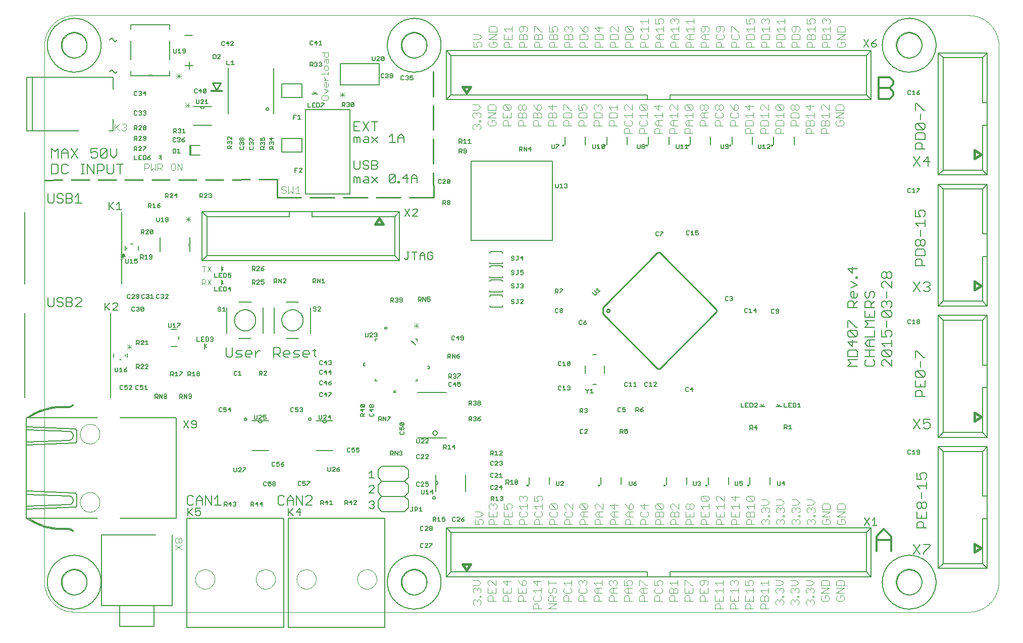
<source format=gto>
G75*
%MOIN*%
%OFA0B0*%
%FSLAX24Y24*%
%IPPOS*%
%LPD*%
%AMOC8*
5,1,8,0,0,1.08239X$1,22.5*
%
%ADD10C,0.0000*%
%ADD11C,0.0100*%
%ADD12C,0.0060*%
%ADD13C,0.0030*%
%ADD14C,0.0040*%
%ADD15C,0.0050*%
%ADD16C,0.0130*%
%ADD17C,0.0120*%
%ADD18C,0.0080*%
%ADD19R,0.0827X0.0118*%
%ADD20C,0.0160*%
%ADD21R,0.0118X0.0620*%
D10*
X020795Y017886D02*
X079850Y017886D01*
X079850Y017885D02*
X079936Y017887D01*
X080022Y017892D01*
X080107Y017902D01*
X080192Y017915D01*
X080276Y017932D01*
X080360Y017952D01*
X080442Y017976D01*
X080523Y018004D01*
X080604Y018035D01*
X080682Y018069D01*
X080759Y018107D01*
X080835Y018149D01*
X080908Y018193D01*
X080979Y018241D01*
X081049Y018292D01*
X081116Y018346D01*
X081180Y018402D01*
X081242Y018462D01*
X081302Y018524D01*
X081358Y018588D01*
X081412Y018655D01*
X081463Y018725D01*
X081511Y018796D01*
X081555Y018869D01*
X081597Y018945D01*
X081635Y019022D01*
X081669Y019100D01*
X081700Y019181D01*
X081728Y019262D01*
X081752Y019344D01*
X081772Y019428D01*
X081789Y019512D01*
X081802Y019597D01*
X081812Y019682D01*
X081817Y019768D01*
X081819Y019854D01*
X081819Y055287D01*
X081817Y055373D01*
X081812Y055459D01*
X081802Y055544D01*
X081789Y055629D01*
X081772Y055713D01*
X081752Y055797D01*
X081728Y055879D01*
X081700Y055960D01*
X081669Y056041D01*
X081635Y056119D01*
X081597Y056196D01*
X081555Y056272D01*
X081511Y056345D01*
X081463Y056416D01*
X081412Y056486D01*
X081358Y056553D01*
X081302Y056617D01*
X081242Y056679D01*
X081180Y056739D01*
X081116Y056795D01*
X081049Y056849D01*
X080979Y056900D01*
X080908Y056948D01*
X080835Y056992D01*
X080759Y057034D01*
X080682Y057072D01*
X080604Y057106D01*
X080523Y057137D01*
X080442Y057165D01*
X080360Y057189D01*
X080276Y057209D01*
X080192Y057226D01*
X080107Y057239D01*
X080022Y057249D01*
X079936Y057254D01*
X079850Y057256D01*
X020795Y057256D01*
X019988Y055287D02*
X019990Y055343D01*
X019996Y055399D01*
X020006Y055455D01*
X020019Y055509D01*
X020037Y055563D01*
X020058Y055615D01*
X020082Y055666D01*
X020111Y055715D01*
X020142Y055761D01*
X020177Y055806D01*
X020214Y055848D01*
X020255Y055887D01*
X020298Y055923D01*
X020344Y055956D01*
X020391Y055986D01*
X020441Y056012D01*
X020493Y056035D01*
X020546Y056055D01*
X020600Y056070D01*
X020655Y056082D01*
X020711Y056090D01*
X020767Y056094D01*
X020823Y056094D01*
X020879Y056090D01*
X020935Y056082D01*
X020990Y056070D01*
X021044Y056055D01*
X021097Y056035D01*
X021149Y056012D01*
X021198Y055986D01*
X021246Y055956D01*
X021292Y055923D01*
X021335Y055887D01*
X021376Y055848D01*
X021413Y055806D01*
X021448Y055761D01*
X021479Y055715D01*
X021508Y055666D01*
X021532Y055615D01*
X021553Y055563D01*
X021571Y055509D01*
X021584Y055455D01*
X021594Y055399D01*
X021600Y055343D01*
X021602Y055287D01*
X021600Y055231D01*
X021594Y055175D01*
X021584Y055119D01*
X021571Y055065D01*
X021553Y055011D01*
X021532Y054959D01*
X021508Y054908D01*
X021479Y054859D01*
X021448Y054813D01*
X021413Y054768D01*
X021376Y054726D01*
X021335Y054687D01*
X021292Y054651D01*
X021246Y054618D01*
X021199Y054588D01*
X021149Y054562D01*
X021097Y054539D01*
X021044Y054519D01*
X020990Y054504D01*
X020935Y054492D01*
X020879Y054484D01*
X020823Y054480D01*
X020767Y054480D01*
X020711Y054484D01*
X020655Y054492D01*
X020600Y054504D01*
X020546Y054519D01*
X020493Y054539D01*
X020441Y054562D01*
X020391Y054588D01*
X020344Y054618D01*
X020298Y054651D01*
X020255Y054687D01*
X020214Y054726D01*
X020177Y054768D01*
X020142Y054813D01*
X020111Y054859D01*
X020082Y054908D01*
X020058Y054959D01*
X020037Y055011D01*
X020019Y055065D01*
X020006Y055119D01*
X019996Y055175D01*
X019990Y055231D01*
X019988Y055287D01*
X018826Y055287D02*
X018828Y055373D01*
X018833Y055459D01*
X018843Y055544D01*
X018856Y055629D01*
X018873Y055713D01*
X018893Y055797D01*
X018917Y055879D01*
X018945Y055960D01*
X018976Y056041D01*
X019010Y056119D01*
X019048Y056196D01*
X019090Y056272D01*
X019134Y056345D01*
X019182Y056416D01*
X019233Y056486D01*
X019287Y056553D01*
X019343Y056617D01*
X019403Y056679D01*
X019465Y056739D01*
X019529Y056795D01*
X019596Y056849D01*
X019666Y056900D01*
X019737Y056948D01*
X019811Y056992D01*
X019886Y057034D01*
X019963Y057072D01*
X020041Y057106D01*
X020122Y057137D01*
X020203Y057165D01*
X020285Y057189D01*
X020369Y057209D01*
X020453Y057226D01*
X020538Y057239D01*
X020623Y057249D01*
X020709Y057254D01*
X020795Y057256D01*
X018827Y055287D02*
X018827Y019854D01*
X019988Y019854D02*
X019990Y019910D01*
X019996Y019966D01*
X020006Y020022D01*
X020019Y020076D01*
X020037Y020130D01*
X020058Y020182D01*
X020082Y020233D01*
X020111Y020282D01*
X020142Y020328D01*
X020177Y020373D01*
X020214Y020415D01*
X020255Y020454D01*
X020298Y020490D01*
X020344Y020523D01*
X020391Y020553D01*
X020441Y020579D01*
X020493Y020602D01*
X020546Y020622D01*
X020600Y020637D01*
X020655Y020649D01*
X020711Y020657D01*
X020767Y020661D01*
X020823Y020661D01*
X020879Y020657D01*
X020935Y020649D01*
X020990Y020637D01*
X021044Y020622D01*
X021097Y020602D01*
X021149Y020579D01*
X021198Y020553D01*
X021246Y020523D01*
X021292Y020490D01*
X021335Y020454D01*
X021376Y020415D01*
X021413Y020373D01*
X021448Y020328D01*
X021479Y020282D01*
X021508Y020233D01*
X021532Y020182D01*
X021553Y020130D01*
X021571Y020076D01*
X021584Y020022D01*
X021594Y019966D01*
X021600Y019910D01*
X021602Y019854D01*
X021600Y019798D01*
X021594Y019742D01*
X021584Y019686D01*
X021571Y019632D01*
X021553Y019578D01*
X021532Y019526D01*
X021508Y019475D01*
X021479Y019426D01*
X021448Y019380D01*
X021413Y019335D01*
X021376Y019293D01*
X021335Y019254D01*
X021292Y019218D01*
X021246Y019185D01*
X021199Y019155D01*
X021149Y019129D01*
X021097Y019106D01*
X021044Y019086D01*
X020990Y019071D01*
X020935Y019059D01*
X020879Y019051D01*
X020823Y019047D01*
X020767Y019047D01*
X020711Y019051D01*
X020655Y019059D01*
X020600Y019071D01*
X020546Y019086D01*
X020493Y019106D01*
X020441Y019129D01*
X020391Y019155D01*
X020344Y019185D01*
X020298Y019218D01*
X020255Y019254D01*
X020214Y019293D01*
X020177Y019335D01*
X020142Y019380D01*
X020111Y019426D01*
X020082Y019475D01*
X020058Y019526D01*
X020037Y019578D01*
X020019Y019632D01*
X020006Y019686D01*
X019996Y019742D01*
X019990Y019798D01*
X019988Y019854D01*
X018826Y019854D02*
X018828Y019768D01*
X018833Y019682D01*
X018843Y019597D01*
X018856Y019512D01*
X018873Y019428D01*
X018893Y019344D01*
X018917Y019262D01*
X018945Y019181D01*
X018976Y019100D01*
X019010Y019022D01*
X019048Y018945D01*
X019090Y018870D01*
X019134Y018796D01*
X019182Y018725D01*
X019233Y018655D01*
X019287Y018588D01*
X019343Y018524D01*
X019403Y018462D01*
X019465Y018402D01*
X019529Y018346D01*
X019596Y018292D01*
X019666Y018241D01*
X019737Y018193D01*
X019810Y018149D01*
X019886Y018107D01*
X019963Y018069D01*
X020041Y018035D01*
X020122Y018004D01*
X020203Y017976D01*
X020285Y017952D01*
X020369Y017932D01*
X020453Y017915D01*
X020538Y017902D01*
X020623Y017892D01*
X020709Y017887D01*
X020795Y017885D01*
X028785Y020051D02*
X028787Y020101D01*
X028793Y020151D01*
X028803Y020200D01*
X028816Y020249D01*
X028834Y020296D01*
X028855Y020342D01*
X028879Y020385D01*
X028907Y020427D01*
X028938Y020467D01*
X028972Y020504D01*
X029009Y020538D01*
X029049Y020569D01*
X029091Y020597D01*
X029134Y020621D01*
X029180Y020642D01*
X029227Y020660D01*
X029276Y020673D01*
X029325Y020683D01*
X029375Y020689D01*
X029425Y020691D01*
X029475Y020689D01*
X029525Y020683D01*
X029574Y020673D01*
X029623Y020660D01*
X029670Y020642D01*
X029716Y020621D01*
X029759Y020597D01*
X029801Y020569D01*
X029841Y020538D01*
X029878Y020504D01*
X029912Y020467D01*
X029943Y020427D01*
X029971Y020385D01*
X029995Y020342D01*
X030016Y020296D01*
X030034Y020249D01*
X030047Y020200D01*
X030057Y020151D01*
X030063Y020101D01*
X030065Y020051D01*
X030063Y020001D01*
X030057Y019951D01*
X030047Y019902D01*
X030034Y019853D01*
X030016Y019806D01*
X029995Y019760D01*
X029971Y019717D01*
X029943Y019675D01*
X029912Y019635D01*
X029878Y019598D01*
X029841Y019564D01*
X029801Y019533D01*
X029759Y019505D01*
X029716Y019481D01*
X029670Y019460D01*
X029623Y019442D01*
X029574Y019429D01*
X029525Y019419D01*
X029475Y019413D01*
X029425Y019411D01*
X029375Y019413D01*
X029325Y019419D01*
X029276Y019429D01*
X029227Y019442D01*
X029180Y019460D01*
X029134Y019481D01*
X029091Y019505D01*
X029049Y019533D01*
X029009Y019564D01*
X028972Y019598D01*
X028938Y019635D01*
X028907Y019675D01*
X028879Y019717D01*
X028855Y019760D01*
X028834Y019806D01*
X028816Y019853D01*
X028803Y019902D01*
X028793Y019951D01*
X028787Y020001D01*
X028785Y020051D01*
X032785Y020051D02*
X032787Y020101D01*
X032793Y020151D01*
X032803Y020200D01*
X032816Y020249D01*
X032834Y020296D01*
X032855Y020342D01*
X032879Y020385D01*
X032907Y020427D01*
X032938Y020467D01*
X032972Y020504D01*
X033009Y020538D01*
X033049Y020569D01*
X033091Y020597D01*
X033134Y020621D01*
X033180Y020642D01*
X033227Y020660D01*
X033276Y020673D01*
X033325Y020683D01*
X033375Y020689D01*
X033425Y020691D01*
X033475Y020689D01*
X033525Y020683D01*
X033574Y020673D01*
X033623Y020660D01*
X033670Y020642D01*
X033716Y020621D01*
X033759Y020597D01*
X033801Y020569D01*
X033841Y020538D01*
X033878Y020504D01*
X033912Y020467D01*
X033943Y020427D01*
X033971Y020385D01*
X033995Y020342D01*
X034016Y020296D01*
X034034Y020249D01*
X034047Y020200D01*
X034057Y020151D01*
X034063Y020101D01*
X034065Y020051D01*
X034063Y020001D01*
X034057Y019951D01*
X034047Y019902D01*
X034034Y019853D01*
X034016Y019806D01*
X033995Y019760D01*
X033971Y019717D01*
X033943Y019675D01*
X033912Y019635D01*
X033878Y019598D01*
X033841Y019564D01*
X033801Y019533D01*
X033759Y019505D01*
X033716Y019481D01*
X033670Y019460D01*
X033623Y019442D01*
X033574Y019429D01*
X033525Y019419D01*
X033475Y019413D01*
X033425Y019411D01*
X033375Y019413D01*
X033325Y019419D01*
X033276Y019429D01*
X033227Y019442D01*
X033180Y019460D01*
X033134Y019481D01*
X033091Y019505D01*
X033049Y019533D01*
X033009Y019564D01*
X032972Y019598D01*
X032938Y019635D01*
X032907Y019675D01*
X032879Y019717D01*
X032855Y019760D01*
X032834Y019806D01*
X032816Y019853D01*
X032803Y019902D01*
X032793Y019951D01*
X032787Y020001D01*
X032785Y020051D01*
X035478Y020051D02*
X035480Y020101D01*
X035486Y020151D01*
X035496Y020200D01*
X035509Y020249D01*
X035527Y020296D01*
X035548Y020342D01*
X035572Y020385D01*
X035600Y020427D01*
X035631Y020467D01*
X035665Y020504D01*
X035702Y020538D01*
X035742Y020569D01*
X035784Y020597D01*
X035827Y020621D01*
X035873Y020642D01*
X035920Y020660D01*
X035969Y020673D01*
X036018Y020683D01*
X036068Y020689D01*
X036118Y020691D01*
X036168Y020689D01*
X036218Y020683D01*
X036267Y020673D01*
X036316Y020660D01*
X036363Y020642D01*
X036409Y020621D01*
X036452Y020597D01*
X036494Y020569D01*
X036534Y020538D01*
X036571Y020504D01*
X036605Y020467D01*
X036636Y020427D01*
X036664Y020385D01*
X036688Y020342D01*
X036709Y020296D01*
X036727Y020249D01*
X036740Y020200D01*
X036750Y020151D01*
X036756Y020101D01*
X036758Y020051D01*
X036756Y020001D01*
X036750Y019951D01*
X036740Y019902D01*
X036727Y019853D01*
X036709Y019806D01*
X036688Y019760D01*
X036664Y019717D01*
X036636Y019675D01*
X036605Y019635D01*
X036571Y019598D01*
X036534Y019564D01*
X036494Y019533D01*
X036452Y019505D01*
X036409Y019481D01*
X036363Y019460D01*
X036316Y019442D01*
X036267Y019429D01*
X036218Y019419D01*
X036168Y019413D01*
X036118Y019411D01*
X036068Y019413D01*
X036018Y019419D01*
X035969Y019429D01*
X035920Y019442D01*
X035873Y019460D01*
X035827Y019481D01*
X035784Y019505D01*
X035742Y019533D01*
X035702Y019564D01*
X035665Y019598D01*
X035631Y019635D01*
X035600Y019675D01*
X035572Y019717D01*
X035548Y019760D01*
X035527Y019806D01*
X035509Y019853D01*
X035496Y019902D01*
X035486Y019951D01*
X035480Y020001D01*
X035478Y020051D01*
X039478Y020051D02*
X039480Y020101D01*
X039486Y020151D01*
X039496Y020200D01*
X039509Y020249D01*
X039527Y020296D01*
X039548Y020342D01*
X039572Y020385D01*
X039600Y020427D01*
X039631Y020467D01*
X039665Y020504D01*
X039702Y020538D01*
X039742Y020569D01*
X039784Y020597D01*
X039827Y020621D01*
X039873Y020642D01*
X039920Y020660D01*
X039969Y020673D01*
X040018Y020683D01*
X040068Y020689D01*
X040118Y020691D01*
X040168Y020689D01*
X040218Y020683D01*
X040267Y020673D01*
X040316Y020660D01*
X040363Y020642D01*
X040409Y020621D01*
X040452Y020597D01*
X040494Y020569D01*
X040534Y020538D01*
X040571Y020504D01*
X040605Y020467D01*
X040636Y020427D01*
X040664Y020385D01*
X040688Y020342D01*
X040709Y020296D01*
X040727Y020249D01*
X040740Y020200D01*
X040750Y020151D01*
X040756Y020101D01*
X040758Y020051D01*
X040756Y020001D01*
X040750Y019951D01*
X040740Y019902D01*
X040727Y019853D01*
X040709Y019806D01*
X040688Y019760D01*
X040664Y019717D01*
X040636Y019675D01*
X040605Y019635D01*
X040571Y019598D01*
X040534Y019564D01*
X040494Y019533D01*
X040452Y019505D01*
X040409Y019481D01*
X040363Y019460D01*
X040316Y019442D01*
X040267Y019429D01*
X040218Y019419D01*
X040168Y019413D01*
X040118Y019411D01*
X040068Y019413D01*
X040018Y019419D01*
X039969Y019429D01*
X039920Y019442D01*
X039873Y019460D01*
X039827Y019481D01*
X039784Y019505D01*
X039742Y019533D01*
X039702Y019564D01*
X039665Y019598D01*
X039631Y019635D01*
X039600Y019675D01*
X039572Y019717D01*
X039548Y019760D01*
X039527Y019806D01*
X039509Y019853D01*
X039496Y019902D01*
X039486Y019951D01*
X039480Y020001D01*
X039478Y020051D01*
X042429Y019854D02*
X042431Y019910D01*
X042437Y019966D01*
X042447Y020022D01*
X042460Y020076D01*
X042478Y020130D01*
X042499Y020182D01*
X042523Y020233D01*
X042552Y020282D01*
X042583Y020328D01*
X042618Y020373D01*
X042655Y020415D01*
X042696Y020454D01*
X042739Y020490D01*
X042785Y020523D01*
X042832Y020553D01*
X042882Y020579D01*
X042934Y020602D01*
X042987Y020622D01*
X043041Y020637D01*
X043096Y020649D01*
X043152Y020657D01*
X043208Y020661D01*
X043264Y020661D01*
X043320Y020657D01*
X043376Y020649D01*
X043431Y020637D01*
X043485Y020622D01*
X043538Y020602D01*
X043590Y020579D01*
X043639Y020553D01*
X043687Y020523D01*
X043733Y020490D01*
X043776Y020454D01*
X043817Y020415D01*
X043854Y020373D01*
X043889Y020328D01*
X043920Y020282D01*
X043949Y020233D01*
X043973Y020182D01*
X043994Y020130D01*
X044012Y020076D01*
X044025Y020022D01*
X044035Y019966D01*
X044041Y019910D01*
X044043Y019854D01*
X044041Y019798D01*
X044035Y019742D01*
X044025Y019686D01*
X044012Y019632D01*
X043994Y019578D01*
X043973Y019526D01*
X043949Y019475D01*
X043920Y019426D01*
X043889Y019380D01*
X043854Y019335D01*
X043817Y019293D01*
X043776Y019254D01*
X043733Y019218D01*
X043687Y019185D01*
X043640Y019155D01*
X043590Y019129D01*
X043538Y019106D01*
X043485Y019086D01*
X043431Y019071D01*
X043376Y019059D01*
X043320Y019051D01*
X043264Y019047D01*
X043208Y019047D01*
X043152Y019051D01*
X043096Y019059D01*
X043041Y019071D01*
X042987Y019086D01*
X042934Y019106D01*
X042882Y019129D01*
X042832Y019155D01*
X042785Y019185D01*
X042739Y019218D01*
X042696Y019254D01*
X042655Y019293D01*
X042618Y019335D01*
X042583Y019380D01*
X042552Y019426D01*
X042523Y019475D01*
X042499Y019526D01*
X042478Y019578D01*
X042460Y019632D01*
X042447Y019686D01*
X042437Y019742D01*
X042431Y019798D01*
X042429Y019854D01*
X021177Y025136D02*
X021179Y025186D01*
X021185Y025236D01*
X021195Y025286D01*
X021208Y025334D01*
X021225Y025382D01*
X021246Y025428D01*
X021270Y025472D01*
X021298Y025514D01*
X021329Y025554D01*
X021363Y025591D01*
X021400Y025626D01*
X021439Y025657D01*
X021480Y025686D01*
X021524Y025711D01*
X021570Y025733D01*
X021617Y025751D01*
X021665Y025765D01*
X021714Y025776D01*
X021764Y025783D01*
X021814Y025786D01*
X021865Y025785D01*
X021915Y025780D01*
X021965Y025771D01*
X022013Y025759D01*
X022061Y025742D01*
X022107Y025722D01*
X022152Y025699D01*
X022195Y025672D01*
X022235Y025642D01*
X022273Y025609D01*
X022308Y025573D01*
X022341Y025534D01*
X022370Y025493D01*
X022396Y025450D01*
X022419Y025405D01*
X022438Y025358D01*
X022453Y025310D01*
X022465Y025261D01*
X022473Y025211D01*
X022477Y025161D01*
X022477Y025111D01*
X022473Y025061D01*
X022465Y025011D01*
X022453Y024962D01*
X022438Y024914D01*
X022419Y024867D01*
X022396Y024822D01*
X022370Y024779D01*
X022341Y024738D01*
X022308Y024699D01*
X022273Y024663D01*
X022235Y024630D01*
X022195Y024600D01*
X022152Y024573D01*
X022107Y024550D01*
X022061Y024530D01*
X022013Y024513D01*
X021965Y024501D01*
X021915Y024492D01*
X021865Y024487D01*
X021814Y024486D01*
X021764Y024489D01*
X021714Y024496D01*
X021665Y024507D01*
X021617Y024521D01*
X021570Y024539D01*
X021524Y024561D01*
X021480Y024586D01*
X021439Y024615D01*
X021400Y024646D01*
X021363Y024681D01*
X021329Y024718D01*
X021298Y024758D01*
X021270Y024800D01*
X021246Y024844D01*
X021225Y024890D01*
X021208Y024938D01*
X021195Y024986D01*
X021185Y025036D01*
X021179Y025086D01*
X021177Y025136D01*
X021177Y029636D02*
X021179Y029686D01*
X021185Y029736D01*
X021195Y029786D01*
X021208Y029834D01*
X021225Y029882D01*
X021246Y029928D01*
X021270Y029972D01*
X021298Y030014D01*
X021329Y030054D01*
X021363Y030091D01*
X021400Y030126D01*
X021439Y030157D01*
X021480Y030186D01*
X021524Y030211D01*
X021570Y030233D01*
X021617Y030251D01*
X021665Y030265D01*
X021714Y030276D01*
X021764Y030283D01*
X021814Y030286D01*
X021865Y030285D01*
X021915Y030280D01*
X021965Y030271D01*
X022013Y030259D01*
X022061Y030242D01*
X022107Y030222D01*
X022152Y030199D01*
X022195Y030172D01*
X022235Y030142D01*
X022273Y030109D01*
X022308Y030073D01*
X022341Y030034D01*
X022370Y029993D01*
X022396Y029950D01*
X022419Y029905D01*
X022438Y029858D01*
X022453Y029810D01*
X022465Y029761D01*
X022473Y029711D01*
X022477Y029661D01*
X022477Y029611D01*
X022473Y029561D01*
X022465Y029511D01*
X022453Y029462D01*
X022438Y029414D01*
X022419Y029367D01*
X022396Y029322D01*
X022370Y029279D01*
X022341Y029238D01*
X022308Y029199D01*
X022273Y029163D01*
X022235Y029130D01*
X022195Y029100D01*
X022152Y029073D01*
X022107Y029050D01*
X022061Y029030D01*
X022013Y029013D01*
X021965Y029001D01*
X021915Y028992D01*
X021865Y028987D01*
X021814Y028986D01*
X021764Y028989D01*
X021714Y028996D01*
X021665Y029007D01*
X021617Y029021D01*
X021570Y029039D01*
X021524Y029061D01*
X021480Y029086D01*
X021439Y029115D01*
X021400Y029146D01*
X021363Y029181D01*
X021329Y029218D01*
X021298Y029258D01*
X021270Y029300D01*
X021246Y029344D01*
X021225Y029390D01*
X021208Y029438D01*
X021195Y029486D01*
X021185Y029536D01*
X021179Y029586D01*
X021177Y029636D01*
X028442Y042016D02*
X028421Y042017D01*
X028401Y042022D01*
X028381Y042030D01*
X028364Y042041D01*
X028348Y042055D01*
X028336Y042072D01*
X028326Y042090D01*
X028320Y042110D01*
X028317Y042131D01*
X028318Y042152D01*
X028323Y042172D01*
X028331Y042192D01*
X028342Y042209D01*
X028356Y042225D01*
X028373Y042237D01*
X028391Y042247D01*
X028411Y042253D01*
X028432Y042256D01*
X025935Y053263D02*
X025933Y053284D01*
X025928Y053304D01*
X025919Y053323D01*
X025907Y053340D01*
X025892Y053355D01*
X025875Y053367D01*
X025856Y053376D01*
X025836Y053381D01*
X025815Y053383D01*
X025794Y053381D01*
X025774Y053376D01*
X025755Y053367D01*
X025738Y053355D01*
X025723Y053340D01*
X025711Y053323D01*
X025702Y053304D01*
X025697Y053284D01*
X025695Y053263D01*
X042429Y055287D02*
X042431Y055343D01*
X042437Y055399D01*
X042447Y055455D01*
X042460Y055509D01*
X042478Y055563D01*
X042499Y055615D01*
X042523Y055666D01*
X042552Y055715D01*
X042583Y055761D01*
X042618Y055806D01*
X042655Y055848D01*
X042696Y055887D01*
X042739Y055923D01*
X042785Y055956D01*
X042832Y055986D01*
X042882Y056012D01*
X042934Y056035D01*
X042987Y056055D01*
X043041Y056070D01*
X043096Y056082D01*
X043152Y056090D01*
X043208Y056094D01*
X043264Y056094D01*
X043320Y056090D01*
X043376Y056082D01*
X043431Y056070D01*
X043485Y056055D01*
X043538Y056035D01*
X043590Y056012D01*
X043639Y055986D01*
X043687Y055956D01*
X043733Y055923D01*
X043776Y055887D01*
X043817Y055848D01*
X043854Y055806D01*
X043889Y055761D01*
X043920Y055715D01*
X043949Y055666D01*
X043973Y055615D01*
X043994Y055563D01*
X044012Y055509D01*
X044025Y055455D01*
X044035Y055399D01*
X044041Y055343D01*
X044043Y055287D01*
X044041Y055231D01*
X044035Y055175D01*
X044025Y055119D01*
X044012Y055065D01*
X043994Y055011D01*
X043973Y054959D01*
X043949Y054908D01*
X043920Y054859D01*
X043889Y054813D01*
X043854Y054768D01*
X043817Y054726D01*
X043776Y054687D01*
X043733Y054651D01*
X043687Y054618D01*
X043640Y054588D01*
X043590Y054562D01*
X043538Y054539D01*
X043485Y054519D01*
X043431Y054504D01*
X043376Y054492D01*
X043320Y054484D01*
X043264Y054480D01*
X043208Y054480D01*
X043152Y054484D01*
X043096Y054492D01*
X043041Y054504D01*
X042987Y054519D01*
X042934Y054539D01*
X042882Y054562D01*
X042832Y054588D01*
X042785Y054618D01*
X042739Y054651D01*
X042696Y054687D01*
X042655Y054726D01*
X042618Y054768D01*
X042583Y054813D01*
X042552Y054859D01*
X042523Y054908D01*
X042499Y054959D01*
X042478Y055011D01*
X042460Y055065D01*
X042447Y055119D01*
X042437Y055175D01*
X042431Y055231D01*
X042429Y055287D01*
X075106Y055287D02*
X075108Y055343D01*
X075114Y055399D01*
X075124Y055455D01*
X075137Y055509D01*
X075155Y055563D01*
X075176Y055615D01*
X075200Y055666D01*
X075229Y055715D01*
X075260Y055761D01*
X075295Y055806D01*
X075332Y055848D01*
X075373Y055887D01*
X075416Y055923D01*
X075462Y055956D01*
X075509Y055986D01*
X075559Y056012D01*
X075611Y056035D01*
X075664Y056055D01*
X075718Y056070D01*
X075773Y056082D01*
X075829Y056090D01*
X075885Y056094D01*
X075941Y056094D01*
X075997Y056090D01*
X076053Y056082D01*
X076108Y056070D01*
X076162Y056055D01*
X076215Y056035D01*
X076267Y056012D01*
X076316Y055986D01*
X076364Y055956D01*
X076410Y055923D01*
X076453Y055887D01*
X076494Y055848D01*
X076531Y055806D01*
X076566Y055761D01*
X076597Y055715D01*
X076626Y055666D01*
X076650Y055615D01*
X076671Y055563D01*
X076689Y055509D01*
X076702Y055455D01*
X076712Y055399D01*
X076718Y055343D01*
X076720Y055287D01*
X076718Y055231D01*
X076712Y055175D01*
X076702Y055119D01*
X076689Y055065D01*
X076671Y055011D01*
X076650Y054959D01*
X076626Y054908D01*
X076597Y054859D01*
X076566Y054813D01*
X076531Y054768D01*
X076494Y054726D01*
X076453Y054687D01*
X076410Y054651D01*
X076364Y054618D01*
X076317Y054588D01*
X076267Y054562D01*
X076215Y054539D01*
X076162Y054519D01*
X076108Y054504D01*
X076053Y054492D01*
X075997Y054484D01*
X075941Y054480D01*
X075885Y054480D01*
X075829Y054484D01*
X075773Y054492D01*
X075718Y054504D01*
X075664Y054519D01*
X075611Y054539D01*
X075559Y054562D01*
X075509Y054588D01*
X075462Y054618D01*
X075416Y054651D01*
X075373Y054687D01*
X075332Y054726D01*
X075295Y054768D01*
X075260Y054813D01*
X075229Y054859D01*
X075200Y054908D01*
X075176Y054959D01*
X075155Y055011D01*
X075137Y055065D01*
X075124Y055119D01*
X075114Y055175D01*
X075108Y055231D01*
X075106Y055287D01*
X075106Y019854D02*
X075108Y019910D01*
X075114Y019966D01*
X075124Y020022D01*
X075137Y020076D01*
X075155Y020130D01*
X075176Y020182D01*
X075200Y020233D01*
X075229Y020282D01*
X075260Y020328D01*
X075295Y020373D01*
X075332Y020415D01*
X075373Y020454D01*
X075416Y020490D01*
X075462Y020523D01*
X075509Y020553D01*
X075559Y020579D01*
X075611Y020602D01*
X075664Y020622D01*
X075718Y020637D01*
X075773Y020649D01*
X075829Y020657D01*
X075885Y020661D01*
X075941Y020661D01*
X075997Y020657D01*
X076053Y020649D01*
X076108Y020637D01*
X076162Y020622D01*
X076215Y020602D01*
X076267Y020579D01*
X076316Y020553D01*
X076364Y020523D01*
X076410Y020490D01*
X076453Y020454D01*
X076494Y020415D01*
X076531Y020373D01*
X076566Y020328D01*
X076597Y020282D01*
X076626Y020233D01*
X076650Y020182D01*
X076671Y020130D01*
X076689Y020076D01*
X076702Y020022D01*
X076712Y019966D01*
X076718Y019910D01*
X076720Y019854D01*
X076718Y019798D01*
X076712Y019742D01*
X076702Y019686D01*
X076689Y019632D01*
X076671Y019578D01*
X076650Y019526D01*
X076626Y019475D01*
X076597Y019426D01*
X076566Y019380D01*
X076531Y019335D01*
X076494Y019293D01*
X076453Y019254D01*
X076410Y019218D01*
X076364Y019185D01*
X076317Y019155D01*
X076267Y019129D01*
X076215Y019106D01*
X076162Y019086D01*
X076108Y019071D01*
X076053Y019059D01*
X075997Y019051D01*
X075941Y019047D01*
X075885Y019047D01*
X075829Y019051D01*
X075773Y019059D01*
X075718Y019071D01*
X075664Y019086D01*
X075611Y019106D01*
X075559Y019129D01*
X075509Y019155D01*
X075462Y019185D01*
X075416Y019218D01*
X075373Y019254D01*
X075332Y019293D01*
X075295Y019335D01*
X075260Y019380D01*
X075229Y019426D01*
X075200Y019475D01*
X075176Y019526D01*
X075155Y019578D01*
X075137Y019632D01*
X075124Y019686D01*
X075114Y019742D01*
X075108Y019798D01*
X075106Y019854D01*
D11*
X059448Y033940D02*
X059308Y033940D01*
X055689Y037559D01*
X055689Y037977D01*
X059308Y041596D01*
X059448Y041596D01*
X063206Y037837D01*
X063206Y037698D01*
X059448Y033940D01*
X055939Y037768D02*
X055941Y037787D01*
X055946Y037806D01*
X055956Y037822D01*
X055968Y037837D01*
X055983Y037849D01*
X055999Y037859D01*
X056018Y037864D01*
X056037Y037866D01*
X056056Y037864D01*
X056075Y037859D01*
X056091Y037849D01*
X056106Y037837D01*
X056118Y037822D01*
X056128Y037806D01*
X056133Y037787D01*
X056135Y037768D01*
X056133Y037749D01*
X056128Y037730D01*
X056118Y037714D01*
X056106Y037699D01*
X056091Y037687D01*
X056075Y037677D01*
X056056Y037672D01*
X056037Y037670D01*
X056018Y037672D01*
X055999Y037677D01*
X055983Y037687D01*
X055968Y037699D01*
X055956Y037714D01*
X055946Y037730D01*
X055941Y037749D01*
X055939Y037768D01*
X044516Y045248D02*
X042921Y045248D01*
X042331Y045248D02*
X040736Y045248D01*
X040146Y045248D02*
X038551Y045248D01*
X037961Y045248D02*
X036366Y045248D01*
X035776Y045248D02*
X034181Y045248D01*
X034181Y046429D01*
X033000Y046426D01*
X032409Y046424D02*
X031228Y046421D01*
X030638Y046419D02*
X029457Y046416D01*
X028866Y046414D02*
X027685Y046411D01*
X027094Y046409D02*
X025913Y046406D01*
X025323Y046404D02*
X024142Y046401D01*
X023551Y046399D02*
X022370Y046396D01*
X021780Y046394D02*
X020598Y046391D01*
X020008Y046389D02*
X018827Y046386D01*
X029919Y052797D02*
X030470Y052797D01*
X030195Y052305D01*
X029919Y052797D01*
X044481Y053539D02*
X044488Y051909D01*
X044491Y051319D02*
X044497Y049689D01*
X044500Y049098D02*
X044507Y047469D01*
X044509Y046878D02*
X044516Y045248D01*
D12*
X040924Y052668D02*
X038364Y052668D01*
X038364Y054068D01*
X040924Y054068D01*
X040924Y052668D01*
X042390Y055287D02*
X042392Y055345D01*
X042398Y055402D01*
X042408Y055459D01*
X042421Y055515D01*
X042439Y055570D01*
X042460Y055624D01*
X042485Y055676D01*
X042513Y055727D01*
X042545Y055775D01*
X042580Y055821D01*
X042618Y055864D01*
X042659Y055905D01*
X042702Y055943D01*
X042748Y055978D01*
X042796Y056010D01*
X042847Y056038D01*
X042899Y056063D01*
X042953Y056084D01*
X043008Y056102D01*
X043064Y056115D01*
X043121Y056125D01*
X043178Y056131D01*
X043236Y056133D01*
X043294Y056131D01*
X043351Y056125D01*
X043408Y056115D01*
X043464Y056102D01*
X043519Y056084D01*
X043573Y056063D01*
X043625Y056038D01*
X043676Y056010D01*
X043724Y055978D01*
X043770Y055943D01*
X043813Y055905D01*
X043854Y055864D01*
X043892Y055821D01*
X043927Y055775D01*
X043959Y055727D01*
X043987Y055676D01*
X044012Y055624D01*
X044033Y055570D01*
X044051Y055515D01*
X044064Y055459D01*
X044074Y055402D01*
X044080Y055345D01*
X044082Y055287D01*
X044080Y055229D01*
X044074Y055172D01*
X044064Y055115D01*
X044051Y055059D01*
X044033Y055004D01*
X044012Y054950D01*
X043987Y054898D01*
X043959Y054847D01*
X043927Y054799D01*
X043892Y054753D01*
X043854Y054710D01*
X043813Y054669D01*
X043770Y054631D01*
X043724Y054596D01*
X043676Y054564D01*
X043625Y054536D01*
X043573Y054511D01*
X043519Y054490D01*
X043464Y054472D01*
X043408Y054459D01*
X043351Y054449D01*
X043294Y054443D01*
X043236Y054441D01*
X043178Y054443D01*
X043121Y054449D01*
X043064Y054459D01*
X043008Y054472D01*
X042953Y054490D01*
X042899Y054511D01*
X042847Y054536D01*
X042796Y054564D01*
X042748Y054596D01*
X042702Y054631D01*
X042659Y054669D01*
X042618Y054710D01*
X042580Y054753D01*
X042545Y054799D01*
X042513Y054847D01*
X042485Y054898D01*
X042460Y054950D01*
X042439Y055004D01*
X042421Y055059D01*
X042408Y055115D01*
X042398Y055172D01*
X042392Y055229D01*
X042390Y055287D01*
X041466Y055287D02*
X041468Y055371D01*
X041474Y055454D01*
X041484Y055537D01*
X041498Y055619D01*
X041515Y055701D01*
X041537Y055782D01*
X041562Y055862D01*
X041591Y055940D01*
X041624Y056017D01*
X041660Y056092D01*
X041700Y056166D01*
X041743Y056238D01*
X041789Y056307D01*
X041839Y056374D01*
X041892Y056439D01*
X041948Y056501D01*
X042007Y056561D01*
X042068Y056617D01*
X042132Y056671D01*
X042199Y056721D01*
X042268Y056769D01*
X042339Y056813D01*
X042412Y056854D01*
X042487Y056891D01*
X042563Y056924D01*
X042642Y056954D01*
X042721Y056980D01*
X042801Y057003D01*
X042883Y057021D01*
X042965Y057036D01*
X043048Y057047D01*
X043132Y057054D01*
X043215Y057057D01*
X043299Y057056D01*
X043382Y057051D01*
X043465Y057042D01*
X043548Y057029D01*
X043630Y057013D01*
X043711Y056992D01*
X043791Y056968D01*
X043870Y056940D01*
X043947Y056908D01*
X044023Y056873D01*
X044097Y056834D01*
X044169Y056791D01*
X044239Y056746D01*
X044307Y056697D01*
X044372Y056644D01*
X044435Y056589D01*
X044495Y056531D01*
X044552Y056470D01*
X044607Y056407D01*
X044658Y056341D01*
X044706Y056273D01*
X044751Y056202D01*
X044793Y056129D01*
X044831Y056055D01*
X044865Y055979D01*
X044896Y055901D01*
X044923Y055822D01*
X044947Y055742D01*
X044966Y055660D01*
X044982Y055578D01*
X044994Y055496D01*
X045002Y055412D01*
X045006Y055329D01*
X045006Y055245D01*
X045002Y055162D01*
X044994Y055078D01*
X044982Y054996D01*
X044966Y054914D01*
X044947Y054832D01*
X044923Y054752D01*
X044896Y054673D01*
X044865Y054595D01*
X044831Y054519D01*
X044793Y054445D01*
X044751Y054372D01*
X044706Y054301D01*
X044658Y054233D01*
X044607Y054167D01*
X044552Y054104D01*
X044495Y054043D01*
X044435Y053985D01*
X044372Y053930D01*
X044307Y053877D01*
X044239Y053828D01*
X044169Y053783D01*
X044097Y053740D01*
X044023Y053701D01*
X043947Y053666D01*
X043870Y053634D01*
X043791Y053606D01*
X043711Y053582D01*
X043630Y053561D01*
X043548Y053545D01*
X043465Y053532D01*
X043382Y053523D01*
X043299Y053518D01*
X043215Y053517D01*
X043132Y053520D01*
X043048Y053527D01*
X042965Y053538D01*
X042883Y053553D01*
X042801Y053571D01*
X042721Y053594D01*
X042642Y053620D01*
X042563Y053650D01*
X042487Y053683D01*
X042412Y053720D01*
X042339Y053761D01*
X042268Y053805D01*
X042199Y053853D01*
X042132Y053903D01*
X042068Y053957D01*
X042007Y054013D01*
X041948Y054073D01*
X041892Y054135D01*
X041839Y054200D01*
X041789Y054267D01*
X041743Y054336D01*
X041700Y054408D01*
X041660Y054482D01*
X041624Y054557D01*
X041591Y054634D01*
X041562Y054712D01*
X041537Y054792D01*
X041515Y054873D01*
X041498Y054955D01*
X041484Y055037D01*
X041474Y055120D01*
X041468Y055203D01*
X041466Y055287D01*
X035837Y052744D02*
X035837Y051827D01*
X034494Y051827D01*
X034494Y052744D01*
X035837Y052744D01*
X035837Y049152D02*
X034494Y049152D01*
X034494Y048234D01*
X035837Y048234D01*
X035837Y049152D01*
X029870Y050002D02*
X028650Y050002D01*
X028650Y051222D02*
X029140Y051222D01*
X029380Y051222D01*
X029870Y051222D01*
X029210Y051112D02*
X029193Y051122D01*
X029178Y051134D01*
X029165Y051149D01*
X029154Y051166D01*
X029146Y051184D01*
X029142Y051203D01*
X029140Y051222D01*
X029310Y051112D02*
X029327Y051122D01*
X029342Y051134D01*
X029355Y051149D01*
X029366Y051166D01*
X029374Y051184D01*
X029378Y051203D01*
X029380Y051222D01*
X027095Y053263D02*
X027095Y053563D01*
X027095Y053263D02*
X025935Y053263D01*
X025695Y053263D01*
X024535Y053263D01*
X024535Y053563D01*
X024535Y054323D02*
X024535Y055563D01*
X024535Y056323D02*
X024535Y056623D01*
X027095Y056623D01*
X027095Y056323D01*
X027095Y055563D02*
X027095Y054323D01*
X019949Y055287D02*
X019951Y055345D01*
X019957Y055402D01*
X019967Y055459D01*
X019980Y055515D01*
X019998Y055570D01*
X020019Y055624D01*
X020044Y055676D01*
X020072Y055727D01*
X020104Y055775D01*
X020139Y055821D01*
X020177Y055864D01*
X020218Y055905D01*
X020261Y055943D01*
X020307Y055978D01*
X020355Y056010D01*
X020406Y056038D01*
X020458Y056063D01*
X020512Y056084D01*
X020567Y056102D01*
X020623Y056115D01*
X020680Y056125D01*
X020737Y056131D01*
X020795Y056133D01*
X020853Y056131D01*
X020910Y056125D01*
X020967Y056115D01*
X021023Y056102D01*
X021078Y056084D01*
X021132Y056063D01*
X021184Y056038D01*
X021235Y056010D01*
X021283Y055978D01*
X021329Y055943D01*
X021372Y055905D01*
X021413Y055864D01*
X021451Y055821D01*
X021486Y055775D01*
X021518Y055727D01*
X021546Y055676D01*
X021571Y055624D01*
X021592Y055570D01*
X021610Y055515D01*
X021623Y055459D01*
X021633Y055402D01*
X021639Y055345D01*
X021641Y055287D01*
X021639Y055229D01*
X021633Y055172D01*
X021623Y055115D01*
X021610Y055059D01*
X021592Y055004D01*
X021571Y054950D01*
X021546Y054898D01*
X021518Y054847D01*
X021486Y054799D01*
X021451Y054753D01*
X021413Y054710D01*
X021372Y054669D01*
X021329Y054631D01*
X021283Y054596D01*
X021235Y054564D01*
X021184Y054536D01*
X021132Y054511D01*
X021078Y054490D01*
X021023Y054472D01*
X020967Y054459D01*
X020910Y054449D01*
X020853Y054443D01*
X020795Y054441D01*
X020737Y054443D01*
X020680Y054449D01*
X020623Y054459D01*
X020567Y054472D01*
X020512Y054490D01*
X020458Y054511D01*
X020406Y054536D01*
X020355Y054564D01*
X020307Y054596D01*
X020261Y054631D01*
X020218Y054669D01*
X020177Y054710D01*
X020139Y054753D01*
X020104Y054799D01*
X020072Y054847D01*
X020044Y054898D01*
X020019Y054950D01*
X019998Y055004D01*
X019980Y055059D01*
X019967Y055115D01*
X019957Y055172D01*
X019951Y055229D01*
X019949Y055287D01*
X019025Y055287D02*
X019027Y055371D01*
X019033Y055454D01*
X019043Y055537D01*
X019057Y055619D01*
X019074Y055701D01*
X019096Y055782D01*
X019121Y055862D01*
X019150Y055940D01*
X019183Y056017D01*
X019219Y056092D01*
X019259Y056166D01*
X019302Y056238D01*
X019348Y056307D01*
X019398Y056374D01*
X019451Y056439D01*
X019507Y056501D01*
X019566Y056561D01*
X019627Y056617D01*
X019691Y056671D01*
X019758Y056721D01*
X019827Y056769D01*
X019898Y056813D01*
X019971Y056854D01*
X020046Y056891D01*
X020122Y056924D01*
X020201Y056954D01*
X020280Y056980D01*
X020360Y057003D01*
X020442Y057021D01*
X020524Y057036D01*
X020607Y057047D01*
X020691Y057054D01*
X020774Y057057D01*
X020858Y057056D01*
X020941Y057051D01*
X021024Y057042D01*
X021107Y057029D01*
X021189Y057013D01*
X021270Y056992D01*
X021350Y056968D01*
X021429Y056940D01*
X021506Y056908D01*
X021582Y056873D01*
X021656Y056834D01*
X021728Y056791D01*
X021798Y056746D01*
X021866Y056697D01*
X021931Y056644D01*
X021994Y056589D01*
X022054Y056531D01*
X022111Y056470D01*
X022166Y056407D01*
X022217Y056341D01*
X022265Y056273D01*
X022310Y056202D01*
X022352Y056129D01*
X022390Y056055D01*
X022424Y055979D01*
X022455Y055901D01*
X022482Y055822D01*
X022506Y055742D01*
X022525Y055660D01*
X022541Y055578D01*
X022553Y055496D01*
X022561Y055412D01*
X022565Y055329D01*
X022565Y055245D01*
X022561Y055162D01*
X022553Y055078D01*
X022541Y054996D01*
X022525Y054914D01*
X022506Y054832D01*
X022482Y054752D01*
X022455Y054673D01*
X022424Y054595D01*
X022390Y054519D01*
X022352Y054445D01*
X022310Y054372D01*
X022265Y054301D01*
X022217Y054233D01*
X022166Y054167D01*
X022111Y054104D01*
X022054Y054043D01*
X021994Y053985D01*
X021931Y053930D01*
X021866Y053877D01*
X021798Y053828D01*
X021728Y053783D01*
X021656Y053740D01*
X021582Y053701D01*
X021506Y053666D01*
X021429Y053634D01*
X021350Y053606D01*
X021270Y053582D01*
X021189Y053561D01*
X021107Y053545D01*
X021024Y053532D01*
X020941Y053523D01*
X020858Y053518D01*
X020774Y053517D01*
X020691Y053520D01*
X020607Y053527D01*
X020524Y053538D01*
X020442Y053553D01*
X020360Y053571D01*
X020280Y053594D01*
X020201Y053620D01*
X020122Y053650D01*
X020046Y053683D01*
X019971Y053720D01*
X019898Y053761D01*
X019827Y053805D01*
X019758Y053853D01*
X019691Y053903D01*
X019627Y053957D01*
X019566Y054013D01*
X019507Y054073D01*
X019451Y054135D01*
X019398Y054200D01*
X019348Y054267D01*
X019302Y054336D01*
X019259Y054408D01*
X019219Y054482D01*
X019183Y054557D01*
X019150Y054634D01*
X019121Y054712D01*
X019096Y054792D01*
X019074Y054873D01*
X019057Y054955D01*
X019043Y055037D01*
X019033Y055120D01*
X019027Y055203D01*
X019025Y055287D01*
X019311Y048481D02*
X019525Y048268D01*
X019739Y048481D01*
X019739Y047841D01*
X019956Y047841D02*
X019956Y048268D01*
X020170Y048481D01*
X020383Y048268D01*
X020383Y047841D01*
X020601Y047841D02*
X021028Y048481D01*
X020601Y048481D02*
X021028Y047841D01*
X021245Y047431D02*
X021459Y047431D01*
X021352Y047431D02*
X021352Y046791D01*
X021245Y046791D02*
X021459Y046791D01*
X021675Y046791D02*
X021675Y047431D01*
X022102Y046791D01*
X022102Y047431D01*
X022319Y047431D02*
X022640Y047431D01*
X022746Y047325D01*
X022746Y047111D01*
X022640Y047004D01*
X022319Y047004D01*
X022319Y046791D02*
X022319Y047431D01*
X022210Y047841D02*
X021996Y047841D01*
X021890Y047948D01*
X021890Y048161D02*
X022103Y048268D01*
X022210Y048268D01*
X022317Y048161D01*
X022317Y047948D01*
X022210Y047841D01*
X022534Y047948D02*
X022961Y048375D01*
X022961Y047948D01*
X022855Y047841D01*
X022641Y047841D01*
X022534Y047948D01*
X022534Y048375D01*
X022641Y048481D01*
X022855Y048481D01*
X022961Y048375D01*
X023179Y048481D02*
X023179Y048054D01*
X023392Y047841D01*
X023606Y048054D01*
X023606Y048481D01*
X023608Y047431D02*
X024036Y047431D01*
X023822Y047431D02*
X023822Y046791D01*
X023391Y046898D02*
X023391Y047431D01*
X022964Y047431D02*
X022964Y046898D01*
X023071Y046791D01*
X023284Y046791D01*
X023391Y046898D01*
X022317Y048481D02*
X021890Y048481D01*
X021890Y048161D01*
X020383Y048161D02*
X019956Y048161D01*
X019311Y047841D02*
X019311Y048481D01*
X019311Y047431D02*
X019632Y047431D01*
X019739Y047325D01*
X019739Y046898D01*
X019632Y046791D01*
X019311Y046791D01*
X019311Y047431D01*
X019956Y047325D02*
X019956Y046898D01*
X020063Y046791D01*
X020276Y046791D01*
X020383Y046898D01*
X020383Y047325D02*
X020276Y047431D01*
X020063Y047431D01*
X019956Y047325D01*
X024145Y042022D02*
X024145Y041782D01*
X024255Y041852D02*
X024262Y041871D01*
X024266Y041892D01*
X024266Y041912D01*
X024262Y041933D01*
X024255Y041952D01*
X024525Y042172D02*
X024645Y042172D01*
X025025Y042022D02*
X025025Y041782D01*
X026472Y041676D02*
X026472Y042596D01*
X028432Y042596D02*
X028432Y042256D01*
X028432Y041676D01*
X030815Y035338D02*
X030815Y034804D01*
X030922Y034697D01*
X031136Y034697D01*
X031242Y034804D01*
X031242Y035338D01*
X031460Y035018D02*
X031567Y035124D01*
X031887Y035124D01*
X031780Y034911D02*
X031567Y034911D01*
X031460Y035018D01*
X031460Y034697D02*
X031780Y034697D01*
X031887Y034804D01*
X031780Y034911D01*
X032105Y034911D02*
X032532Y034911D01*
X032532Y035018D01*
X032425Y035124D01*
X032211Y035124D01*
X032105Y035018D01*
X032105Y034804D01*
X032211Y034697D01*
X032425Y034697D01*
X032749Y034697D02*
X032749Y035124D01*
X032749Y034911D02*
X032963Y035124D01*
X033069Y035124D01*
X033965Y034911D02*
X034285Y034911D01*
X034392Y035018D01*
X034392Y035231D01*
X034285Y035338D01*
X033965Y035338D01*
X033965Y034697D01*
X034179Y034911D02*
X034392Y034697D01*
X034610Y034804D02*
X034610Y035018D01*
X034716Y035124D01*
X034930Y035124D01*
X035037Y035018D01*
X035037Y034911D01*
X034610Y034911D01*
X034610Y034804D02*
X034716Y034697D01*
X034930Y034697D01*
X035254Y034697D02*
X035574Y034697D01*
X035681Y034804D01*
X035574Y034911D01*
X035361Y034911D01*
X035254Y035018D01*
X035361Y035124D01*
X035681Y035124D01*
X035899Y035018D02*
X036005Y035124D01*
X036219Y035124D01*
X036326Y035018D01*
X036326Y034911D01*
X035899Y034911D01*
X035899Y034804D02*
X035899Y035018D01*
X035899Y034804D02*
X036005Y034697D01*
X036219Y034697D01*
X036650Y034804D02*
X036757Y034697D01*
X036650Y034804D02*
X036650Y035231D01*
X036543Y035124D02*
X036757Y035124D01*
X039895Y034300D02*
X039895Y034150D01*
X039995Y034150D01*
X039995Y034300D02*
X039895Y034300D01*
X040675Y033260D02*
X040675Y033140D01*
X040795Y033140D01*
X041885Y032460D02*
X042035Y032460D01*
X042035Y032360D02*
X041885Y032360D01*
X041885Y032460D01*
X043315Y033140D02*
X043435Y033140D01*
X043435Y033260D01*
X044115Y033950D02*
X044215Y033950D01*
X044215Y034100D01*
X044115Y034100D01*
X043315Y035520D02*
X043055Y035780D01*
X043315Y035900D02*
X043435Y035900D01*
X043435Y035780D01*
X041445Y036580D02*
X041295Y036580D01*
X041295Y036680D01*
X041445Y036680D01*
X040795Y035900D02*
X040675Y035900D01*
X040675Y035780D01*
X037877Y030491D02*
X037447Y030491D01*
X037207Y030491D01*
X036777Y030491D01*
X037207Y030491D02*
X037209Y030470D01*
X037214Y030450D01*
X037223Y030431D01*
X037235Y030414D01*
X037250Y030399D01*
X037267Y030387D01*
X037286Y030378D01*
X037306Y030373D01*
X037327Y030371D01*
X037348Y030373D01*
X037368Y030378D01*
X037387Y030387D01*
X037404Y030399D01*
X037419Y030414D01*
X037431Y030431D01*
X037440Y030450D01*
X037445Y030470D01*
X037447Y030491D01*
X037445Y030470D01*
X037440Y030450D01*
X037431Y030431D01*
X037419Y030414D01*
X037404Y030399D01*
X037387Y030387D01*
X037368Y030378D01*
X037348Y030373D01*
X037327Y030371D01*
X037306Y030373D01*
X037286Y030378D01*
X037267Y030387D01*
X037250Y030399D01*
X037235Y030414D01*
X037223Y030431D01*
X037214Y030450D01*
X037209Y030470D01*
X037207Y030491D01*
X037209Y030470D01*
X037214Y030450D01*
X037223Y030431D01*
X037235Y030414D01*
X037250Y030399D01*
X037267Y030387D01*
X037286Y030378D01*
X037306Y030373D01*
X037327Y030371D01*
X037348Y030373D01*
X037368Y030378D01*
X037387Y030387D01*
X037404Y030399D01*
X037419Y030414D01*
X037431Y030431D01*
X037440Y030450D01*
X037445Y030470D01*
X037447Y030491D01*
X037445Y030470D01*
X037440Y030450D01*
X037431Y030431D01*
X037419Y030414D01*
X037404Y030399D01*
X037387Y030387D01*
X037368Y030378D01*
X037348Y030373D01*
X037327Y030371D01*
X037306Y030373D01*
X037286Y030378D01*
X037267Y030387D01*
X037250Y030399D01*
X037235Y030414D01*
X037223Y030431D01*
X037214Y030450D01*
X037209Y030470D01*
X037207Y030491D01*
X037209Y030470D01*
X037214Y030450D01*
X037223Y030431D01*
X037235Y030414D01*
X037250Y030399D01*
X037267Y030387D01*
X037286Y030378D01*
X037306Y030373D01*
X037327Y030371D01*
X037348Y030373D01*
X037368Y030378D01*
X037387Y030387D01*
X037404Y030399D01*
X037419Y030414D01*
X037431Y030431D01*
X037440Y030450D01*
X037445Y030470D01*
X037447Y030491D01*
X037877Y028531D02*
X036777Y028531D01*
X033627Y028531D02*
X032527Y028531D01*
X032527Y030491D02*
X032957Y030491D01*
X033197Y030491D01*
X033627Y030491D01*
X033197Y030491D02*
X033195Y030470D01*
X033190Y030450D01*
X033181Y030431D01*
X033169Y030414D01*
X033154Y030399D01*
X033137Y030387D01*
X033118Y030378D01*
X033098Y030373D01*
X033077Y030371D01*
X033056Y030373D01*
X033036Y030378D01*
X033017Y030387D01*
X033000Y030399D01*
X032985Y030414D01*
X032973Y030431D01*
X032964Y030450D01*
X032959Y030470D01*
X032957Y030491D01*
X032959Y030470D01*
X032964Y030450D01*
X032973Y030431D01*
X032985Y030414D01*
X033000Y030399D01*
X033017Y030387D01*
X033036Y030378D01*
X033056Y030373D01*
X033077Y030371D01*
X033098Y030373D01*
X033118Y030378D01*
X033137Y030387D01*
X033154Y030399D01*
X033169Y030414D01*
X033181Y030431D01*
X033190Y030450D01*
X033195Y030470D01*
X033197Y030491D01*
X033195Y030470D01*
X033190Y030450D01*
X033181Y030431D01*
X033169Y030414D01*
X033154Y030399D01*
X033137Y030387D01*
X033118Y030378D01*
X033098Y030373D01*
X033077Y030371D01*
X033056Y030373D01*
X033036Y030378D01*
X033017Y030387D01*
X033000Y030399D01*
X032985Y030414D01*
X032973Y030431D01*
X032964Y030450D01*
X032959Y030470D01*
X032957Y030491D01*
X032959Y030470D01*
X032964Y030450D01*
X032973Y030431D01*
X032985Y030414D01*
X033000Y030399D01*
X033017Y030387D01*
X033036Y030378D01*
X033056Y030373D01*
X033077Y030371D01*
X033098Y030373D01*
X033118Y030378D01*
X033137Y030387D01*
X033154Y030399D01*
X033169Y030414D01*
X033181Y030431D01*
X033190Y030450D01*
X033195Y030470D01*
X033197Y030491D01*
X033195Y030470D01*
X033190Y030450D01*
X033181Y030431D01*
X033169Y030414D01*
X033154Y030399D01*
X033137Y030387D01*
X033118Y030378D01*
X033098Y030373D01*
X033077Y030371D01*
X033056Y030373D01*
X033036Y030378D01*
X033017Y030387D01*
X033000Y030399D01*
X032985Y030414D01*
X032973Y030431D01*
X032964Y030450D01*
X032959Y030470D01*
X032957Y030491D01*
X040858Y027256D02*
X040858Y026756D01*
X041108Y026506D01*
X042608Y026506D01*
X042858Y026256D01*
X042858Y025756D01*
X042608Y025506D01*
X042858Y025256D01*
X042858Y024756D01*
X042608Y024506D01*
X041108Y024506D01*
X040858Y024756D01*
X040858Y025256D01*
X041108Y025506D01*
X042608Y025506D01*
X042608Y026506D02*
X042858Y026756D01*
X042858Y027256D01*
X042608Y027506D01*
X041108Y027506D01*
X040858Y027256D01*
X041108Y026506D02*
X040858Y026256D01*
X040858Y025756D01*
X041108Y025506D01*
X044668Y025850D02*
X044668Y026280D01*
X044668Y026520D01*
X044668Y026950D01*
X044668Y026520D02*
X044689Y026518D01*
X044709Y026513D01*
X044728Y026504D01*
X044745Y026492D01*
X044760Y026477D01*
X044772Y026460D01*
X044781Y026441D01*
X044786Y026421D01*
X044788Y026400D01*
X044786Y026379D01*
X044781Y026359D01*
X044772Y026340D01*
X044760Y026323D01*
X044745Y026308D01*
X044728Y026296D01*
X044709Y026287D01*
X044689Y026282D01*
X044668Y026280D01*
X044689Y026282D01*
X044709Y026287D01*
X044728Y026296D01*
X044745Y026308D01*
X044760Y026323D01*
X044772Y026340D01*
X044781Y026359D01*
X044786Y026379D01*
X044788Y026400D01*
X044786Y026421D01*
X044781Y026441D01*
X044772Y026460D01*
X044760Y026477D01*
X044745Y026492D01*
X044728Y026504D01*
X044709Y026513D01*
X044689Y026518D01*
X044668Y026520D01*
X044689Y026518D01*
X044709Y026513D01*
X044728Y026504D01*
X044745Y026492D01*
X044760Y026477D01*
X044772Y026460D01*
X044781Y026441D01*
X044786Y026421D01*
X044788Y026400D01*
X044786Y026379D01*
X044781Y026359D01*
X044772Y026340D01*
X044760Y026323D01*
X044745Y026308D01*
X044728Y026296D01*
X044709Y026287D01*
X044689Y026282D01*
X044668Y026280D01*
X044689Y026282D01*
X044709Y026287D01*
X044728Y026296D01*
X044745Y026308D01*
X044760Y026323D01*
X044772Y026340D01*
X044781Y026359D01*
X044786Y026379D01*
X044788Y026400D01*
X044786Y026421D01*
X044781Y026441D01*
X044772Y026460D01*
X044760Y026477D01*
X044745Y026492D01*
X044728Y026504D01*
X044709Y026513D01*
X044689Y026518D01*
X044668Y026520D01*
X044689Y026518D01*
X044709Y026513D01*
X044728Y026504D01*
X044745Y026492D01*
X044760Y026477D01*
X044772Y026460D01*
X044781Y026441D01*
X044786Y026421D01*
X044788Y026400D01*
X044786Y026379D01*
X044781Y026359D01*
X044772Y026340D01*
X044760Y026323D01*
X044745Y026308D01*
X044728Y026296D01*
X044709Y026287D01*
X044689Y026282D01*
X044668Y026280D01*
X046628Y025850D02*
X046628Y026950D01*
X042390Y019854D02*
X042392Y019912D01*
X042398Y019969D01*
X042408Y020026D01*
X042421Y020082D01*
X042439Y020137D01*
X042460Y020191D01*
X042485Y020243D01*
X042513Y020294D01*
X042545Y020342D01*
X042580Y020388D01*
X042618Y020431D01*
X042659Y020472D01*
X042702Y020510D01*
X042748Y020545D01*
X042796Y020577D01*
X042847Y020605D01*
X042899Y020630D01*
X042953Y020651D01*
X043008Y020669D01*
X043064Y020682D01*
X043121Y020692D01*
X043178Y020698D01*
X043236Y020700D01*
X043294Y020698D01*
X043351Y020692D01*
X043408Y020682D01*
X043464Y020669D01*
X043519Y020651D01*
X043573Y020630D01*
X043625Y020605D01*
X043676Y020577D01*
X043724Y020545D01*
X043770Y020510D01*
X043813Y020472D01*
X043854Y020431D01*
X043892Y020388D01*
X043927Y020342D01*
X043959Y020294D01*
X043987Y020243D01*
X044012Y020191D01*
X044033Y020137D01*
X044051Y020082D01*
X044064Y020026D01*
X044074Y019969D01*
X044080Y019912D01*
X044082Y019854D01*
X044080Y019796D01*
X044074Y019739D01*
X044064Y019682D01*
X044051Y019626D01*
X044033Y019571D01*
X044012Y019517D01*
X043987Y019465D01*
X043959Y019414D01*
X043927Y019366D01*
X043892Y019320D01*
X043854Y019277D01*
X043813Y019236D01*
X043770Y019198D01*
X043724Y019163D01*
X043676Y019131D01*
X043625Y019103D01*
X043573Y019078D01*
X043519Y019057D01*
X043464Y019039D01*
X043408Y019026D01*
X043351Y019016D01*
X043294Y019010D01*
X043236Y019008D01*
X043178Y019010D01*
X043121Y019016D01*
X043064Y019026D01*
X043008Y019039D01*
X042953Y019057D01*
X042899Y019078D01*
X042847Y019103D01*
X042796Y019131D01*
X042748Y019163D01*
X042702Y019198D01*
X042659Y019236D01*
X042618Y019277D01*
X042580Y019320D01*
X042545Y019366D01*
X042513Y019414D01*
X042485Y019465D01*
X042460Y019517D01*
X042439Y019571D01*
X042421Y019626D01*
X042408Y019682D01*
X042398Y019739D01*
X042392Y019796D01*
X042390Y019854D01*
X041466Y019854D02*
X041468Y019938D01*
X041474Y020021D01*
X041484Y020104D01*
X041498Y020186D01*
X041515Y020268D01*
X041537Y020349D01*
X041562Y020429D01*
X041591Y020507D01*
X041624Y020584D01*
X041660Y020659D01*
X041700Y020733D01*
X041743Y020805D01*
X041789Y020874D01*
X041839Y020941D01*
X041892Y021006D01*
X041948Y021068D01*
X042007Y021128D01*
X042068Y021184D01*
X042132Y021238D01*
X042199Y021288D01*
X042268Y021336D01*
X042339Y021380D01*
X042412Y021421D01*
X042487Y021458D01*
X042563Y021491D01*
X042642Y021521D01*
X042721Y021547D01*
X042801Y021570D01*
X042883Y021588D01*
X042965Y021603D01*
X043048Y021614D01*
X043132Y021621D01*
X043215Y021624D01*
X043299Y021623D01*
X043382Y021618D01*
X043465Y021609D01*
X043548Y021596D01*
X043630Y021580D01*
X043711Y021559D01*
X043791Y021535D01*
X043870Y021507D01*
X043947Y021475D01*
X044023Y021440D01*
X044097Y021401D01*
X044169Y021358D01*
X044239Y021313D01*
X044307Y021264D01*
X044372Y021211D01*
X044435Y021156D01*
X044495Y021098D01*
X044552Y021037D01*
X044607Y020974D01*
X044658Y020908D01*
X044706Y020840D01*
X044751Y020769D01*
X044793Y020696D01*
X044831Y020622D01*
X044865Y020546D01*
X044896Y020468D01*
X044923Y020389D01*
X044947Y020309D01*
X044966Y020227D01*
X044982Y020145D01*
X044994Y020063D01*
X045002Y019979D01*
X045006Y019896D01*
X045006Y019812D01*
X045002Y019729D01*
X044994Y019645D01*
X044982Y019563D01*
X044966Y019481D01*
X044947Y019399D01*
X044923Y019319D01*
X044896Y019240D01*
X044865Y019162D01*
X044831Y019086D01*
X044793Y019012D01*
X044751Y018939D01*
X044706Y018868D01*
X044658Y018800D01*
X044607Y018734D01*
X044552Y018671D01*
X044495Y018610D01*
X044435Y018552D01*
X044372Y018497D01*
X044307Y018444D01*
X044239Y018395D01*
X044169Y018350D01*
X044097Y018307D01*
X044023Y018268D01*
X043947Y018233D01*
X043870Y018201D01*
X043791Y018173D01*
X043711Y018149D01*
X043630Y018128D01*
X043548Y018112D01*
X043465Y018099D01*
X043382Y018090D01*
X043299Y018085D01*
X043215Y018084D01*
X043132Y018087D01*
X043048Y018094D01*
X042965Y018105D01*
X042883Y018120D01*
X042801Y018138D01*
X042721Y018161D01*
X042642Y018187D01*
X042563Y018217D01*
X042487Y018250D01*
X042412Y018287D01*
X042339Y018328D01*
X042268Y018372D01*
X042199Y018420D01*
X042132Y018470D01*
X042068Y018524D01*
X042007Y018580D01*
X041948Y018640D01*
X041892Y018702D01*
X041839Y018767D01*
X041789Y018834D01*
X041743Y018903D01*
X041700Y018975D01*
X041660Y019049D01*
X041624Y019124D01*
X041591Y019201D01*
X041562Y019279D01*
X041537Y019359D01*
X041515Y019440D01*
X041498Y019522D01*
X041484Y019604D01*
X041474Y019687D01*
X041468Y019770D01*
X041466Y019854D01*
X019949Y019854D02*
X019951Y019912D01*
X019957Y019969D01*
X019967Y020026D01*
X019980Y020082D01*
X019998Y020137D01*
X020019Y020191D01*
X020044Y020243D01*
X020072Y020294D01*
X020104Y020342D01*
X020139Y020388D01*
X020177Y020431D01*
X020218Y020472D01*
X020261Y020510D01*
X020307Y020545D01*
X020355Y020577D01*
X020406Y020605D01*
X020458Y020630D01*
X020512Y020651D01*
X020567Y020669D01*
X020623Y020682D01*
X020680Y020692D01*
X020737Y020698D01*
X020795Y020700D01*
X020853Y020698D01*
X020910Y020692D01*
X020967Y020682D01*
X021023Y020669D01*
X021078Y020651D01*
X021132Y020630D01*
X021184Y020605D01*
X021235Y020577D01*
X021283Y020545D01*
X021329Y020510D01*
X021372Y020472D01*
X021413Y020431D01*
X021451Y020388D01*
X021486Y020342D01*
X021518Y020294D01*
X021546Y020243D01*
X021571Y020191D01*
X021592Y020137D01*
X021610Y020082D01*
X021623Y020026D01*
X021633Y019969D01*
X021639Y019912D01*
X021641Y019854D01*
X021639Y019796D01*
X021633Y019739D01*
X021623Y019682D01*
X021610Y019626D01*
X021592Y019571D01*
X021571Y019517D01*
X021546Y019465D01*
X021518Y019414D01*
X021486Y019366D01*
X021451Y019320D01*
X021413Y019277D01*
X021372Y019236D01*
X021329Y019198D01*
X021283Y019163D01*
X021235Y019131D01*
X021184Y019103D01*
X021132Y019078D01*
X021078Y019057D01*
X021023Y019039D01*
X020967Y019026D01*
X020910Y019016D01*
X020853Y019010D01*
X020795Y019008D01*
X020737Y019010D01*
X020680Y019016D01*
X020623Y019026D01*
X020567Y019039D01*
X020512Y019057D01*
X020458Y019078D01*
X020406Y019103D01*
X020355Y019131D01*
X020307Y019163D01*
X020261Y019198D01*
X020218Y019236D01*
X020177Y019277D01*
X020139Y019320D01*
X020104Y019366D01*
X020072Y019414D01*
X020044Y019465D01*
X020019Y019517D01*
X019998Y019571D01*
X019980Y019626D01*
X019967Y019682D01*
X019957Y019739D01*
X019951Y019796D01*
X019949Y019854D01*
X019025Y019854D02*
X019027Y019938D01*
X019033Y020021D01*
X019043Y020104D01*
X019057Y020186D01*
X019074Y020268D01*
X019096Y020349D01*
X019121Y020429D01*
X019150Y020507D01*
X019183Y020584D01*
X019219Y020659D01*
X019259Y020733D01*
X019302Y020805D01*
X019348Y020874D01*
X019398Y020941D01*
X019451Y021006D01*
X019507Y021068D01*
X019566Y021128D01*
X019627Y021184D01*
X019691Y021238D01*
X019758Y021288D01*
X019827Y021336D01*
X019898Y021380D01*
X019971Y021421D01*
X020046Y021458D01*
X020122Y021491D01*
X020201Y021521D01*
X020280Y021547D01*
X020360Y021570D01*
X020442Y021588D01*
X020524Y021603D01*
X020607Y021614D01*
X020691Y021621D01*
X020774Y021624D01*
X020858Y021623D01*
X020941Y021618D01*
X021024Y021609D01*
X021107Y021596D01*
X021189Y021580D01*
X021270Y021559D01*
X021350Y021535D01*
X021429Y021507D01*
X021506Y021475D01*
X021582Y021440D01*
X021656Y021401D01*
X021728Y021358D01*
X021798Y021313D01*
X021866Y021264D01*
X021931Y021211D01*
X021994Y021156D01*
X022054Y021098D01*
X022111Y021037D01*
X022166Y020974D01*
X022217Y020908D01*
X022265Y020840D01*
X022310Y020769D01*
X022352Y020696D01*
X022390Y020622D01*
X022424Y020546D01*
X022455Y020468D01*
X022482Y020389D01*
X022506Y020309D01*
X022525Y020227D01*
X022541Y020145D01*
X022553Y020063D01*
X022561Y019979D01*
X022565Y019896D01*
X022565Y019812D01*
X022561Y019729D01*
X022553Y019645D01*
X022541Y019563D01*
X022525Y019481D01*
X022506Y019399D01*
X022482Y019319D01*
X022455Y019240D01*
X022424Y019162D01*
X022390Y019086D01*
X022352Y019012D01*
X022310Y018939D01*
X022265Y018868D01*
X022217Y018800D01*
X022166Y018734D01*
X022111Y018671D01*
X022054Y018610D01*
X021994Y018552D01*
X021931Y018497D01*
X021866Y018444D01*
X021798Y018395D01*
X021728Y018350D01*
X021656Y018307D01*
X021582Y018268D01*
X021506Y018233D01*
X021429Y018201D01*
X021350Y018173D01*
X021270Y018149D01*
X021189Y018128D01*
X021107Y018112D01*
X021024Y018099D01*
X020941Y018090D01*
X020858Y018085D01*
X020774Y018084D01*
X020691Y018087D01*
X020607Y018094D01*
X020524Y018105D01*
X020442Y018120D01*
X020360Y018138D01*
X020280Y018161D01*
X020201Y018187D01*
X020122Y018217D01*
X020046Y018250D01*
X019971Y018287D01*
X019898Y018328D01*
X019827Y018372D01*
X019758Y018420D01*
X019691Y018470D01*
X019627Y018524D01*
X019566Y018580D01*
X019507Y018640D01*
X019451Y018702D01*
X019398Y018767D01*
X019348Y018834D01*
X019302Y018903D01*
X019259Y018975D01*
X019219Y019049D01*
X019183Y019124D01*
X019150Y019201D01*
X019121Y019279D01*
X019096Y019359D01*
X019074Y019440D01*
X019057Y019522D01*
X019043Y019604D01*
X019033Y019687D01*
X019027Y019770D01*
X019025Y019854D01*
X023786Y034545D02*
X023906Y034545D01*
X024286Y034695D02*
X024286Y034935D01*
X024176Y034865D02*
X024169Y034846D01*
X024165Y034825D01*
X024165Y034805D01*
X024169Y034784D01*
X024176Y034765D01*
X023406Y034695D02*
X023406Y034935D01*
X071847Y035072D02*
X071847Y034751D01*
X072488Y034751D01*
X072488Y035072D01*
X072381Y035178D01*
X071954Y035178D01*
X071847Y035072D01*
X072167Y035396D02*
X072167Y035823D01*
X071954Y036040D02*
X071847Y036147D01*
X071847Y036361D01*
X071954Y036467D01*
X072381Y036040D01*
X072488Y036147D01*
X072488Y036361D01*
X072381Y036467D01*
X071954Y036467D01*
X071847Y036685D02*
X071847Y037112D01*
X071954Y037112D01*
X072381Y036685D01*
X072488Y036685D01*
X072979Y036685D02*
X073193Y036898D01*
X072979Y037112D01*
X073620Y037112D01*
X073620Y037330D02*
X073620Y037757D01*
X073620Y037974D02*
X072979Y037974D01*
X072979Y038294D01*
X073086Y038401D01*
X073299Y038401D01*
X073406Y038294D01*
X073406Y037974D01*
X073406Y038188D02*
X073620Y038401D01*
X073513Y038619D02*
X073620Y038725D01*
X073620Y038939D01*
X073513Y039046D01*
X073406Y039046D01*
X073299Y038939D01*
X073299Y038725D01*
X073193Y038619D01*
X073086Y038619D01*
X072979Y038725D01*
X072979Y038939D01*
X073086Y039046D01*
X072488Y038939D02*
X072488Y038725D01*
X072381Y038619D01*
X072167Y038619D01*
X072061Y038725D01*
X072061Y038939D01*
X072167Y039046D01*
X072274Y039046D01*
X072274Y038619D01*
X072167Y038401D02*
X072274Y038294D01*
X072274Y037974D01*
X072274Y038188D02*
X072488Y038401D01*
X072167Y038401D02*
X071954Y038401D01*
X071847Y038294D01*
X071847Y037974D01*
X072488Y037974D01*
X072979Y037757D02*
X072979Y037330D01*
X073620Y037330D01*
X073299Y037330D02*
X073299Y037543D01*
X074111Y037436D02*
X074111Y037650D01*
X074218Y037757D01*
X074645Y037330D01*
X074751Y037436D01*
X074751Y037650D01*
X074645Y037757D01*
X074218Y037757D01*
X074218Y037974D02*
X074111Y038081D01*
X074111Y038294D01*
X074218Y038401D01*
X074324Y038401D01*
X074431Y038294D01*
X074538Y038401D01*
X074645Y038401D01*
X074751Y038294D01*
X074751Y038081D01*
X074645Y037974D01*
X074431Y038188D02*
X074431Y038294D01*
X074431Y038619D02*
X074431Y039046D01*
X074218Y039263D02*
X074111Y039370D01*
X074111Y039583D01*
X074218Y039690D01*
X074324Y039690D01*
X074751Y039263D01*
X074751Y039690D01*
X074645Y039908D02*
X074538Y039908D01*
X074431Y040014D01*
X074431Y040228D01*
X074538Y040335D01*
X074645Y040335D01*
X074751Y040228D01*
X074751Y040014D01*
X074645Y039908D01*
X074431Y040014D02*
X074324Y039908D01*
X074218Y039908D01*
X074111Y040014D01*
X074111Y040228D01*
X074218Y040335D01*
X074324Y040335D01*
X074431Y040228D01*
X076207Y039667D02*
X076634Y039026D01*
X076852Y039133D02*
X076958Y039026D01*
X077172Y039026D01*
X077279Y039133D01*
X077279Y039240D01*
X077172Y039346D01*
X077065Y039346D01*
X077172Y039346D02*
X077279Y039453D01*
X077279Y039560D01*
X077172Y039667D01*
X076958Y039667D01*
X076852Y039560D01*
X076634Y039667D02*
X076207Y039026D01*
X076326Y040750D02*
X076326Y041071D01*
X076432Y041178D01*
X076646Y041178D01*
X076753Y041071D01*
X076753Y040750D01*
X076966Y040750D02*
X076326Y040750D01*
X076326Y041395D02*
X076326Y041715D01*
X076432Y041822D01*
X076859Y041822D01*
X076966Y041715D01*
X076966Y041395D01*
X076326Y041395D01*
X076432Y042040D02*
X076326Y042146D01*
X076326Y042360D01*
X076432Y042467D01*
X076539Y042467D01*
X076646Y042360D01*
X076646Y042146D01*
X076539Y042040D01*
X076432Y042040D01*
X076646Y042146D02*
X076753Y042040D01*
X076859Y042040D01*
X076966Y042146D01*
X076966Y042360D01*
X076859Y042467D01*
X076753Y042467D01*
X076646Y042360D01*
X076646Y042684D02*
X076646Y043111D01*
X076539Y043329D02*
X076326Y043542D01*
X076966Y043542D01*
X076966Y043329D02*
X076966Y043756D01*
X076859Y043973D02*
X076966Y044080D01*
X076966Y044293D01*
X076859Y044400D01*
X076646Y044400D01*
X076539Y044293D01*
X076539Y044187D01*
X076646Y043973D01*
X076326Y043973D01*
X076326Y044400D01*
X076207Y047294D02*
X076634Y047934D01*
X076852Y047614D02*
X077279Y047614D01*
X077172Y047294D02*
X077172Y047934D01*
X076852Y047614D01*
X076634Y047294D02*
X076207Y047934D01*
X076326Y048428D02*
X076326Y048748D01*
X076432Y048855D01*
X076646Y048855D01*
X076753Y048748D01*
X076753Y048428D01*
X076966Y048428D02*
X076326Y048428D01*
X076326Y049072D02*
X076326Y049392D01*
X076432Y049499D01*
X076859Y049499D01*
X076966Y049392D01*
X076966Y049072D01*
X076326Y049072D01*
X076432Y049717D02*
X076326Y049823D01*
X076326Y050037D01*
X076432Y050144D01*
X076859Y049717D01*
X076966Y049823D01*
X076966Y050037D01*
X076859Y050144D01*
X076432Y050144D01*
X076646Y050361D02*
X076646Y050788D01*
X076859Y051006D02*
X076966Y051006D01*
X076859Y051006D02*
X076432Y051433D01*
X076326Y051433D01*
X076326Y051006D01*
X076432Y049717D02*
X076859Y049717D01*
X075067Y055287D02*
X075069Y055345D01*
X075075Y055402D01*
X075085Y055459D01*
X075098Y055515D01*
X075116Y055570D01*
X075137Y055624D01*
X075162Y055676D01*
X075190Y055727D01*
X075222Y055775D01*
X075257Y055821D01*
X075295Y055864D01*
X075336Y055905D01*
X075379Y055943D01*
X075425Y055978D01*
X075473Y056010D01*
X075524Y056038D01*
X075576Y056063D01*
X075630Y056084D01*
X075685Y056102D01*
X075741Y056115D01*
X075798Y056125D01*
X075855Y056131D01*
X075913Y056133D01*
X075971Y056131D01*
X076028Y056125D01*
X076085Y056115D01*
X076141Y056102D01*
X076196Y056084D01*
X076250Y056063D01*
X076302Y056038D01*
X076353Y056010D01*
X076401Y055978D01*
X076447Y055943D01*
X076490Y055905D01*
X076531Y055864D01*
X076569Y055821D01*
X076604Y055775D01*
X076636Y055727D01*
X076664Y055676D01*
X076689Y055624D01*
X076710Y055570D01*
X076728Y055515D01*
X076741Y055459D01*
X076751Y055402D01*
X076757Y055345D01*
X076759Y055287D01*
X076757Y055229D01*
X076751Y055172D01*
X076741Y055115D01*
X076728Y055059D01*
X076710Y055004D01*
X076689Y054950D01*
X076664Y054898D01*
X076636Y054847D01*
X076604Y054799D01*
X076569Y054753D01*
X076531Y054710D01*
X076490Y054669D01*
X076447Y054631D01*
X076401Y054596D01*
X076353Y054564D01*
X076302Y054536D01*
X076250Y054511D01*
X076196Y054490D01*
X076141Y054472D01*
X076085Y054459D01*
X076028Y054449D01*
X075971Y054443D01*
X075913Y054441D01*
X075855Y054443D01*
X075798Y054449D01*
X075741Y054459D01*
X075685Y054472D01*
X075630Y054490D01*
X075576Y054511D01*
X075524Y054536D01*
X075473Y054564D01*
X075425Y054596D01*
X075379Y054631D01*
X075336Y054669D01*
X075295Y054710D01*
X075257Y054753D01*
X075222Y054799D01*
X075190Y054847D01*
X075162Y054898D01*
X075137Y054950D01*
X075116Y055004D01*
X075098Y055059D01*
X075085Y055115D01*
X075075Y055172D01*
X075069Y055229D01*
X075067Y055287D01*
X074143Y055287D02*
X074145Y055371D01*
X074151Y055454D01*
X074161Y055537D01*
X074175Y055619D01*
X074192Y055701D01*
X074214Y055782D01*
X074239Y055862D01*
X074268Y055940D01*
X074301Y056017D01*
X074337Y056092D01*
X074377Y056166D01*
X074420Y056238D01*
X074466Y056307D01*
X074516Y056374D01*
X074569Y056439D01*
X074625Y056501D01*
X074684Y056561D01*
X074745Y056617D01*
X074809Y056671D01*
X074876Y056721D01*
X074945Y056769D01*
X075016Y056813D01*
X075089Y056854D01*
X075164Y056891D01*
X075240Y056924D01*
X075319Y056954D01*
X075398Y056980D01*
X075478Y057003D01*
X075560Y057021D01*
X075642Y057036D01*
X075725Y057047D01*
X075809Y057054D01*
X075892Y057057D01*
X075976Y057056D01*
X076059Y057051D01*
X076142Y057042D01*
X076225Y057029D01*
X076307Y057013D01*
X076388Y056992D01*
X076468Y056968D01*
X076547Y056940D01*
X076624Y056908D01*
X076700Y056873D01*
X076774Y056834D01*
X076846Y056791D01*
X076916Y056746D01*
X076984Y056697D01*
X077049Y056644D01*
X077112Y056589D01*
X077172Y056531D01*
X077229Y056470D01*
X077284Y056407D01*
X077335Y056341D01*
X077383Y056273D01*
X077428Y056202D01*
X077470Y056129D01*
X077508Y056055D01*
X077542Y055979D01*
X077573Y055901D01*
X077600Y055822D01*
X077624Y055742D01*
X077643Y055660D01*
X077659Y055578D01*
X077671Y055496D01*
X077679Y055412D01*
X077683Y055329D01*
X077683Y055245D01*
X077679Y055162D01*
X077671Y055078D01*
X077659Y054996D01*
X077643Y054914D01*
X077624Y054832D01*
X077600Y054752D01*
X077573Y054673D01*
X077542Y054595D01*
X077508Y054519D01*
X077470Y054445D01*
X077428Y054372D01*
X077383Y054301D01*
X077335Y054233D01*
X077284Y054167D01*
X077229Y054104D01*
X077172Y054043D01*
X077112Y053985D01*
X077049Y053930D01*
X076984Y053877D01*
X076916Y053828D01*
X076846Y053783D01*
X076774Y053740D01*
X076700Y053701D01*
X076624Y053666D01*
X076547Y053634D01*
X076468Y053606D01*
X076388Y053582D01*
X076307Y053561D01*
X076225Y053545D01*
X076142Y053532D01*
X076059Y053523D01*
X075976Y053518D01*
X075892Y053517D01*
X075809Y053520D01*
X075725Y053527D01*
X075642Y053538D01*
X075560Y053553D01*
X075478Y053571D01*
X075398Y053594D01*
X075319Y053620D01*
X075240Y053650D01*
X075164Y053683D01*
X075089Y053720D01*
X075016Y053761D01*
X074945Y053805D01*
X074876Y053853D01*
X074809Y053903D01*
X074745Y053957D01*
X074684Y054013D01*
X074625Y054073D01*
X074569Y054135D01*
X074516Y054200D01*
X074466Y054267D01*
X074420Y054336D01*
X074377Y054408D01*
X074337Y054482D01*
X074301Y054557D01*
X074268Y054634D01*
X074239Y054712D01*
X074214Y054792D01*
X074192Y054873D01*
X074175Y054955D01*
X074161Y055037D01*
X074151Y055120D01*
X074145Y055203D01*
X074143Y055287D01*
X072167Y040657D02*
X072167Y040230D01*
X071847Y040550D01*
X072488Y040550D01*
X072488Y040014D02*
X072488Y039908D01*
X072381Y039908D01*
X072381Y040014D01*
X072488Y040014D01*
X072061Y039690D02*
X072488Y039477D01*
X072061Y039263D01*
X074111Y037436D02*
X074218Y037330D01*
X074645Y037330D01*
X074431Y037112D02*
X074431Y036685D01*
X074431Y036467D02*
X074645Y036467D01*
X074751Y036361D01*
X074751Y036147D01*
X074645Y036040D01*
X074431Y036040D02*
X074324Y036254D01*
X074324Y036361D01*
X074431Y036467D01*
X074111Y036467D02*
X074111Y036040D01*
X074431Y036040D01*
X074751Y035823D02*
X074751Y035396D01*
X074751Y035609D02*
X074111Y035609D01*
X074324Y035396D01*
X074218Y035178D02*
X074645Y035178D01*
X074751Y035072D01*
X074751Y034858D01*
X074645Y034751D01*
X074218Y035178D01*
X074111Y035072D01*
X074111Y034858D01*
X074218Y034751D01*
X074645Y034751D01*
X074751Y034534D02*
X074751Y034107D01*
X074324Y034534D01*
X074218Y034534D01*
X074111Y034427D01*
X074111Y034214D01*
X074218Y034107D01*
X073620Y034214D02*
X073620Y034427D01*
X073513Y034534D01*
X073620Y034751D02*
X072979Y034751D01*
X073086Y034534D02*
X072979Y034427D01*
X072979Y034214D01*
X073086Y034107D01*
X073513Y034107D01*
X073620Y034214D01*
X073299Y034751D02*
X073299Y035178D01*
X073299Y035396D02*
X073299Y035823D01*
X073193Y035823D02*
X073620Y035823D01*
X073620Y036040D02*
X072979Y036040D01*
X073193Y035823D02*
X072979Y035609D01*
X073193Y035396D01*
X073620Y035396D01*
X073620Y035178D02*
X072979Y035178D01*
X072488Y035716D02*
X071847Y035716D01*
X072167Y035396D01*
X072381Y036040D02*
X071954Y036040D01*
X072979Y036685D02*
X073620Y036685D01*
X073620Y036467D02*
X073620Y036040D01*
X072488Y034534D02*
X071847Y034534D01*
X072061Y034320D01*
X071847Y034107D01*
X072488Y034107D01*
X076326Y033698D02*
X076326Y033485D01*
X076432Y033378D01*
X076859Y033378D01*
X076432Y033805D01*
X076859Y033805D01*
X076966Y033698D01*
X076966Y033485D01*
X076859Y033378D01*
X076966Y033161D02*
X076966Y032734D01*
X076326Y032734D01*
X076326Y033161D01*
X076646Y032947D02*
X076646Y032734D01*
X076646Y032516D02*
X076753Y032409D01*
X076753Y032089D01*
X076966Y032089D02*
X076326Y032089D01*
X076326Y032409D01*
X076432Y032516D01*
X076646Y032516D01*
X076326Y033698D02*
X076432Y033805D01*
X076646Y034023D02*
X076646Y034450D01*
X076859Y034667D02*
X076966Y034667D01*
X076859Y034667D02*
X076432Y035094D01*
X076326Y035094D01*
X076326Y034667D01*
X076207Y030611D02*
X076634Y029971D01*
X076852Y030078D02*
X076958Y029971D01*
X077172Y029971D01*
X077279Y030078D01*
X077279Y030291D01*
X077172Y030398D01*
X077065Y030398D01*
X076852Y030291D01*
X076852Y030611D01*
X077279Y030611D01*
X076634Y030611D02*
X076207Y029971D01*
X076424Y027077D02*
X076424Y026650D01*
X076744Y026650D01*
X076637Y026864D01*
X076637Y026971D01*
X076744Y027077D01*
X076958Y027077D01*
X077064Y026971D01*
X077064Y026757D01*
X076958Y026650D01*
X077064Y026433D02*
X077064Y026006D01*
X077064Y026219D02*
X076424Y026219D01*
X076637Y026006D01*
X076744Y025788D02*
X076744Y025361D01*
X076637Y025144D02*
X076744Y025037D01*
X076744Y024823D01*
X076637Y024717D01*
X076531Y024717D01*
X076424Y024823D01*
X076424Y025037D01*
X076531Y025144D01*
X076637Y025144D01*
X076744Y025037D02*
X076851Y025144D01*
X076958Y025144D01*
X077064Y025037D01*
X077064Y024823D01*
X076958Y024717D01*
X076851Y024717D01*
X076744Y024823D01*
X076424Y024499D02*
X076424Y024072D01*
X077064Y024072D01*
X077064Y024499D01*
X076744Y024286D02*
X076744Y024072D01*
X076744Y023855D02*
X076851Y023748D01*
X076851Y023428D01*
X077064Y023428D02*
X076424Y023428D01*
X076424Y023748D01*
X076531Y023855D01*
X076744Y023855D01*
X076852Y022344D02*
X077279Y022344D01*
X077279Y022237D01*
X076852Y021810D01*
X076852Y021703D01*
X076634Y021703D02*
X076207Y022344D01*
X076634Y022344D02*
X076207Y021703D01*
X075067Y019854D02*
X075069Y019912D01*
X075075Y019969D01*
X075085Y020026D01*
X075098Y020082D01*
X075116Y020137D01*
X075137Y020191D01*
X075162Y020243D01*
X075190Y020294D01*
X075222Y020342D01*
X075257Y020388D01*
X075295Y020431D01*
X075336Y020472D01*
X075379Y020510D01*
X075425Y020545D01*
X075473Y020577D01*
X075524Y020605D01*
X075576Y020630D01*
X075630Y020651D01*
X075685Y020669D01*
X075741Y020682D01*
X075798Y020692D01*
X075855Y020698D01*
X075913Y020700D01*
X075971Y020698D01*
X076028Y020692D01*
X076085Y020682D01*
X076141Y020669D01*
X076196Y020651D01*
X076250Y020630D01*
X076302Y020605D01*
X076353Y020577D01*
X076401Y020545D01*
X076447Y020510D01*
X076490Y020472D01*
X076531Y020431D01*
X076569Y020388D01*
X076604Y020342D01*
X076636Y020294D01*
X076664Y020243D01*
X076689Y020191D01*
X076710Y020137D01*
X076728Y020082D01*
X076741Y020026D01*
X076751Y019969D01*
X076757Y019912D01*
X076759Y019854D01*
X076757Y019796D01*
X076751Y019739D01*
X076741Y019682D01*
X076728Y019626D01*
X076710Y019571D01*
X076689Y019517D01*
X076664Y019465D01*
X076636Y019414D01*
X076604Y019366D01*
X076569Y019320D01*
X076531Y019277D01*
X076490Y019236D01*
X076447Y019198D01*
X076401Y019163D01*
X076353Y019131D01*
X076302Y019103D01*
X076250Y019078D01*
X076196Y019057D01*
X076141Y019039D01*
X076085Y019026D01*
X076028Y019016D01*
X075971Y019010D01*
X075913Y019008D01*
X075855Y019010D01*
X075798Y019016D01*
X075741Y019026D01*
X075685Y019039D01*
X075630Y019057D01*
X075576Y019078D01*
X075524Y019103D01*
X075473Y019131D01*
X075425Y019163D01*
X075379Y019198D01*
X075336Y019236D01*
X075295Y019277D01*
X075257Y019320D01*
X075222Y019366D01*
X075190Y019414D01*
X075162Y019465D01*
X075137Y019517D01*
X075116Y019571D01*
X075098Y019626D01*
X075085Y019682D01*
X075075Y019739D01*
X075069Y019796D01*
X075067Y019854D01*
X074143Y019854D02*
X074145Y019938D01*
X074151Y020021D01*
X074161Y020104D01*
X074175Y020186D01*
X074192Y020268D01*
X074214Y020349D01*
X074239Y020429D01*
X074268Y020507D01*
X074301Y020584D01*
X074337Y020659D01*
X074377Y020733D01*
X074420Y020805D01*
X074466Y020874D01*
X074516Y020941D01*
X074569Y021006D01*
X074625Y021068D01*
X074684Y021128D01*
X074745Y021184D01*
X074809Y021238D01*
X074876Y021288D01*
X074945Y021336D01*
X075016Y021380D01*
X075089Y021421D01*
X075164Y021458D01*
X075240Y021491D01*
X075319Y021521D01*
X075398Y021547D01*
X075478Y021570D01*
X075560Y021588D01*
X075642Y021603D01*
X075725Y021614D01*
X075809Y021621D01*
X075892Y021624D01*
X075976Y021623D01*
X076059Y021618D01*
X076142Y021609D01*
X076225Y021596D01*
X076307Y021580D01*
X076388Y021559D01*
X076468Y021535D01*
X076547Y021507D01*
X076624Y021475D01*
X076700Y021440D01*
X076774Y021401D01*
X076846Y021358D01*
X076916Y021313D01*
X076984Y021264D01*
X077049Y021211D01*
X077112Y021156D01*
X077172Y021098D01*
X077229Y021037D01*
X077284Y020974D01*
X077335Y020908D01*
X077383Y020840D01*
X077428Y020769D01*
X077470Y020696D01*
X077508Y020622D01*
X077542Y020546D01*
X077573Y020468D01*
X077600Y020389D01*
X077624Y020309D01*
X077643Y020227D01*
X077659Y020145D01*
X077671Y020063D01*
X077679Y019979D01*
X077683Y019896D01*
X077683Y019812D01*
X077679Y019729D01*
X077671Y019645D01*
X077659Y019563D01*
X077643Y019481D01*
X077624Y019399D01*
X077600Y019319D01*
X077573Y019240D01*
X077542Y019162D01*
X077508Y019086D01*
X077470Y019012D01*
X077428Y018939D01*
X077383Y018868D01*
X077335Y018800D01*
X077284Y018734D01*
X077229Y018671D01*
X077172Y018610D01*
X077112Y018552D01*
X077049Y018497D01*
X076984Y018444D01*
X076916Y018395D01*
X076846Y018350D01*
X076774Y018307D01*
X076700Y018268D01*
X076624Y018233D01*
X076547Y018201D01*
X076468Y018173D01*
X076388Y018149D01*
X076307Y018128D01*
X076225Y018112D01*
X076142Y018099D01*
X076059Y018090D01*
X075976Y018085D01*
X075892Y018084D01*
X075809Y018087D01*
X075725Y018094D01*
X075642Y018105D01*
X075560Y018120D01*
X075478Y018138D01*
X075398Y018161D01*
X075319Y018187D01*
X075240Y018217D01*
X075164Y018250D01*
X075089Y018287D01*
X075016Y018328D01*
X074945Y018372D01*
X074876Y018420D01*
X074809Y018470D01*
X074745Y018524D01*
X074684Y018580D01*
X074625Y018640D01*
X074569Y018702D01*
X074516Y018767D01*
X074466Y018834D01*
X074420Y018903D01*
X074377Y018975D01*
X074337Y019049D01*
X074301Y019124D01*
X074268Y019201D01*
X074239Y019279D01*
X074214Y019359D01*
X074192Y019440D01*
X074175Y019522D01*
X074161Y019604D01*
X074151Y019687D01*
X074145Y019770D01*
X074143Y019854D01*
D13*
X043542Y036631D02*
X043229Y036945D01*
X043385Y036945D02*
X043385Y036631D01*
X043229Y036631D02*
X043542Y036945D01*
X043542Y036788D02*
X043229Y036788D01*
X029841Y039456D02*
X029594Y039826D01*
X029473Y039765D02*
X029473Y039641D01*
X029411Y039579D01*
X029226Y039579D01*
X029226Y039456D02*
X029226Y039826D01*
X029411Y039826D01*
X029473Y039765D01*
X029349Y039579D02*
X029473Y039456D01*
X029594Y039456D02*
X029841Y039826D01*
X029841Y040342D02*
X029594Y040712D01*
X029473Y040712D02*
X029226Y040712D01*
X029349Y040712D02*
X029349Y040342D01*
X029594Y040342D02*
X029841Y040712D01*
X028469Y043647D02*
X028155Y043961D01*
X028312Y043961D02*
X028312Y043647D01*
X028155Y043647D02*
X028469Y043961D01*
X028469Y043804D02*
X028155Y043804D01*
X024151Y041490D02*
X023838Y041177D01*
X023838Y041333D02*
X024151Y041333D01*
X024151Y041177D02*
X023838Y041490D01*
X023994Y041490D02*
X023994Y041177D01*
X024280Y035540D02*
X024593Y035226D01*
X024437Y035226D02*
X024437Y035540D01*
X024593Y035540D02*
X024280Y035226D01*
X024280Y035383D02*
X024593Y035383D01*
X028125Y051156D02*
X028438Y051469D01*
X028282Y051469D02*
X028282Y051156D01*
X028438Y051156D02*
X028125Y051469D01*
X028125Y051312D02*
X028438Y051312D01*
X027850Y053096D02*
X027536Y053410D01*
X027693Y053410D02*
X027693Y053096D01*
X027536Y053096D02*
X027850Y053410D01*
X027850Y053253D02*
X027536Y053253D01*
X038337Y052177D02*
X038650Y051863D01*
X038494Y051863D02*
X038494Y052177D01*
X038650Y052177D02*
X038337Y051863D01*
X038337Y052020D02*
X038650Y052020D01*
D14*
X037570Y051894D02*
X037497Y051966D01*
X037209Y051966D01*
X037137Y051894D01*
X037137Y051750D01*
X037209Y051677D01*
X037497Y051677D01*
X037570Y051750D01*
X037570Y051894D01*
X037281Y052112D02*
X037570Y052257D01*
X037281Y052401D01*
X037353Y052548D02*
X037281Y052620D01*
X037281Y052764D01*
X037353Y052836D01*
X037425Y052836D01*
X037425Y052548D01*
X037497Y052548D02*
X037353Y052548D01*
X037497Y052548D02*
X037570Y052620D01*
X037570Y052764D01*
X037570Y052983D02*
X037281Y052983D01*
X037281Y053127D02*
X037281Y053199D01*
X037281Y053127D02*
X037425Y052983D01*
X037570Y053345D02*
X037570Y053489D01*
X037570Y053417D02*
X037137Y053417D01*
X037137Y053345D01*
X037353Y053635D02*
X037497Y053635D01*
X037570Y053707D01*
X037570Y053851D01*
X037497Y053924D01*
X037353Y053924D01*
X037281Y053851D01*
X037281Y053707D01*
X037353Y053635D01*
X037497Y054070D02*
X037425Y054142D01*
X037425Y054359D01*
X037353Y054359D02*
X037570Y054359D01*
X037570Y054142D01*
X037497Y054070D01*
X037281Y054142D02*
X037281Y054286D01*
X037353Y054359D01*
X037353Y054505D02*
X037281Y054577D01*
X037281Y054794D01*
X037137Y054794D02*
X037570Y054794D01*
X037570Y054577D01*
X037497Y054505D01*
X037353Y054505D01*
X047161Y055156D02*
X047422Y055156D01*
X047335Y055329D01*
X047335Y055416D01*
X047422Y055503D01*
X047595Y055503D01*
X047682Y055416D01*
X047682Y055243D01*
X047595Y055156D01*
X047161Y055156D02*
X047161Y055503D01*
X047161Y055671D02*
X047508Y055671D01*
X047682Y055845D01*
X047508Y056018D01*
X047161Y056018D01*
X048161Y056018D02*
X048682Y056018D01*
X048161Y055671D01*
X048682Y055671D01*
X048595Y055503D02*
X048422Y055503D01*
X048422Y055329D01*
X048595Y055156D02*
X048248Y055156D01*
X048161Y055243D01*
X048161Y055416D01*
X048248Y055503D01*
X048595Y055503D02*
X048682Y055416D01*
X048682Y055243D01*
X048595Y055156D01*
X049161Y055156D02*
X049161Y055416D01*
X049248Y055503D01*
X049422Y055503D01*
X049508Y055416D01*
X049508Y055156D01*
X049682Y055156D02*
X049161Y055156D01*
X049161Y055671D02*
X049682Y055671D01*
X049682Y056018D01*
X049682Y056187D02*
X049682Y056534D01*
X049682Y056361D02*
X049161Y056361D01*
X049335Y056187D01*
X049161Y056018D02*
X049161Y055671D01*
X049422Y055671D02*
X049422Y055845D01*
X050161Y055932D02*
X050161Y055671D01*
X050682Y055671D01*
X050682Y055932D01*
X050595Y056018D01*
X050508Y056018D01*
X050422Y055932D01*
X050422Y055671D01*
X050422Y055503D02*
X050508Y055416D01*
X050508Y055156D01*
X050682Y055156D02*
X050161Y055156D01*
X050161Y055416D01*
X050248Y055503D01*
X050422Y055503D01*
X050422Y055932D02*
X050335Y056018D01*
X050248Y056018D01*
X050161Y055932D01*
X050248Y056187D02*
X050335Y056187D01*
X050422Y056274D01*
X050422Y056534D01*
X050595Y056534D02*
X050248Y056534D01*
X050161Y056447D01*
X050161Y056274D01*
X050248Y056187D01*
X050595Y056187D02*
X050682Y056274D01*
X050682Y056447D01*
X050595Y056534D01*
X051161Y056534D02*
X051248Y056534D01*
X051595Y056187D01*
X051682Y056187D01*
X051595Y056018D02*
X051682Y055932D01*
X051682Y055671D01*
X051161Y055671D01*
X051161Y055932D01*
X051248Y056018D01*
X051335Y056018D01*
X051422Y055932D01*
X051422Y055671D01*
X051422Y055503D02*
X051508Y055416D01*
X051508Y055156D01*
X051682Y055156D02*
X051161Y055156D01*
X051161Y055416D01*
X051248Y055503D01*
X051422Y055503D01*
X051422Y055932D02*
X051508Y056018D01*
X051595Y056018D01*
X051161Y056187D02*
X051161Y056534D01*
X052161Y056534D02*
X052161Y056187D01*
X052422Y056187D01*
X052335Y056361D01*
X052335Y056447D01*
X052422Y056534D01*
X052595Y056534D01*
X052682Y056447D01*
X052682Y056274D01*
X052595Y056187D01*
X052595Y056018D02*
X052682Y055932D01*
X052682Y055671D01*
X052161Y055671D01*
X052161Y055932D01*
X052248Y056018D01*
X052335Y056018D01*
X052422Y055932D01*
X052422Y055671D01*
X052422Y055503D02*
X052508Y055416D01*
X052508Y055156D01*
X052682Y055156D02*
X052161Y055156D01*
X052161Y055416D01*
X052248Y055503D01*
X052422Y055503D01*
X052422Y055932D02*
X052508Y056018D01*
X052595Y056018D01*
X053161Y055932D02*
X053161Y055671D01*
X053682Y055671D01*
X053682Y055932D01*
X053595Y056018D01*
X053508Y056018D01*
X053422Y055932D01*
X053422Y055671D01*
X053422Y055503D02*
X053508Y055416D01*
X053508Y055156D01*
X053682Y055156D02*
X053161Y055156D01*
X053161Y055416D01*
X053248Y055503D01*
X053422Y055503D01*
X053422Y055932D02*
X053335Y056018D01*
X053248Y056018D01*
X053161Y055932D01*
X053248Y056187D02*
X053161Y056274D01*
X053161Y056447D01*
X053248Y056534D01*
X053335Y056534D01*
X053422Y056447D01*
X053508Y056534D01*
X053595Y056534D01*
X053682Y056447D01*
X053682Y056274D01*
X053595Y056187D01*
X053422Y056361D02*
X053422Y056447D01*
X054161Y056534D02*
X054248Y056361D01*
X054422Y056187D01*
X054422Y056447D01*
X054508Y056534D01*
X054595Y056534D01*
X054682Y056447D01*
X054682Y056274D01*
X054595Y056187D01*
X054422Y056187D01*
X054595Y056018D02*
X054248Y056018D01*
X054161Y055932D01*
X054161Y055671D01*
X054682Y055671D01*
X054682Y055932D01*
X054595Y056018D01*
X054422Y055503D02*
X054508Y055416D01*
X054508Y055156D01*
X054682Y055156D02*
X054161Y055156D01*
X054161Y055416D01*
X054248Y055503D01*
X054422Y055503D01*
X055161Y055416D02*
X055248Y055503D01*
X055422Y055503D01*
X055508Y055416D01*
X055508Y055156D01*
X055682Y055156D02*
X055161Y055156D01*
X055161Y055416D01*
X055161Y055671D02*
X055161Y055932D01*
X055248Y056018D01*
X055595Y056018D01*
X055682Y055932D01*
X055682Y055671D01*
X055161Y055671D01*
X055422Y056187D02*
X055422Y056534D01*
X055682Y056447D02*
X055161Y056447D01*
X055422Y056187D01*
X056161Y056274D02*
X056248Y056187D01*
X056161Y056274D02*
X056161Y056447D01*
X056248Y056534D01*
X056335Y056534D01*
X056682Y056187D01*
X056682Y056534D01*
X057161Y056447D02*
X057248Y056534D01*
X057595Y056187D01*
X057682Y056274D01*
X057682Y056447D01*
X057595Y056534D01*
X057248Y056534D01*
X057161Y056447D02*
X057161Y056274D01*
X057248Y056187D01*
X057595Y056187D01*
X057595Y056018D02*
X057248Y056018D01*
X057161Y055932D01*
X057161Y055671D01*
X057682Y055671D01*
X057682Y055932D01*
X057595Y056018D01*
X057422Y055503D02*
X057508Y055416D01*
X057508Y055156D01*
X057682Y055156D02*
X057161Y055156D01*
X057161Y055416D01*
X057248Y055503D01*
X057422Y055503D01*
X058161Y055416D02*
X058248Y055503D01*
X058422Y055503D01*
X058508Y055416D01*
X058508Y055156D01*
X058682Y055156D02*
X058161Y055156D01*
X058161Y055416D01*
X058248Y055671D02*
X058595Y055671D01*
X058682Y055758D01*
X058682Y055932D01*
X058595Y056018D01*
X058682Y056187D02*
X058682Y056534D01*
X058682Y056703D02*
X058682Y057050D01*
X058682Y056876D02*
X058161Y056876D01*
X058335Y056703D01*
X058161Y056361D02*
X058682Y056361D01*
X058335Y056187D02*
X058161Y056361D01*
X058248Y056018D02*
X058161Y055932D01*
X058161Y055758D01*
X058248Y055671D01*
X059161Y055845D02*
X059335Y056018D01*
X059682Y056018D01*
X059682Y056187D02*
X059682Y056534D01*
X059682Y056361D02*
X059161Y056361D01*
X059335Y056187D01*
X059422Y056018D02*
X059422Y055671D01*
X059335Y055671D02*
X059161Y055845D01*
X059335Y055671D02*
X059682Y055671D01*
X059508Y055416D02*
X059508Y055156D01*
X059682Y055156D02*
X059161Y055156D01*
X059161Y055416D01*
X059248Y055503D01*
X059422Y055503D01*
X059508Y055416D01*
X060161Y055416D02*
X060248Y055503D01*
X060422Y055503D01*
X060508Y055416D01*
X060508Y055156D01*
X060682Y055156D02*
X060161Y055156D01*
X060161Y055416D01*
X060335Y055671D02*
X060161Y055845D01*
X060335Y056018D01*
X060682Y056018D01*
X060682Y056187D02*
X060682Y056534D01*
X060682Y056361D02*
X060161Y056361D01*
X060335Y056187D01*
X060422Y056018D02*
X060422Y055671D01*
X060335Y055671D02*
X060682Y055671D01*
X061161Y055845D02*
X061335Y056018D01*
X061682Y056018D01*
X061682Y056187D02*
X061682Y056534D01*
X061682Y056703D02*
X061682Y057050D01*
X061682Y056876D02*
X061161Y056876D01*
X061335Y056703D01*
X061161Y056361D02*
X061682Y056361D01*
X061335Y056187D02*
X061161Y056361D01*
X061422Y056018D02*
X061422Y055671D01*
X061335Y055671D02*
X061161Y055845D01*
X061335Y055671D02*
X061682Y055671D01*
X061508Y055416D02*
X061508Y055156D01*
X061682Y055156D02*
X061161Y055156D01*
X061161Y055416D01*
X061248Y055503D01*
X061422Y055503D01*
X061508Y055416D01*
X062161Y055416D02*
X062248Y055503D01*
X062422Y055503D01*
X062508Y055416D01*
X062508Y055156D01*
X062682Y055156D02*
X062161Y055156D01*
X062161Y055416D01*
X062335Y055671D02*
X062161Y055845D01*
X062335Y056018D01*
X062682Y056018D01*
X062595Y056187D02*
X062682Y056274D01*
X062682Y056447D01*
X062595Y056534D01*
X062248Y056534D01*
X062161Y056447D01*
X062161Y056274D01*
X062248Y056187D01*
X062335Y056187D01*
X062422Y056274D01*
X062422Y056534D01*
X062422Y056018D02*
X062422Y055671D01*
X062335Y055671D02*
X062682Y055671D01*
X063161Y055758D02*
X063161Y055932D01*
X063248Y056018D01*
X063248Y056187D02*
X063335Y056187D01*
X063422Y056274D01*
X063422Y056534D01*
X063595Y056534D02*
X063248Y056534D01*
X063161Y056447D01*
X063161Y056274D01*
X063248Y056187D01*
X063595Y056187D02*
X063682Y056274D01*
X063682Y056447D01*
X063595Y056534D01*
X063595Y056018D02*
X063682Y055932D01*
X063682Y055758D01*
X063595Y055671D01*
X063248Y055671D01*
X063161Y055758D01*
X063248Y055503D02*
X063422Y055503D01*
X063508Y055416D01*
X063508Y055156D01*
X063682Y055156D02*
X063161Y055156D01*
X063161Y055416D01*
X063248Y055503D01*
X064161Y055416D02*
X064248Y055503D01*
X064422Y055503D01*
X064508Y055416D01*
X064508Y055156D01*
X064682Y055156D02*
X064161Y055156D01*
X064161Y055416D01*
X064248Y055671D02*
X064595Y055671D01*
X064682Y055758D01*
X064682Y055932D01*
X064595Y056018D01*
X064595Y056187D02*
X064682Y056187D01*
X064595Y056187D02*
X064248Y056534D01*
X064161Y056534D01*
X064161Y056187D01*
X064248Y056018D02*
X064161Y055932D01*
X064161Y055758D01*
X064248Y055671D01*
X065161Y055671D02*
X065161Y055932D01*
X065248Y056018D01*
X065595Y056018D01*
X065682Y055932D01*
X065682Y055671D01*
X065161Y055671D01*
X065248Y055503D02*
X065422Y055503D01*
X065508Y055416D01*
X065508Y055156D01*
X065682Y055156D02*
X065161Y055156D01*
X065161Y055416D01*
X065248Y055503D01*
X065335Y056187D02*
X065161Y056361D01*
X065682Y056361D01*
X065682Y056534D02*
X065682Y056187D01*
X066161Y056361D02*
X066682Y056361D01*
X066682Y056534D02*
X066682Y056187D01*
X066595Y056018D02*
X066248Y056018D01*
X066161Y055932D01*
X066161Y055671D01*
X066682Y055671D01*
X066682Y055932D01*
X066595Y056018D01*
X066335Y056187D02*
X066161Y056361D01*
X066248Y056703D02*
X066161Y056789D01*
X066161Y056963D01*
X066248Y057050D01*
X066335Y057050D01*
X066422Y056963D01*
X066508Y057050D01*
X066595Y057050D01*
X066682Y056963D01*
X066682Y056789D01*
X066595Y056703D01*
X066422Y056876D02*
X066422Y056963D01*
X065682Y056963D02*
X065682Y056789D01*
X065595Y056703D01*
X065422Y056703D02*
X065335Y056876D01*
X065335Y056963D01*
X065422Y057050D01*
X065595Y057050D01*
X065682Y056963D01*
X065422Y056703D02*
X065161Y056703D01*
X065161Y057050D01*
X066248Y055503D02*
X066422Y055503D01*
X066508Y055416D01*
X066508Y055156D01*
X066682Y055156D02*
X066161Y055156D01*
X066161Y055416D01*
X066248Y055503D01*
X067161Y055416D02*
X067248Y055503D01*
X067422Y055503D01*
X067508Y055416D01*
X067508Y055156D01*
X067682Y055156D02*
X067161Y055156D01*
X067161Y055416D01*
X067161Y055671D02*
X067161Y055932D01*
X067248Y056018D01*
X067595Y056018D01*
X067682Y055932D01*
X067682Y055671D01*
X067161Y055671D01*
X067335Y056187D02*
X067161Y056361D01*
X067682Y056361D01*
X067682Y056534D02*
X067682Y056187D01*
X068161Y056274D02*
X068248Y056187D01*
X068335Y056187D01*
X068422Y056274D01*
X068422Y056534D01*
X068595Y056534D02*
X068248Y056534D01*
X068161Y056447D01*
X068161Y056274D01*
X068248Y056018D02*
X068161Y055932D01*
X068161Y055671D01*
X068682Y055671D01*
X068682Y055932D01*
X068595Y056018D01*
X068248Y056018D01*
X068595Y056187D02*
X068682Y056274D01*
X068682Y056447D01*
X068595Y056534D01*
X069161Y056703D02*
X069422Y056703D01*
X069335Y056876D01*
X069335Y056963D01*
X069422Y057050D01*
X069595Y057050D01*
X069682Y056963D01*
X069682Y056789D01*
X069595Y056703D01*
X069682Y056534D02*
X069682Y056187D01*
X069682Y056361D02*
X069161Y056361D01*
X069335Y056187D01*
X069335Y056018D02*
X069422Y055932D01*
X069422Y055671D01*
X069422Y055503D02*
X069508Y055416D01*
X069508Y055156D01*
X069682Y055156D02*
X069161Y055156D01*
X069161Y055416D01*
X069248Y055503D01*
X069422Y055503D01*
X069682Y055671D02*
X069682Y055932D01*
X069595Y056018D01*
X069508Y056018D01*
X069422Y055932D01*
X069335Y056018D02*
X069248Y056018D01*
X069161Y055932D01*
X069161Y055671D01*
X069682Y055671D01*
X070161Y055671D02*
X070161Y055932D01*
X070248Y056018D01*
X070335Y056018D01*
X070422Y055932D01*
X070422Y055671D01*
X070422Y055503D02*
X070508Y055416D01*
X070508Y055156D01*
X070682Y055156D02*
X070161Y055156D01*
X070161Y055416D01*
X070248Y055503D01*
X070422Y055503D01*
X070682Y055671D02*
X070682Y055932D01*
X070595Y056018D01*
X070508Y056018D01*
X070422Y055932D01*
X070335Y056187D02*
X070161Y056361D01*
X070682Y056361D01*
X070682Y056534D02*
X070682Y056187D01*
X071161Y056187D02*
X071161Y056447D01*
X071248Y056534D01*
X071595Y056534D01*
X071682Y056447D01*
X071682Y056187D01*
X071161Y056187D01*
X071161Y056018D02*
X071682Y056018D01*
X071161Y055671D01*
X071682Y055671D01*
X071595Y055503D02*
X071422Y055503D01*
X071422Y055329D01*
X071595Y055156D02*
X071682Y055243D01*
X071682Y055416D01*
X071595Y055503D01*
X071248Y055503D02*
X071161Y055416D01*
X071161Y055243D01*
X071248Y055156D01*
X071595Y055156D01*
X070682Y055671D02*
X070161Y055671D01*
X068682Y055156D02*
X068161Y055156D01*
X068161Y055416D01*
X068248Y055503D01*
X068422Y055503D01*
X068508Y055416D01*
X068508Y055156D01*
X069161Y056703D02*
X069161Y057050D01*
X070161Y056963D02*
X070248Y057050D01*
X070335Y057050D01*
X070422Y056963D01*
X070508Y057050D01*
X070595Y057050D01*
X070682Y056963D01*
X070682Y056789D01*
X070595Y056703D01*
X070422Y056876D02*
X070422Y056963D01*
X070161Y056963D02*
X070161Y056789D01*
X070248Y056703D01*
X067682Y056703D02*
X067682Y057050D01*
X067682Y056876D02*
X067161Y056876D01*
X067335Y056703D01*
X067183Y051362D02*
X067530Y051015D01*
X067617Y051102D01*
X067617Y051275D01*
X067530Y051362D01*
X067183Y051362D01*
X067096Y051275D01*
X067096Y051102D01*
X067183Y051015D01*
X067530Y051015D01*
X067617Y050847D02*
X067617Y050500D01*
X067617Y050673D02*
X067096Y050673D01*
X067270Y050500D01*
X067183Y050331D02*
X067096Y050244D01*
X067096Y049984D01*
X067617Y049984D01*
X067617Y050244D01*
X067530Y050331D01*
X067183Y050331D01*
X067183Y049815D02*
X067357Y049815D01*
X067443Y049728D01*
X067443Y049468D01*
X067617Y049468D02*
X067096Y049468D01*
X067096Y049728D01*
X067183Y049815D01*
X066617Y049984D02*
X066617Y050244D01*
X066530Y050331D01*
X066183Y050331D01*
X066096Y050244D01*
X066096Y049984D01*
X066617Y049984D01*
X066443Y049728D02*
X066443Y049468D01*
X066617Y049468D02*
X066096Y049468D01*
X066096Y049728D01*
X066183Y049815D01*
X066357Y049815D01*
X066443Y049728D01*
X066270Y050500D02*
X066096Y050673D01*
X066617Y050673D01*
X066617Y050500D02*
X066617Y050847D01*
X066617Y051015D02*
X066270Y051362D01*
X066183Y051362D01*
X066096Y051275D01*
X066096Y051102D01*
X066183Y051015D01*
X066617Y051015D02*
X066617Y051362D01*
X065617Y051275D02*
X065096Y051275D01*
X065357Y051015D01*
X065357Y051362D01*
X065617Y050847D02*
X065617Y050500D01*
X065617Y050673D02*
X065096Y050673D01*
X065270Y050500D01*
X065183Y050331D02*
X065096Y050244D01*
X065096Y049984D01*
X065617Y049984D01*
X065617Y050244D01*
X065530Y050331D01*
X065183Y050331D01*
X065183Y049815D02*
X065357Y049815D01*
X065443Y049728D01*
X065443Y049468D01*
X065617Y049468D02*
X065096Y049468D01*
X065096Y049728D01*
X065183Y049815D01*
X064617Y049984D02*
X064096Y049984D01*
X064096Y050244D01*
X064183Y050331D01*
X064357Y050331D01*
X064443Y050244D01*
X064443Y049984D01*
X064530Y050500D02*
X064617Y050586D01*
X064617Y050760D01*
X064530Y050847D01*
X064530Y051015D02*
X064617Y051102D01*
X064617Y051275D01*
X064530Y051362D01*
X064443Y051362D01*
X064357Y051275D01*
X064357Y051015D01*
X064530Y051015D01*
X064357Y051015D02*
X064183Y051189D01*
X064096Y051362D01*
X063617Y051275D02*
X063617Y051102D01*
X063530Y051015D01*
X063443Y051015D01*
X063357Y051102D01*
X063357Y051275D01*
X063443Y051362D01*
X063530Y051362D01*
X063617Y051275D01*
X063357Y051275D02*
X063270Y051362D01*
X063183Y051362D01*
X063096Y051275D01*
X063096Y051102D01*
X063183Y051015D01*
X063270Y051015D01*
X063357Y051102D01*
X063530Y050847D02*
X063617Y050760D01*
X063617Y050586D01*
X063530Y050500D01*
X063183Y050500D01*
X063096Y050586D01*
X063096Y050760D01*
X063183Y050847D01*
X063183Y050331D02*
X063357Y050331D01*
X063443Y050244D01*
X063443Y049984D01*
X063617Y049984D02*
X063096Y049984D01*
X063096Y050244D01*
X063183Y050331D01*
X062617Y050500D02*
X062270Y050500D01*
X062096Y050673D01*
X062270Y050847D01*
X062617Y050847D01*
X062530Y051015D02*
X062443Y051015D01*
X062357Y051102D01*
X062357Y051275D01*
X062443Y051362D01*
X062530Y051362D01*
X062617Y051275D01*
X062617Y051102D01*
X062530Y051015D01*
X062357Y051102D02*
X062270Y051015D01*
X062183Y051015D01*
X062096Y051102D01*
X062096Y051275D01*
X062183Y051362D01*
X062270Y051362D01*
X062357Y051275D01*
X062357Y050847D02*
X062357Y050500D01*
X062357Y050331D02*
X062443Y050244D01*
X062443Y049984D01*
X062617Y049984D02*
X062096Y049984D01*
X062096Y050244D01*
X062183Y050331D01*
X062357Y050331D01*
X061617Y050331D02*
X061270Y050331D01*
X061096Y050157D01*
X061270Y049984D01*
X061617Y049984D01*
X061357Y049984D02*
X061357Y050331D01*
X061270Y050500D02*
X061096Y050673D01*
X061617Y050673D01*
X061617Y050500D02*
X061617Y050847D01*
X061530Y051015D02*
X061183Y051362D01*
X061530Y051362D01*
X061617Y051275D01*
X061617Y051102D01*
X061530Y051015D01*
X061183Y051015D01*
X061096Y051102D01*
X061096Y051275D01*
X061183Y051362D01*
X060617Y051362D02*
X060617Y051015D01*
X060270Y051362D01*
X060183Y051362D01*
X060096Y051275D01*
X060096Y051102D01*
X060183Y051015D01*
X060096Y050673D02*
X060617Y050673D01*
X060617Y050500D02*
X060617Y050847D01*
X060270Y050500D02*
X060096Y050673D01*
X060270Y050331D02*
X060617Y050331D01*
X060357Y050331D02*
X060357Y049984D01*
X060270Y049984D02*
X060096Y050157D01*
X060270Y050331D01*
X060270Y049984D02*
X060617Y049984D01*
X060443Y049728D02*
X060443Y049468D01*
X060617Y049468D02*
X060096Y049468D01*
X060096Y049728D01*
X060183Y049815D01*
X060357Y049815D01*
X060443Y049728D01*
X061096Y049728D02*
X061096Y049468D01*
X061617Y049468D01*
X061443Y049468D02*
X061443Y049728D01*
X061357Y049815D01*
X061183Y049815D01*
X061096Y049728D01*
X059617Y049984D02*
X059270Y049984D01*
X059096Y050157D01*
X059270Y050331D01*
X059617Y050331D01*
X059617Y050500D02*
X059617Y050847D01*
X059617Y050673D02*
X059096Y050673D01*
X059270Y050500D01*
X059357Y050331D02*
X059357Y049984D01*
X059357Y049815D02*
X059443Y049728D01*
X059443Y049468D01*
X059617Y049468D02*
X059096Y049468D01*
X059096Y049728D01*
X059183Y049815D01*
X059357Y049815D01*
X058617Y050071D02*
X058617Y050244D01*
X058530Y050331D01*
X058617Y050500D02*
X058617Y050847D01*
X058617Y050673D02*
X058096Y050673D01*
X058270Y050500D01*
X058183Y050331D02*
X058096Y050244D01*
X058096Y050071D01*
X058183Y049984D01*
X058530Y049984D01*
X058617Y050071D01*
X058357Y049815D02*
X058443Y049728D01*
X058443Y049468D01*
X058617Y049468D02*
X058096Y049468D01*
X058096Y049728D01*
X058183Y049815D01*
X058357Y049815D01*
X057617Y050071D02*
X057617Y050244D01*
X057530Y050331D01*
X057617Y050500D02*
X057617Y050847D01*
X057617Y051015D02*
X057270Y051362D01*
X057183Y051362D01*
X057096Y051275D01*
X057096Y051102D01*
X057183Y051015D01*
X057096Y050673D02*
X057617Y050673D01*
X057617Y051015D02*
X057617Y051362D01*
X058096Y051275D02*
X058096Y051102D01*
X058183Y051015D01*
X058530Y051015D01*
X058183Y051362D01*
X058530Y051362D01*
X058617Y051275D01*
X058617Y051102D01*
X058530Y051015D01*
X058183Y051362D02*
X058096Y051275D01*
X059096Y051275D02*
X059357Y051015D01*
X059357Y051362D01*
X059617Y051275D02*
X059096Y051275D01*
X057617Y050071D02*
X057530Y049984D01*
X057183Y049984D01*
X057096Y050071D01*
X057096Y050244D01*
X057183Y050331D01*
X057270Y050500D02*
X057096Y050673D01*
X056617Y050760D02*
X056530Y050847D01*
X056183Y050847D01*
X056096Y050760D01*
X056096Y050500D01*
X056617Y050500D01*
X056617Y050760D01*
X056617Y051015D02*
X056617Y051362D01*
X056617Y051189D02*
X056096Y051189D01*
X056270Y051015D01*
X055617Y051102D02*
X055617Y051275D01*
X055530Y051362D01*
X055443Y051362D01*
X055357Y051275D01*
X055357Y051189D01*
X055357Y051275D02*
X055270Y051362D01*
X055183Y051362D01*
X055096Y051275D01*
X055096Y051102D01*
X055183Y051015D01*
X055183Y050847D02*
X055096Y050760D01*
X055096Y050500D01*
X055617Y050500D01*
X055617Y050760D01*
X055530Y050847D01*
X055183Y050847D01*
X055530Y051015D02*
X055617Y051102D01*
X055357Y050331D02*
X055443Y050244D01*
X055443Y049984D01*
X055617Y049984D02*
X055096Y049984D01*
X055096Y050244D01*
X055183Y050331D01*
X055357Y050331D01*
X056096Y050244D02*
X056183Y050331D01*
X056357Y050331D01*
X056443Y050244D01*
X056443Y049984D01*
X056617Y049984D02*
X056096Y049984D01*
X056096Y050244D01*
X057096Y049728D02*
X057096Y049468D01*
X057617Y049468D01*
X057443Y049468D02*
X057443Y049728D01*
X057357Y049815D01*
X057183Y049815D01*
X057096Y049728D01*
X054617Y049984D02*
X054096Y049984D01*
X054096Y050244D01*
X054183Y050331D01*
X054357Y050331D01*
X054443Y050244D01*
X054443Y049984D01*
X054617Y050500D02*
X054617Y050760D01*
X054530Y050847D01*
X054183Y050847D01*
X054096Y050760D01*
X054096Y050500D01*
X054617Y050500D01*
X054530Y051015D02*
X054617Y051102D01*
X054617Y051275D01*
X054530Y051362D01*
X054357Y051362D01*
X054270Y051275D01*
X054270Y051189D01*
X054357Y051015D01*
X054096Y051015D01*
X054096Y051362D01*
X053617Y051015D02*
X053530Y051015D01*
X053183Y051362D01*
X053096Y051362D01*
X053096Y051015D01*
X053183Y050847D02*
X053096Y050760D01*
X053096Y050500D01*
X053617Y050500D01*
X053617Y050760D01*
X053530Y050847D01*
X053183Y050847D01*
X053183Y050331D02*
X053357Y050331D01*
X053443Y050244D01*
X053443Y049984D01*
X053617Y049984D02*
X053096Y049984D01*
X053096Y050244D01*
X053183Y050331D01*
X052617Y050500D02*
X052617Y050760D01*
X052530Y050847D01*
X052443Y050847D01*
X052357Y050760D01*
X052357Y050500D01*
X052357Y050331D02*
X052443Y050244D01*
X052443Y049984D01*
X052617Y049984D02*
X052096Y049984D01*
X052096Y050244D01*
X052183Y050331D01*
X052357Y050331D01*
X052617Y050500D02*
X052096Y050500D01*
X052096Y050760D01*
X052183Y050847D01*
X052270Y050847D01*
X052357Y050760D01*
X052357Y051015D02*
X052357Y051362D01*
X052617Y051275D02*
X052096Y051275D01*
X052357Y051015D01*
X051617Y051102D02*
X051617Y051275D01*
X051530Y051362D01*
X051443Y051362D01*
X051357Y051275D01*
X051357Y051015D01*
X051530Y051015D01*
X051617Y051102D01*
X051530Y050847D02*
X051617Y050760D01*
X051617Y050500D01*
X051096Y050500D01*
X051096Y050760D01*
X051183Y050847D01*
X051270Y050847D01*
X051357Y050760D01*
X051357Y050500D01*
X051357Y050331D02*
X051443Y050244D01*
X051443Y049984D01*
X051617Y049984D02*
X051096Y049984D01*
X051096Y050244D01*
X051183Y050331D01*
X051357Y050331D01*
X051357Y050760D02*
X051443Y050847D01*
X051530Y050847D01*
X051357Y051015D02*
X051183Y051189D01*
X051096Y051362D01*
X050617Y051275D02*
X050617Y051102D01*
X050530Y051015D01*
X050443Y051015D01*
X050357Y051102D01*
X050357Y051275D01*
X050443Y051362D01*
X050530Y051362D01*
X050617Y051275D01*
X050357Y051275D02*
X050270Y051362D01*
X050183Y051362D01*
X050096Y051275D01*
X050096Y051102D01*
X050183Y051015D01*
X050270Y051015D01*
X050357Y051102D01*
X050443Y050847D02*
X050530Y050847D01*
X050617Y050760D01*
X050617Y050500D01*
X050096Y050500D01*
X050096Y050760D01*
X050183Y050847D01*
X050270Y050847D01*
X050357Y050760D01*
X050357Y050500D01*
X050357Y050331D02*
X050443Y050244D01*
X050443Y049984D01*
X050617Y049984D02*
X050096Y049984D01*
X050096Y050244D01*
X050183Y050331D01*
X050357Y050331D01*
X050357Y050760D02*
X050443Y050847D01*
X049617Y050847D02*
X049617Y050500D01*
X049096Y050500D01*
X049096Y050847D01*
X049183Y051015D02*
X049096Y051102D01*
X049096Y051275D01*
X049183Y051362D01*
X049530Y051015D01*
X049617Y051102D01*
X049617Y051275D01*
X049530Y051362D01*
X049183Y051362D01*
X049183Y051015D02*
X049530Y051015D01*
X049357Y050673D02*
X049357Y050500D01*
X049357Y050331D02*
X049443Y050244D01*
X049443Y049984D01*
X049617Y049984D02*
X049096Y049984D01*
X049096Y050244D01*
X049183Y050331D01*
X049357Y050331D01*
X048617Y050244D02*
X048530Y050331D01*
X048357Y050331D01*
X048357Y050157D01*
X048530Y049984D02*
X048183Y049984D01*
X048096Y050071D01*
X048096Y050244D01*
X048183Y050331D01*
X048096Y050500D02*
X048617Y050847D01*
X048096Y050847D01*
X048096Y051015D02*
X048096Y051275D01*
X048183Y051362D01*
X048530Y051362D01*
X048617Y051275D01*
X048617Y051015D01*
X048096Y051015D01*
X047617Y051189D02*
X047443Y051362D01*
X047096Y051362D01*
X047096Y051015D02*
X047443Y051015D01*
X047617Y051189D01*
X047530Y050847D02*
X047443Y050847D01*
X047357Y050760D01*
X047357Y050673D01*
X047357Y050760D02*
X047270Y050847D01*
X047183Y050847D01*
X047096Y050760D01*
X047096Y050586D01*
X047183Y050500D01*
X047530Y050500D02*
X047617Y050586D01*
X047617Y050760D01*
X047530Y050847D01*
X047530Y050328D02*
X047617Y050328D01*
X047617Y050242D01*
X047530Y050242D01*
X047530Y050328D01*
X047530Y050073D02*
X047617Y049986D01*
X047617Y049813D01*
X047530Y049726D01*
X047357Y049900D02*
X047357Y049986D01*
X047443Y050073D01*
X047530Y050073D01*
X047357Y049986D02*
X047270Y050073D01*
X047183Y050073D01*
X047096Y049986D01*
X047096Y049813D01*
X047183Y049726D01*
X048096Y050500D02*
X048617Y050500D01*
X048617Y050244D02*
X048617Y050071D01*
X048530Y049984D01*
X056161Y055156D02*
X056161Y055416D01*
X056248Y055503D01*
X056422Y055503D01*
X056508Y055416D01*
X056508Y055156D01*
X056682Y055156D02*
X056161Y055156D01*
X056161Y055671D02*
X056161Y055932D01*
X056248Y056018D01*
X056595Y056018D01*
X056682Y055932D01*
X056682Y055671D01*
X056161Y055671D01*
X059161Y056703D02*
X059422Y056703D01*
X059335Y056876D01*
X059335Y056963D01*
X059422Y057050D01*
X059595Y057050D01*
X059682Y056963D01*
X059682Y056789D01*
X059595Y056703D01*
X059161Y056703D02*
X059161Y057050D01*
X060161Y056963D02*
X060248Y057050D01*
X060335Y057050D01*
X060422Y056963D01*
X060508Y057050D01*
X060595Y057050D01*
X060682Y056963D01*
X060682Y056789D01*
X060595Y056703D01*
X060422Y056876D02*
X060422Y056963D01*
X060161Y056963D02*
X060161Y056789D01*
X060248Y056703D01*
X068096Y051275D02*
X068183Y051362D01*
X068270Y051362D01*
X068357Y051275D01*
X068357Y051102D01*
X068270Y051015D01*
X068183Y051015D01*
X068096Y051102D01*
X068096Y051275D01*
X068357Y051275D02*
X068443Y051362D01*
X068530Y051362D01*
X068617Y051275D01*
X068617Y051102D01*
X068530Y051015D01*
X068443Y051015D01*
X068357Y051102D01*
X068530Y050847D02*
X068183Y050847D01*
X068096Y050760D01*
X068096Y050500D01*
X068617Y050500D01*
X068617Y050760D01*
X068530Y050847D01*
X068357Y050331D02*
X068443Y050244D01*
X068443Y049984D01*
X068617Y049984D02*
X068096Y049984D01*
X068096Y050244D01*
X068183Y050331D01*
X068357Y050331D01*
X069096Y050244D02*
X069183Y050331D01*
X069270Y050331D01*
X069357Y050244D01*
X069357Y049984D01*
X069357Y049815D02*
X069443Y049728D01*
X069443Y049468D01*
X069617Y049468D02*
X069096Y049468D01*
X069096Y049728D01*
X069183Y049815D01*
X069357Y049815D01*
X069617Y049984D02*
X069617Y050244D01*
X069530Y050331D01*
X069443Y050331D01*
X069357Y050244D01*
X069096Y050244D02*
X069096Y049984D01*
X069617Y049984D01*
X070096Y049984D02*
X070096Y050244D01*
X070183Y050331D01*
X070270Y050331D01*
X070357Y050244D01*
X070357Y049984D01*
X070357Y049815D02*
X070443Y049728D01*
X070443Y049468D01*
X070617Y049468D02*
X070096Y049468D01*
X070096Y049728D01*
X070183Y049815D01*
X070357Y049815D01*
X070617Y049984D02*
X070617Y050244D01*
X070530Y050331D01*
X070443Y050331D01*
X070357Y050244D01*
X070270Y050500D02*
X070096Y050673D01*
X070617Y050673D01*
X070617Y050500D02*
X070617Y050847D01*
X070617Y051015D02*
X070270Y051362D01*
X070183Y051362D01*
X070096Y051275D01*
X070096Y051102D01*
X070183Y051015D01*
X070617Y051015D02*
X070617Y051362D01*
X071071Y051275D02*
X071071Y051015D01*
X071592Y051015D01*
X071592Y051275D01*
X071505Y051362D01*
X071158Y051362D01*
X071071Y051275D01*
X071071Y050847D02*
X071592Y050847D01*
X071071Y050500D01*
X071592Y050500D01*
X071505Y050331D02*
X071332Y050331D01*
X071332Y050157D01*
X071505Y049984D02*
X071592Y050071D01*
X071592Y050244D01*
X071505Y050331D01*
X071158Y050331D02*
X071071Y050244D01*
X071071Y050071D01*
X071158Y049984D01*
X071505Y049984D01*
X070617Y049984D02*
X070096Y049984D01*
X069617Y050500D02*
X069617Y050847D01*
X069617Y050673D02*
X069096Y050673D01*
X069270Y050500D01*
X069357Y051015D02*
X069357Y051362D01*
X069617Y051275D02*
X069096Y051275D01*
X069357Y051015D01*
X064530Y050500D02*
X064183Y050500D01*
X064096Y050586D01*
X064096Y050760D01*
X064183Y050847D01*
X048682Y056187D02*
X048682Y056447D01*
X048595Y056534D01*
X048248Y056534D01*
X048161Y056447D01*
X048161Y056187D01*
X048682Y056187D01*
X035547Y045973D02*
X035547Y045512D01*
X035394Y045512D02*
X035700Y045512D01*
X035394Y045819D02*
X035547Y045973D01*
X035240Y045973D02*
X035240Y045512D01*
X035087Y045666D01*
X034933Y045512D01*
X034933Y045973D01*
X034780Y045896D02*
X034703Y045973D01*
X034549Y045973D01*
X034473Y045896D01*
X034473Y045819D01*
X034549Y045742D01*
X034703Y045742D01*
X034780Y045666D01*
X034780Y045589D01*
X034703Y045512D01*
X034549Y045512D01*
X034473Y045589D01*
X027905Y047040D02*
X027905Y047472D01*
X027616Y047472D02*
X027616Y047040D01*
X027470Y047112D02*
X027470Y047400D01*
X027398Y047472D01*
X027253Y047472D01*
X027181Y047400D01*
X027181Y047112D01*
X027253Y047040D01*
X027398Y047040D01*
X027470Y047112D01*
X027616Y047472D02*
X027905Y047040D01*
X026600Y047040D02*
X026456Y047184D01*
X026528Y047184D02*
X026311Y047184D01*
X026311Y047040D02*
X026311Y047472D01*
X026528Y047472D01*
X026600Y047400D01*
X026600Y047256D01*
X026528Y047184D01*
X026165Y047040D02*
X026165Y047472D01*
X025876Y047472D02*
X025876Y047040D01*
X026021Y047184D01*
X026165Y047040D01*
X025730Y047256D02*
X025730Y047400D01*
X025658Y047472D01*
X025441Y047472D01*
X025441Y047040D01*
X025441Y047184D02*
X025658Y047184D01*
X025730Y047256D01*
X024163Y049646D02*
X024010Y049646D01*
X023933Y049723D01*
X023780Y049646D02*
X023549Y049876D01*
X023473Y049799D02*
X023780Y050106D01*
X023933Y050030D02*
X024010Y050106D01*
X024163Y050106D01*
X024240Y050030D01*
X024240Y049953D01*
X024163Y049876D01*
X024240Y049799D01*
X024240Y049723D01*
X024163Y049646D01*
X024163Y049876D02*
X024087Y049876D01*
X023473Y050106D02*
X023473Y049646D01*
X050161Y025463D02*
X050248Y025550D01*
X050335Y025550D01*
X050422Y025463D01*
X050508Y025550D01*
X050595Y025550D01*
X050682Y025463D01*
X050682Y025289D01*
X050595Y025203D01*
X050682Y025034D02*
X050682Y024687D01*
X050682Y024861D02*
X050161Y024861D01*
X050335Y024687D01*
X050248Y024518D02*
X050161Y024432D01*
X050161Y024258D01*
X050248Y024171D01*
X050595Y024171D01*
X050682Y024258D01*
X050682Y024432D01*
X050595Y024518D01*
X050422Y024003D02*
X050508Y023916D01*
X050508Y023656D01*
X050682Y023656D02*
X050161Y023656D01*
X050161Y023916D01*
X050248Y024003D01*
X050422Y024003D01*
X051161Y023916D02*
X051161Y023656D01*
X051682Y023656D01*
X051508Y023656D02*
X051508Y023916D01*
X051422Y024003D01*
X051248Y024003D01*
X051161Y023916D01*
X051248Y024171D02*
X051595Y024171D01*
X051682Y024258D01*
X051682Y024432D01*
X051595Y024518D01*
X051682Y024687D02*
X051682Y025034D01*
X051682Y024861D02*
X051161Y024861D01*
X051335Y024687D01*
X051248Y024518D02*
X051161Y024432D01*
X051161Y024258D01*
X051248Y024171D01*
X052161Y024258D02*
X052248Y024171D01*
X052595Y024171D01*
X052682Y024258D01*
X052682Y024432D01*
X052595Y024518D01*
X052595Y024687D02*
X052248Y025034D01*
X052595Y025034D01*
X052682Y024947D01*
X052682Y024774D01*
X052595Y024687D01*
X052248Y024687D01*
X052161Y024774D01*
X052161Y024947D01*
X052248Y025034D01*
X052248Y024518D02*
X052161Y024432D01*
X052161Y024258D01*
X052248Y024003D02*
X052422Y024003D01*
X052508Y023916D01*
X052508Y023656D01*
X052682Y023656D02*
X052161Y023656D01*
X052161Y023916D01*
X052248Y024003D01*
X053161Y023916D02*
X053161Y023656D01*
X053682Y023656D01*
X053508Y023656D02*
X053508Y023916D01*
X053422Y024003D01*
X053248Y024003D01*
X053161Y023916D01*
X053248Y024171D02*
X053595Y024171D01*
X053682Y024258D01*
X053682Y024432D01*
X053595Y024518D01*
X053682Y024687D02*
X053335Y025034D01*
X053248Y025034D01*
X053161Y024947D01*
X053161Y024774D01*
X053248Y024687D01*
X053248Y024518D02*
X053161Y024432D01*
X053161Y024258D01*
X053248Y024171D01*
X053682Y024687D02*
X053682Y025034D01*
X054161Y024947D02*
X054248Y025034D01*
X054595Y024687D01*
X054682Y024774D01*
X054682Y024947D01*
X054595Y025034D01*
X054248Y025034D01*
X054161Y024947D02*
X054161Y024774D01*
X054248Y024687D01*
X054595Y024687D01*
X054682Y024518D02*
X054335Y024518D01*
X054161Y024345D01*
X054335Y024171D01*
X054682Y024171D01*
X054422Y024171D02*
X054422Y024518D01*
X054422Y024003D02*
X054508Y023916D01*
X054508Y023656D01*
X054682Y023656D02*
X054161Y023656D01*
X054161Y023916D01*
X054248Y024003D01*
X054422Y024003D01*
X055161Y023916D02*
X055161Y023656D01*
X055682Y023656D01*
X055508Y023656D02*
X055508Y023916D01*
X055422Y024003D01*
X055248Y024003D01*
X055161Y023916D01*
X055335Y024171D02*
X055161Y024345D01*
X055335Y024518D01*
X055682Y024518D01*
X055682Y024687D02*
X055335Y025034D01*
X055248Y025034D01*
X055161Y024947D01*
X055161Y024774D01*
X055248Y024687D01*
X055422Y024518D02*
X055422Y024171D01*
X055335Y024171D02*
X055682Y024171D01*
X056161Y024345D02*
X056335Y024518D01*
X056682Y024518D01*
X056422Y024518D02*
X056422Y024171D01*
X056335Y024171D02*
X056161Y024345D01*
X056335Y024171D02*
X056682Y024171D01*
X056508Y023916D02*
X056508Y023656D01*
X056682Y023656D02*
X056161Y023656D01*
X056161Y023916D01*
X056248Y024003D01*
X056422Y024003D01*
X056508Y023916D01*
X057161Y023916D02*
X057161Y023656D01*
X057682Y023656D01*
X057508Y023656D02*
X057508Y023916D01*
X057422Y024003D01*
X057248Y024003D01*
X057161Y023916D01*
X057335Y024171D02*
X057161Y024345D01*
X057335Y024518D01*
X057682Y024518D01*
X057595Y024687D02*
X057682Y024774D01*
X057682Y024947D01*
X057595Y025034D01*
X057508Y025034D01*
X057422Y024947D01*
X057422Y024687D01*
X057595Y024687D01*
X057422Y024687D02*
X057248Y024861D01*
X057161Y025034D01*
X056682Y024947D02*
X056161Y024947D01*
X056422Y024687D01*
X056422Y025034D01*
X055682Y025034D02*
X055682Y024687D01*
X057335Y024171D02*
X057682Y024171D01*
X057422Y024171D02*
X057422Y024518D01*
X058161Y024432D02*
X058161Y024258D01*
X058248Y024171D01*
X058595Y024171D01*
X058682Y024258D01*
X058682Y024432D01*
X058595Y024518D01*
X058422Y024687D02*
X058422Y025034D01*
X058682Y024947D02*
X058161Y024947D01*
X058422Y024687D01*
X058248Y024518D02*
X058161Y024432D01*
X058248Y024003D02*
X058422Y024003D01*
X058508Y023916D01*
X058508Y023656D01*
X058682Y023656D02*
X058161Y023656D01*
X058161Y023916D01*
X058248Y024003D01*
X059161Y023916D02*
X059161Y023656D01*
X059682Y023656D01*
X059508Y023656D02*
X059508Y023916D01*
X059422Y024003D01*
X059248Y024003D01*
X059161Y023916D01*
X059161Y024171D02*
X059161Y024432D01*
X059248Y024518D01*
X059335Y024518D01*
X059422Y024432D01*
X059422Y024171D01*
X059682Y024171D02*
X059682Y024432D01*
X059595Y024518D01*
X059508Y024518D01*
X059422Y024432D01*
X059595Y024687D02*
X059248Y025034D01*
X059595Y025034D01*
X059682Y024947D01*
X059682Y024774D01*
X059595Y024687D01*
X059248Y024687D01*
X059161Y024774D01*
X059161Y024947D01*
X059248Y025034D01*
X059161Y024171D02*
X059682Y024171D01*
X060161Y024171D02*
X060161Y024432D01*
X060248Y024518D01*
X060335Y024518D01*
X060422Y024432D01*
X060422Y024171D01*
X060422Y024003D02*
X060508Y023916D01*
X060508Y023656D01*
X060682Y023656D02*
X060161Y023656D01*
X060161Y023916D01*
X060248Y024003D01*
X060422Y024003D01*
X060682Y024171D02*
X060682Y024432D01*
X060595Y024518D01*
X060508Y024518D01*
X060422Y024432D01*
X060248Y024687D02*
X060161Y024774D01*
X060161Y024947D01*
X060248Y025034D01*
X060335Y025034D01*
X060682Y024687D01*
X060682Y025034D01*
X061161Y024947D02*
X061248Y025034D01*
X061335Y025034D01*
X061422Y024947D01*
X061422Y024774D01*
X061335Y024687D01*
X061248Y024687D01*
X061161Y024774D01*
X061161Y024947D01*
X061422Y024947D02*
X061508Y025034D01*
X061595Y025034D01*
X061682Y024947D01*
X061682Y024774D01*
X061595Y024687D01*
X061508Y024687D01*
X061422Y024774D01*
X061682Y024518D02*
X061682Y024171D01*
X061161Y024171D01*
X061161Y024518D01*
X061422Y024345D02*
X061422Y024171D01*
X061422Y024003D02*
X061508Y023916D01*
X061508Y023656D01*
X061682Y023656D02*
X061161Y023656D01*
X061161Y023916D01*
X061248Y024003D01*
X061422Y024003D01*
X062161Y023916D02*
X062161Y023656D01*
X062682Y023656D01*
X062508Y023656D02*
X062508Y023916D01*
X062422Y024003D01*
X062248Y024003D01*
X062161Y023916D01*
X062161Y024171D02*
X062682Y024171D01*
X062682Y024518D01*
X062682Y024687D02*
X062682Y025034D01*
X062682Y024861D02*
X062161Y024861D01*
X062335Y024687D01*
X062161Y024518D02*
X062161Y024171D01*
X062422Y024171D02*
X062422Y024345D01*
X063161Y024518D02*
X063161Y024171D01*
X063682Y024171D01*
X063682Y024518D01*
X063682Y024687D02*
X063682Y025034D01*
X063682Y025203D02*
X063335Y025550D01*
X063248Y025550D01*
X063161Y025463D01*
X063161Y025289D01*
X063248Y025203D01*
X063161Y024861D02*
X063682Y024861D01*
X063682Y025203D02*
X063682Y025550D01*
X064161Y025463D02*
X064422Y025203D01*
X064422Y025550D01*
X064682Y025463D02*
X064161Y025463D01*
X064161Y024861D02*
X064682Y024861D01*
X064682Y025034D02*
X064682Y024687D01*
X064682Y024518D02*
X064682Y024171D01*
X064161Y024171D01*
X064161Y024518D01*
X064335Y024687D02*
X064161Y024861D01*
X064422Y024345D02*
X064422Y024171D01*
X064422Y024003D02*
X064508Y023916D01*
X064508Y023656D01*
X064682Y023656D02*
X064161Y023656D01*
X064161Y023916D01*
X064248Y024003D01*
X064422Y024003D01*
X065161Y023916D02*
X065161Y023656D01*
X065682Y023656D01*
X065508Y023656D02*
X065508Y023916D01*
X065422Y024003D01*
X065248Y024003D01*
X065161Y023916D01*
X065161Y024171D02*
X065161Y024432D01*
X065248Y024518D01*
X065335Y024518D01*
X065422Y024432D01*
X065422Y024171D01*
X065682Y024171D02*
X065682Y024432D01*
X065595Y024518D01*
X065508Y024518D01*
X065422Y024432D01*
X065335Y024687D02*
X065161Y024861D01*
X065682Y024861D01*
X065682Y025034D02*
X065682Y024687D01*
X066161Y024690D02*
X066248Y024776D01*
X066335Y024776D01*
X066422Y024690D01*
X066508Y024776D01*
X066595Y024776D01*
X066682Y024690D01*
X066682Y024516D01*
X066595Y024429D01*
X066595Y024258D02*
X066682Y024258D01*
X066682Y024171D01*
X066595Y024171D01*
X066595Y024258D01*
X066595Y024003D02*
X066682Y023916D01*
X066682Y023743D01*
X066595Y023656D01*
X066422Y023829D02*
X066422Y023916D01*
X066508Y024003D01*
X066595Y024003D01*
X066422Y023916D02*
X066335Y024003D01*
X066248Y024003D01*
X066161Y023916D01*
X066161Y023743D01*
X066248Y023656D01*
X065682Y024171D02*
X065161Y024171D01*
X065248Y025203D02*
X065161Y025289D01*
X065161Y025463D01*
X065248Y025550D01*
X065595Y025203D01*
X065682Y025289D01*
X065682Y025463D01*
X065595Y025550D01*
X065248Y025550D01*
X065248Y025203D02*
X065595Y025203D01*
X066161Y025292D02*
X066508Y025292D01*
X066682Y025118D01*
X066508Y024945D01*
X066161Y024945D01*
X066161Y024690D02*
X066161Y024516D01*
X066248Y024429D01*
X066422Y024603D02*
X066422Y024690D01*
X067136Y024690D02*
X067223Y024776D01*
X067310Y024776D01*
X067397Y024690D01*
X067483Y024776D01*
X067570Y024776D01*
X067657Y024690D01*
X067657Y024516D01*
X067570Y024429D01*
X067570Y024258D02*
X067657Y024258D01*
X067657Y024171D01*
X067570Y024171D01*
X067570Y024258D01*
X067570Y024003D02*
X067657Y023916D01*
X067657Y023743D01*
X067570Y023656D01*
X067397Y023829D02*
X067397Y023916D01*
X067483Y024003D01*
X067570Y024003D01*
X067397Y023916D02*
X067310Y024003D01*
X067223Y024003D01*
X067136Y023916D01*
X067136Y023743D01*
X067223Y023656D01*
X067223Y024429D02*
X067136Y024516D01*
X067136Y024690D01*
X067136Y024945D02*
X067483Y024945D01*
X067657Y025118D01*
X067483Y025292D01*
X067136Y025292D01*
X067397Y024690D02*
X067397Y024603D01*
X068161Y024690D02*
X068248Y024776D01*
X068335Y024776D01*
X068422Y024690D01*
X068508Y024776D01*
X068595Y024776D01*
X068682Y024690D01*
X068682Y024516D01*
X068595Y024429D01*
X068595Y024258D02*
X068682Y024258D01*
X068682Y024171D01*
X068595Y024171D01*
X068595Y024258D01*
X068595Y024003D02*
X068682Y023916D01*
X068682Y023743D01*
X068595Y023656D01*
X068422Y023829D02*
X068422Y023916D01*
X068508Y024003D01*
X068595Y024003D01*
X068422Y023916D02*
X068335Y024003D01*
X068248Y024003D01*
X068161Y023916D01*
X068161Y023743D01*
X068248Y023656D01*
X068248Y024429D02*
X068161Y024516D01*
X068161Y024690D01*
X068161Y024945D02*
X068508Y024945D01*
X068682Y025118D01*
X068508Y025292D01*
X068161Y025292D01*
X068422Y024690D02*
X068422Y024603D01*
X069161Y024690D02*
X069248Y024776D01*
X069335Y024776D01*
X069422Y024690D01*
X069508Y024776D01*
X069595Y024776D01*
X069682Y024690D01*
X069682Y024516D01*
X069595Y024429D01*
X069595Y024258D02*
X069682Y024258D01*
X069682Y024171D01*
X069595Y024171D01*
X069595Y024258D01*
X069595Y024003D02*
X069682Y023916D01*
X069682Y023743D01*
X069595Y023656D01*
X069422Y023829D02*
X069422Y023916D01*
X069508Y024003D01*
X069595Y024003D01*
X069422Y023916D02*
X069335Y024003D01*
X069248Y024003D01*
X069161Y023916D01*
X069161Y023743D01*
X069248Y023656D01*
X069248Y024429D02*
X069161Y024516D01*
X069161Y024690D01*
X069161Y024945D02*
X069508Y024945D01*
X069682Y025118D01*
X069508Y025292D01*
X069161Y025292D01*
X069422Y024690D02*
X069422Y024603D01*
X070161Y024687D02*
X070161Y024947D01*
X070248Y025034D01*
X070595Y025034D01*
X070682Y024947D01*
X070682Y024687D01*
X070161Y024687D01*
X070161Y024518D02*
X070682Y024518D01*
X070161Y024171D01*
X070682Y024171D01*
X070595Y024003D02*
X070422Y024003D01*
X070422Y023829D01*
X070595Y023656D02*
X070682Y023743D01*
X070682Y023916D01*
X070595Y024003D01*
X070248Y024003D02*
X070161Y023916D01*
X070161Y023743D01*
X070248Y023656D01*
X070595Y023656D01*
X071161Y023743D02*
X071248Y023656D01*
X071595Y023656D01*
X071682Y023743D01*
X071682Y023916D01*
X071595Y024003D01*
X071422Y024003D01*
X071422Y023829D01*
X071248Y024003D02*
X071161Y023916D01*
X071161Y023743D01*
X071161Y024171D02*
X071682Y024518D01*
X071161Y024518D01*
X071161Y024687D02*
X071161Y024947D01*
X071248Y025034D01*
X071595Y025034D01*
X071682Y024947D01*
X071682Y024687D01*
X071161Y024687D01*
X071161Y024171D02*
X071682Y024171D01*
X071530Y019987D02*
X071183Y019987D01*
X071096Y019900D01*
X071096Y019640D01*
X071617Y019640D01*
X071617Y019900D01*
X071530Y019987D01*
X071617Y019472D02*
X071096Y019472D01*
X071096Y019125D02*
X071617Y019472D01*
X071617Y019125D02*
X071096Y019125D01*
X071183Y018956D02*
X071096Y018869D01*
X071096Y018696D01*
X071183Y018609D01*
X071530Y018609D01*
X071617Y018696D01*
X071617Y018869D01*
X071530Y018956D01*
X071357Y018956D01*
X071357Y018782D01*
X070617Y018696D02*
X070617Y018869D01*
X070530Y018956D01*
X070357Y018956D01*
X070357Y018782D01*
X070530Y018609D02*
X070617Y018696D01*
X070530Y018609D02*
X070183Y018609D01*
X070096Y018696D01*
X070096Y018869D01*
X070183Y018956D01*
X070096Y019125D02*
X070617Y019472D01*
X070096Y019472D01*
X070096Y019640D02*
X070096Y019900D01*
X070183Y019987D01*
X070530Y019987D01*
X070617Y019900D01*
X070617Y019640D01*
X070096Y019640D01*
X069617Y019814D02*
X069443Y019987D01*
X069096Y019987D01*
X069096Y019640D02*
X069443Y019640D01*
X069617Y019814D01*
X069530Y019472D02*
X069617Y019385D01*
X069617Y019211D01*
X069530Y019125D01*
X069530Y018953D02*
X069617Y018953D01*
X069617Y018867D01*
X069530Y018867D01*
X069530Y018953D01*
X069530Y018698D02*
X069617Y018611D01*
X069617Y018438D01*
X069530Y018351D01*
X069357Y018525D02*
X069357Y018611D01*
X069443Y018698D01*
X069530Y018698D01*
X069357Y018611D02*
X069270Y018698D01*
X069183Y018698D01*
X069096Y018611D01*
X069096Y018438D01*
X069183Y018351D01*
X068617Y018438D02*
X068530Y018351D01*
X068617Y018438D02*
X068617Y018611D01*
X068530Y018698D01*
X068443Y018698D01*
X068357Y018611D01*
X068357Y018525D01*
X068357Y018611D02*
X068270Y018698D01*
X068183Y018698D01*
X068096Y018611D01*
X068096Y018438D01*
X068183Y018351D01*
X067617Y018438D02*
X067530Y018351D01*
X067617Y018438D02*
X067617Y018611D01*
X067530Y018698D01*
X067443Y018698D01*
X067357Y018611D01*
X067357Y018525D01*
X067357Y018611D02*
X067270Y018698D01*
X067183Y018698D01*
X067096Y018611D01*
X067096Y018438D01*
X067183Y018351D01*
X067530Y018867D02*
X067530Y018953D01*
X067617Y018953D01*
X067617Y018867D01*
X067530Y018867D01*
X067530Y019125D02*
X067617Y019211D01*
X067617Y019385D01*
X067530Y019472D01*
X067443Y019472D01*
X067357Y019385D01*
X067357Y019298D01*
X067357Y019385D02*
X067270Y019472D01*
X067183Y019472D01*
X067096Y019385D01*
X067096Y019211D01*
X067183Y019125D01*
X067096Y019640D02*
X067443Y019640D01*
X067617Y019814D01*
X067443Y019987D01*
X067096Y019987D01*
X066617Y019987D02*
X066617Y019640D01*
X066617Y019472D02*
X066617Y019125D01*
X066617Y019298D02*
X066096Y019298D01*
X066270Y019125D01*
X066270Y018956D02*
X066357Y018869D01*
X066357Y018609D01*
X066357Y018440D02*
X066443Y018353D01*
X066443Y018093D01*
X066617Y018093D02*
X066096Y018093D01*
X066096Y018353D01*
X066183Y018440D01*
X066357Y018440D01*
X066617Y018609D02*
X066617Y018869D01*
X066530Y018956D01*
X066443Y018956D01*
X066357Y018869D01*
X066270Y018956D02*
X066183Y018956D01*
X066096Y018869D01*
X066096Y018609D01*
X066617Y018609D01*
X065617Y018609D02*
X065617Y018956D01*
X065617Y019125D02*
X065617Y019472D01*
X065617Y019298D02*
X065096Y019298D01*
X065270Y019125D01*
X065096Y018956D02*
X065096Y018609D01*
X065617Y018609D01*
X065357Y018609D02*
X065357Y018782D01*
X065357Y018440D02*
X065443Y018353D01*
X065443Y018093D01*
X065617Y018093D02*
X065096Y018093D01*
X065096Y018353D01*
X065183Y018440D01*
X065357Y018440D01*
X064617Y018609D02*
X064617Y018956D01*
X064617Y019125D02*
X064617Y019472D01*
X064617Y019298D02*
X064096Y019298D01*
X064270Y019125D01*
X064096Y018956D02*
X064096Y018609D01*
X064617Y018609D01*
X064357Y018609D02*
X064357Y018782D01*
X064357Y018440D02*
X064443Y018353D01*
X064443Y018093D01*
X064617Y018093D02*
X064096Y018093D01*
X064096Y018353D01*
X064183Y018440D01*
X064357Y018440D01*
X063617Y018609D02*
X063617Y018956D01*
X063617Y019125D02*
X063617Y019472D01*
X063617Y019640D02*
X063617Y019987D01*
X063617Y019814D02*
X063096Y019814D01*
X063270Y019640D01*
X063096Y019298D02*
X063617Y019298D01*
X063270Y019125D02*
X063096Y019298D01*
X063096Y018956D02*
X063096Y018609D01*
X063617Y018609D01*
X063357Y018609D02*
X063357Y018782D01*
X063357Y018440D02*
X063443Y018353D01*
X063443Y018093D01*
X063617Y018093D02*
X063096Y018093D01*
X063096Y018353D01*
X063183Y018440D01*
X063357Y018440D01*
X062617Y018609D02*
X062096Y018609D01*
X062096Y018869D01*
X062183Y018956D01*
X062357Y018956D01*
X062443Y018869D01*
X062443Y018609D01*
X062357Y019125D02*
X062357Y019298D01*
X062617Y019125D02*
X062617Y019472D01*
X062530Y019640D02*
X062617Y019727D01*
X062617Y019900D01*
X062530Y019987D01*
X062183Y019987D01*
X062096Y019900D01*
X062096Y019727D01*
X062183Y019640D01*
X062270Y019640D01*
X062357Y019727D01*
X062357Y019987D01*
X062096Y019472D02*
X062096Y019125D01*
X062617Y019125D01*
X061617Y019125D02*
X061617Y019472D01*
X061617Y019640D02*
X061530Y019640D01*
X061183Y019987D01*
X061096Y019987D01*
X061096Y019640D01*
X061096Y019472D02*
X061096Y019125D01*
X061617Y019125D01*
X061357Y019125D02*
X061357Y019298D01*
X061357Y018956D02*
X061443Y018869D01*
X061443Y018609D01*
X061617Y018609D02*
X061096Y018609D01*
X061096Y018869D01*
X061183Y018956D01*
X061357Y018956D01*
X060617Y019125D02*
X060617Y019385D01*
X060530Y019472D01*
X060443Y019472D01*
X060357Y019385D01*
X060357Y019125D01*
X060357Y018956D02*
X060443Y018869D01*
X060443Y018609D01*
X060617Y018609D02*
X060096Y018609D01*
X060096Y018869D01*
X060183Y018956D01*
X060357Y018956D01*
X060617Y019125D02*
X060096Y019125D01*
X060096Y019385D01*
X060183Y019472D01*
X060270Y019472D01*
X060357Y019385D01*
X060270Y019640D02*
X060096Y019814D01*
X060617Y019814D01*
X060617Y019987D02*
X060617Y019640D01*
X059617Y019727D02*
X059617Y019900D01*
X059530Y019987D01*
X059357Y019987D01*
X059270Y019900D01*
X059270Y019814D01*
X059357Y019640D01*
X059096Y019640D01*
X059096Y019987D01*
X059183Y019472D02*
X059096Y019385D01*
X059096Y019211D01*
X059183Y019125D01*
X059530Y019125D01*
X059617Y019211D01*
X059617Y019385D01*
X059530Y019472D01*
X059530Y019640D02*
X059617Y019727D01*
X059357Y018956D02*
X059443Y018869D01*
X059443Y018609D01*
X059617Y018609D02*
X059096Y018609D01*
X059096Y018869D01*
X059183Y018956D01*
X059357Y018956D01*
X058617Y019125D02*
X058270Y019125D01*
X058096Y019298D01*
X058270Y019472D01*
X058617Y019472D01*
X058617Y019640D02*
X058530Y019640D01*
X058183Y019987D01*
X058096Y019987D01*
X058096Y019640D01*
X058357Y019472D02*
X058357Y019125D01*
X058357Y018956D02*
X058443Y018869D01*
X058443Y018609D01*
X058617Y018609D02*
X058096Y018609D01*
X058096Y018869D01*
X058183Y018956D01*
X058357Y018956D01*
X057617Y019125D02*
X057270Y019125D01*
X057096Y019298D01*
X057270Y019472D01*
X057617Y019472D01*
X057530Y019640D02*
X057617Y019727D01*
X057617Y019900D01*
X057530Y019987D01*
X057357Y019987D01*
X057270Y019900D01*
X057270Y019814D01*
X057357Y019640D01*
X057096Y019640D01*
X057096Y019987D01*
X056617Y019900D02*
X056617Y019727D01*
X056530Y019640D01*
X056617Y019472D02*
X056270Y019472D01*
X056096Y019298D01*
X056270Y019125D01*
X056617Y019125D01*
X056357Y019125D02*
X056357Y019472D01*
X056183Y019640D02*
X056096Y019727D01*
X056096Y019900D01*
X056183Y019987D01*
X056270Y019987D01*
X056357Y019900D01*
X056443Y019987D01*
X056530Y019987D01*
X056617Y019900D01*
X056357Y019900D02*
X056357Y019814D01*
X055617Y019814D02*
X055096Y019814D01*
X055270Y019640D01*
X055270Y019472D02*
X055617Y019472D01*
X055617Y019640D02*
X055617Y019987D01*
X055357Y019472D02*
X055357Y019125D01*
X055270Y019125D02*
X055096Y019298D01*
X055270Y019472D01*
X055270Y019125D02*
X055617Y019125D01*
X055443Y018869D02*
X055443Y018609D01*
X055617Y018609D02*
X055096Y018609D01*
X055096Y018869D01*
X055183Y018956D01*
X055357Y018956D01*
X055443Y018869D01*
X056096Y018869D02*
X056183Y018956D01*
X056357Y018956D01*
X056443Y018869D01*
X056443Y018609D01*
X056617Y018609D02*
X056096Y018609D01*
X056096Y018869D01*
X057096Y018869D02*
X057183Y018956D01*
X057357Y018956D01*
X057443Y018869D01*
X057443Y018609D01*
X057617Y018609D02*
X057096Y018609D01*
X057096Y018869D01*
X057357Y019125D02*
X057357Y019472D01*
X054617Y019385D02*
X054530Y019472D01*
X054617Y019385D02*
X054617Y019211D01*
X054530Y019125D01*
X054183Y019125D01*
X054096Y019211D01*
X054096Y019385D01*
X054183Y019472D01*
X054183Y019640D02*
X054096Y019727D01*
X054096Y019900D01*
X054183Y019987D01*
X054270Y019987D01*
X054357Y019900D01*
X054443Y019987D01*
X054530Y019987D01*
X054617Y019900D01*
X054617Y019727D01*
X054530Y019640D01*
X054357Y019814D02*
X054357Y019900D01*
X053617Y019814D02*
X053096Y019814D01*
X053270Y019640D01*
X053183Y019472D02*
X053096Y019385D01*
X053096Y019211D01*
X053183Y019125D01*
X053530Y019125D01*
X053617Y019211D01*
X053617Y019385D01*
X053530Y019472D01*
X053617Y019640D02*
X053617Y019987D01*
X052617Y019814D02*
X052096Y019814D01*
X052096Y019987D02*
X052096Y019640D01*
X052183Y019472D02*
X052096Y019385D01*
X052096Y019211D01*
X052183Y019125D01*
X052270Y019125D01*
X052357Y019211D01*
X052357Y019385D01*
X052443Y019472D01*
X052530Y019472D01*
X052617Y019385D01*
X052617Y019211D01*
X052530Y019125D01*
X052617Y018956D02*
X052443Y018782D01*
X052443Y018869D02*
X052443Y018609D01*
X052617Y018609D02*
X052096Y018609D01*
X052096Y018869D01*
X052183Y018956D01*
X052357Y018956D01*
X052443Y018869D01*
X052617Y018440D02*
X052096Y018440D01*
X052096Y018093D02*
X052617Y018440D01*
X052617Y018093D02*
X052096Y018093D01*
X051617Y018093D02*
X051096Y018093D01*
X051096Y018353D01*
X051183Y018440D01*
X051357Y018440D01*
X051443Y018353D01*
X051443Y018093D01*
X051530Y018609D02*
X051617Y018696D01*
X051617Y018869D01*
X051530Y018956D01*
X051617Y019125D02*
X051617Y019472D01*
X051617Y019298D02*
X051096Y019298D01*
X051270Y019125D01*
X051183Y018956D02*
X051096Y018869D01*
X051096Y018696D01*
X051183Y018609D01*
X051530Y018609D01*
X050617Y018609D02*
X050096Y018609D01*
X050096Y018869D01*
X050183Y018956D01*
X050357Y018956D01*
X050443Y018869D01*
X050443Y018609D01*
X050357Y019125D02*
X050357Y019298D01*
X050617Y019125D02*
X050096Y019125D01*
X050096Y019472D01*
X050357Y019640D02*
X050357Y019900D01*
X050443Y019987D01*
X050530Y019987D01*
X050617Y019900D01*
X050617Y019727D01*
X050530Y019640D01*
X050357Y019640D01*
X050183Y019814D01*
X050096Y019987D01*
X049617Y019900D02*
X049096Y019900D01*
X049357Y019640D01*
X049357Y019987D01*
X049617Y019472D02*
X049617Y019125D01*
X049096Y019125D01*
X049096Y019472D01*
X049357Y019298D02*
X049357Y019125D01*
X049357Y018956D02*
X049443Y018869D01*
X049443Y018609D01*
X049617Y018609D02*
X049096Y018609D01*
X049096Y018869D01*
X049183Y018956D01*
X049357Y018956D01*
X048617Y019125D02*
X048096Y019125D01*
X048096Y019472D01*
X048183Y019640D02*
X048096Y019727D01*
X048096Y019900D01*
X048183Y019987D01*
X048270Y019987D01*
X048617Y019640D01*
X048617Y019987D01*
X048617Y019472D02*
X048617Y019125D01*
X048357Y019125D02*
X048357Y019298D01*
X048357Y018956D02*
X048443Y018869D01*
X048443Y018609D01*
X048617Y018609D02*
X048096Y018609D01*
X048096Y018869D01*
X048183Y018956D01*
X048357Y018956D01*
X047642Y018953D02*
X047642Y018867D01*
X047555Y018867D01*
X047555Y018953D01*
X047642Y018953D01*
X047555Y019125D02*
X047642Y019211D01*
X047642Y019385D01*
X047555Y019472D01*
X047468Y019472D01*
X047382Y019385D01*
X047382Y019298D01*
X047382Y019385D02*
X047295Y019472D01*
X047208Y019472D01*
X047121Y019385D01*
X047121Y019211D01*
X047208Y019125D01*
X047208Y018698D02*
X047295Y018698D01*
X047382Y018611D01*
X047468Y018698D01*
X047555Y018698D01*
X047642Y018611D01*
X047642Y018438D01*
X047555Y018351D01*
X047382Y018525D02*
X047382Y018611D01*
X047208Y018698D02*
X047121Y018611D01*
X047121Y018438D01*
X047208Y018351D01*
X047121Y019640D02*
X047468Y019640D01*
X047642Y019814D01*
X047468Y019987D01*
X047121Y019987D01*
X050617Y019472D02*
X050617Y019125D01*
X051357Y019640D02*
X051357Y019987D01*
X051617Y019900D02*
X051096Y019900D01*
X051357Y019640D01*
X053096Y018869D02*
X053183Y018956D01*
X053357Y018956D01*
X053443Y018869D01*
X053443Y018609D01*
X053617Y018609D02*
X053096Y018609D01*
X053096Y018869D01*
X054096Y018869D02*
X054183Y018956D01*
X054357Y018956D01*
X054443Y018869D01*
X054443Y018609D01*
X054617Y018609D02*
X054096Y018609D01*
X054096Y018869D01*
X049682Y023656D02*
X049161Y023656D01*
X049161Y023916D01*
X049248Y024003D01*
X049422Y024003D01*
X049508Y023916D01*
X049508Y023656D01*
X049422Y024171D02*
X049422Y024345D01*
X049682Y024171D02*
X049682Y024518D01*
X049595Y024687D02*
X049682Y024774D01*
X049682Y024947D01*
X049595Y025034D01*
X049422Y025034D01*
X049335Y024947D01*
X049335Y024861D01*
X049422Y024687D01*
X049161Y024687D01*
X049161Y025034D01*
X048682Y024947D02*
X048682Y024774D01*
X048595Y024687D01*
X048682Y024518D02*
X048682Y024171D01*
X048161Y024171D01*
X048161Y024518D01*
X048248Y024687D02*
X048161Y024774D01*
X048161Y024947D01*
X048248Y025034D01*
X048335Y025034D01*
X048422Y024947D01*
X048508Y025034D01*
X048595Y025034D01*
X048682Y024947D01*
X048422Y024947D02*
X048422Y024861D01*
X048422Y024345D02*
X048422Y024171D01*
X048422Y024003D02*
X048508Y023916D01*
X048508Y023656D01*
X048682Y023656D02*
X048161Y023656D01*
X048161Y023916D01*
X048248Y024003D01*
X048422Y024003D01*
X047782Y023916D02*
X047782Y023743D01*
X047695Y023656D01*
X047522Y023656D02*
X047435Y023829D01*
X047435Y023916D01*
X047522Y024003D01*
X047695Y024003D01*
X047782Y023916D01*
X047608Y024171D02*
X047782Y024345D01*
X047608Y024518D01*
X047261Y024518D01*
X047261Y024171D02*
X047608Y024171D01*
X047261Y024003D02*
X047261Y023656D01*
X047522Y023656D01*
X049161Y024171D02*
X049682Y024171D01*
X049161Y024171D02*
X049161Y024518D01*
X050161Y025289D02*
X050161Y025463D01*
X050161Y025289D02*
X050248Y025203D01*
X050422Y025376D02*
X050422Y025463D01*
X051161Y025550D02*
X051161Y025203D01*
X051422Y025203D01*
X051335Y025376D01*
X051335Y025463D01*
X051422Y025550D01*
X051595Y025550D01*
X051682Y025463D01*
X051682Y025289D01*
X051595Y025203D01*
X060161Y024171D02*
X060682Y024171D01*
X062161Y025289D02*
X062161Y025463D01*
X062248Y025550D01*
X062595Y025203D01*
X062682Y025289D01*
X062682Y025463D01*
X062595Y025550D01*
X062248Y025550D01*
X062161Y025289D02*
X062248Y025203D01*
X062595Y025203D01*
X063161Y024861D02*
X063335Y024687D01*
X063422Y024345D02*
X063422Y024171D01*
X063422Y024003D02*
X063508Y023916D01*
X063508Y023656D01*
X063682Y023656D02*
X063161Y023656D01*
X063161Y023916D01*
X063248Y024003D01*
X063422Y024003D01*
X064183Y019987D02*
X064270Y019987D01*
X064357Y019900D01*
X064443Y019987D01*
X064530Y019987D01*
X064617Y019900D01*
X064617Y019727D01*
X064530Y019640D01*
X064357Y019814D02*
X064357Y019900D01*
X064183Y019987D02*
X064096Y019900D01*
X064096Y019727D01*
X064183Y019640D01*
X065096Y019640D02*
X065096Y019987D01*
X065270Y019900D02*
X065357Y019987D01*
X065530Y019987D01*
X065617Y019900D01*
X065617Y019727D01*
X065530Y019640D01*
X065357Y019640D02*
X065270Y019814D01*
X065270Y019900D01*
X065357Y019640D02*
X065096Y019640D01*
X066096Y019814D02*
X066617Y019814D01*
X066270Y019640D02*
X066096Y019814D01*
X068096Y019987D02*
X068443Y019987D01*
X068617Y019814D01*
X068443Y019640D01*
X068096Y019640D01*
X068183Y019472D02*
X068096Y019385D01*
X068096Y019211D01*
X068183Y019125D01*
X068357Y019298D02*
X068357Y019385D01*
X068443Y019472D01*
X068530Y019472D01*
X068617Y019385D01*
X068617Y019211D01*
X068530Y019125D01*
X068530Y018953D02*
X068617Y018953D01*
X068617Y018867D01*
X068530Y018867D01*
X068530Y018953D01*
X068357Y019385D02*
X068270Y019472D01*
X068183Y019472D01*
X069096Y019385D02*
X069183Y019472D01*
X069270Y019472D01*
X069357Y019385D01*
X069443Y019472D01*
X069530Y019472D01*
X069357Y019385D02*
X069357Y019298D01*
X069183Y019125D02*
X069096Y019211D01*
X069096Y019385D01*
X070096Y019125D02*
X070617Y019125D01*
X027909Y021991D02*
X027449Y022298D01*
X027525Y022451D02*
X027602Y022451D01*
X027679Y022528D01*
X027679Y022682D01*
X027756Y022758D01*
X027832Y022758D01*
X027909Y022682D01*
X027909Y022528D01*
X027832Y022451D01*
X027756Y022451D01*
X027679Y022528D01*
X027679Y022682D02*
X027602Y022758D01*
X027525Y022758D01*
X027449Y022682D01*
X027449Y022528D01*
X027525Y022451D01*
X027909Y022298D02*
X027449Y021991D01*
D15*
X028236Y024079D02*
X028236Y016874D01*
X034614Y016874D01*
X034614Y024079D01*
X028236Y024079D01*
X028353Y024948D02*
X028557Y024948D01*
X028658Y025050D01*
X028859Y024948D02*
X028859Y025355D01*
X029063Y025559D01*
X029266Y025355D01*
X029266Y024948D01*
X029467Y024948D02*
X029467Y025559D01*
X029874Y024948D01*
X029874Y025559D01*
X030075Y025355D02*
X030278Y025559D01*
X030278Y024948D01*
X030075Y024948D02*
X030482Y024948D01*
X030704Y024974D02*
X030839Y024974D01*
X030884Y025019D01*
X030884Y025109D01*
X030839Y025154D01*
X030704Y025154D01*
X030704Y024884D01*
X030794Y024974D02*
X030884Y024884D01*
X030999Y025019D02*
X031179Y025019D01*
X031134Y024884D02*
X031134Y025154D01*
X030999Y025019D01*
X031293Y024929D02*
X031338Y024884D01*
X031429Y024884D01*
X031474Y024929D01*
X031474Y024974D01*
X031429Y025019D01*
X031384Y025019D01*
X031429Y025019D02*
X031474Y025064D01*
X031474Y025109D01*
X031429Y025154D01*
X031338Y025154D01*
X031293Y025109D01*
X032464Y025148D02*
X032599Y025148D01*
X032644Y025103D01*
X032644Y025012D01*
X032599Y024967D01*
X032464Y024967D01*
X032464Y024877D02*
X032464Y025148D01*
X032554Y024967D02*
X032644Y024877D01*
X032759Y025012D02*
X032939Y025012D01*
X033053Y025012D02*
X033233Y025012D01*
X033188Y024877D02*
X033188Y025148D01*
X033053Y025012D01*
X032894Y024877D02*
X032894Y025148D01*
X032759Y025012D01*
X033354Y026213D02*
X033444Y026213D01*
X033489Y026258D01*
X033603Y026258D02*
X033648Y026213D01*
X033738Y026213D01*
X033783Y026258D01*
X033783Y026348D01*
X033738Y026393D01*
X033693Y026393D01*
X033603Y026348D01*
X033603Y026483D01*
X033783Y026483D01*
X033898Y026438D02*
X033898Y026393D01*
X033943Y026348D01*
X034033Y026348D01*
X034078Y026303D01*
X034078Y026258D01*
X034033Y026213D01*
X033943Y026213D01*
X033898Y026258D01*
X033898Y026303D01*
X033943Y026348D01*
X034033Y026348D02*
X034078Y026393D01*
X034078Y026438D01*
X034033Y026483D01*
X033943Y026483D01*
X033898Y026438D01*
X033489Y026438D02*
X033444Y026483D01*
X033354Y026483D01*
X033308Y026438D01*
X033308Y026258D01*
X033354Y026213D01*
X034255Y025457D02*
X034255Y025050D01*
X034357Y024948D01*
X034561Y024948D01*
X034662Y025050D01*
X034863Y024948D02*
X034863Y025355D01*
X035067Y025559D01*
X035270Y025355D01*
X035270Y024948D01*
X035471Y024948D02*
X035471Y025559D01*
X035878Y024948D01*
X035878Y025559D01*
X036078Y025457D02*
X036180Y025559D01*
X036384Y025559D01*
X036485Y025457D01*
X036485Y025355D01*
X036078Y024948D01*
X036485Y024948D01*
X037075Y024983D02*
X037075Y025253D01*
X037210Y025253D01*
X037255Y025208D01*
X037255Y025118D01*
X037210Y025073D01*
X037075Y025073D01*
X037165Y025073D02*
X037255Y024983D01*
X037370Y025118D02*
X037550Y025118D01*
X037665Y025163D02*
X037755Y025253D01*
X037755Y024983D01*
X037665Y024983D02*
X037845Y024983D01*
X037505Y024983D02*
X037505Y025253D01*
X037370Y025118D01*
X038673Y025073D02*
X038808Y025073D01*
X038853Y025118D01*
X038853Y025208D01*
X038808Y025253D01*
X038673Y025253D01*
X038673Y024983D01*
X038763Y025073D02*
X038853Y024983D01*
X038967Y025118D02*
X039147Y025118D01*
X039102Y025253D02*
X038967Y025118D01*
X039102Y024983D02*
X039102Y025253D01*
X039262Y025208D02*
X039307Y025253D01*
X039397Y025253D01*
X039442Y025208D01*
X039442Y025163D01*
X039262Y024983D01*
X039442Y024983D01*
X041307Y024079D02*
X041307Y016874D01*
X034929Y016874D01*
X034929Y024079D01*
X041307Y024079D01*
X042992Y024570D02*
X043037Y024525D01*
X043082Y024525D01*
X043127Y024570D01*
X043127Y024795D01*
X043082Y024795D02*
X043172Y024795D01*
X043286Y024795D02*
X043421Y024795D01*
X043466Y024750D01*
X043466Y024660D01*
X043421Y024615D01*
X043286Y024615D01*
X043286Y024525D02*
X043286Y024795D01*
X043581Y024705D02*
X043671Y024795D01*
X043671Y024525D01*
X043581Y024525D02*
X043761Y024525D01*
X044492Y024136D02*
X044627Y024136D01*
X044672Y024091D01*
X044672Y024001D01*
X044627Y023956D01*
X044492Y023956D01*
X044582Y023956D02*
X044672Y023866D01*
X044786Y023866D02*
X044966Y023866D01*
X044876Y023866D02*
X044876Y024136D01*
X044786Y024046D01*
X045081Y024001D02*
X045171Y024046D01*
X045216Y024046D01*
X045261Y024001D01*
X045261Y023911D01*
X045216Y023866D01*
X045126Y023866D01*
X045081Y023911D01*
X045081Y024001D02*
X045081Y024136D01*
X045261Y024136D01*
X045771Y024091D02*
X045771Y023911D01*
X045816Y023866D01*
X045906Y023866D01*
X045951Y023911D01*
X046066Y023866D02*
X046246Y024046D01*
X046246Y024091D01*
X046201Y024136D01*
X046111Y024136D01*
X046066Y024091D01*
X045951Y024091D02*
X045906Y024136D01*
X045816Y024136D01*
X045771Y024091D01*
X046066Y023866D02*
X046246Y023866D01*
X046360Y023911D02*
X046405Y023866D01*
X046495Y023866D01*
X046541Y023911D01*
X046541Y023956D01*
X046495Y024001D01*
X046360Y024001D01*
X046360Y023911D01*
X046360Y024001D02*
X046450Y024091D01*
X046541Y024136D01*
X044492Y024136D02*
X044492Y023866D01*
X044379Y023545D02*
X044424Y023500D01*
X044424Y023455D01*
X044379Y023410D01*
X044289Y023410D01*
X044244Y023455D01*
X044244Y023500D01*
X044289Y023545D01*
X044379Y023545D01*
X044379Y023410D02*
X044424Y023365D01*
X044424Y023320D01*
X044379Y023275D01*
X044289Y023275D01*
X044244Y023320D01*
X044244Y023365D01*
X044289Y023410D01*
X044130Y023455D02*
X044130Y023500D01*
X044085Y023545D01*
X043995Y023545D01*
X043950Y023500D01*
X043835Y023500D02*
X043790Y023545D01*
X043700Y023545D01*
X043655Y023500D01*
X043655Y023320D01*
X043700Y023275D01*
X043790Y023275D01*
X043835Y023320D01*
X043950Y023275D02*
X044130Y023455D01*
X044130Y023275D02*
X043950Y023275D01*
X043995Y022413D02*
X043950Y022368D01*
X043995Y022413D02*
X044085Y022413D01*
X044130Y022368D01*
X044130Y022323D01*
X043950Y022143D01*
X044130Y022143D01*
X044244Y022143D02*
X044244Y022188D01*
X044424Y022368D01*
X044424Y022413D01*
X044244Y022413D01*
X043835Y022368D02*
X043790Y022413D01*
X043700Y022413D01*
X043655Y022368D01*
X043655Y022188D01*
X043700Y022143D01*
X043790Y022143D01*
X043835Y022188D01*
X044463Y025420D02*
X044465Y025438D01*
X044470Y025455D01*
X044479Y025470D01*
X044491Y025483D01*
X044505Y025494D01*
X044522Y025501D01*
X044539Y025505D01*
X044557Y025505D01*
X044574Y025501D01*
X044590Y025494D01*
X044605Y025483D01*
X044617Y025470D01*
X044626Y025455D01*
X044631Y025438D01*
X044633Y025420D01*
X044631Y025402D01*
X044626Y025385D01*
X044617Y025370D01*
X044605Y025357D01*
X044591Y025346D01*
X044574Y025339D01*
X044557Y025335D01*
X044539Y025335D01*
X044522Y025339D01*
X044506Y025346D01*
X044491Y025357D01*
X044479Y025370D01*
X044470Y025385D01*
X044465Y025402D01*
X044463Y025420D01*
X044447Y025665D02*
X044447Y025935D01*
X044311Y025800D01*
X044492Y025800D01*
X044197Y025665D02*
X044017Y025665D01*
X044107Y025665D02*
X044107Y025935D01*
X044017Y025845D01*
X043902Y025935D02*
X043902Y025710D01*
X043857Y025665D01*
X043767Y025665D01*
X043722Y025710D01*
X043722Y025935D01*
X043696Y026186D02*
X043876Y026367D01*
X043876Y026412D01*
X043831Y026457D01*
X043741Y026457D01*
X043696Y026412D01*
X043581Y026412D02*
X043536Y026457D01*
X043446Y026457D01*
X043401Y026412D01*
X043401Y026231D01*
X043446Y026186D01*
X043536Y026186D01*
X043581Y026231D01*
X043696Y026186D02*
X043876Y026186D01*
X043990Y026231D02*
X044035Y026186D01*
X044125Y026186D01*
X044170Y026231D01*
X044170Y026322D01*
X044125Y026367D01*
X044080Y026367D01*
X043990Y026322D01*
X043990Y026457D01*
X044170Y026457D01*
X044170Y028007D02*
X043990Y028007D01*
X044170Y028187D01*
X044170Y028232D01*
X044125Y028278D01*
X044035Y028278D01*
X043990Y028232D01*
X043876Y028232D02*
X043831Y028278D01*
X043741Y028278D01*
X043696Y028232D01*
X043581Y028232D02*
X043536Y028278D01*
X043446Y028278D01*
X043401Y028232D01*
X043401Y028052D01*
X043446Y028007D01*
X043536Y028007D01*
X043581Y028052D01*
X043696Y028007D02*
X043876Y028187D01*
X043876Y028232D01*
X043876Y028007D02*
X043696Y028007D01*
X042444Y028275D02*
X042399Y028230D01*
X042309Y028230D01*
X042264Y028275D01*
X042149Y028230D02*
X042149Y028500D01*
X042264Y028455D02*
X042309Y028500D01*
X042399Y028500D01*
X042444Y028455D01*
X042444Y028410D01*
X042399Y028365D01*
X042444Y028320D01*
X042444Y028275D01*
X042399Y028365D02*
X042354Y028365D01*
X042149Y028230D02*
X041969Y028500D01*
X041969Y028230D01*
X041855Y028230D02*
X041765Y028320D01*
X041810Y028320D02*
X041675Y028320D01*
X041675Y028230D02*
X041675Y028500D01*
X041810Y028500D01*
X041855Y028455D01*
X041855Y028365D01*
X041810Y028320D01*
X042342Y029618D02*
X042297Y029663D01*
X042297Y029753D01*
X042342Y029798D01*
X042297Y029913D02*
X042432Y029913D01*
X042387Y030003D01*
X042387Y030048D01*
X042432Y030093D01*
X042522Y030093D01*
X042567Y030048D01*
X042567Y029958D01*
X042522Y029913D01*
X042522Y029798D02*
X042567Y029753D01*
X042567Y029663D01*
X042522Y029618D01*
X042342Y029618D01*
X042297Y029913D02*
X042297Y030093D01*
X042342Y030207D02*
X042297Y030252D01*
X042297Y030342D01*
X042342Y030387D01*
X042522Y030207D01*
X042567Y030252D01*
X042567Y030342D01*
X042522Y030387D01*
X042342Y030387D01*
X042342Y030207D02*
X042522Y030207D01*
X041668Y030734D02*
X041488Y030554D01*
X041488Y030509D01*
X041374Y030509D02*
X041374Y030779D01*
X041488Y030779D02*
X041668Y030779D01*
X041668Y030734D01*
X041374Y030509D02*
X041194Y030779D01*
X041194Y030509D01*
X041079Y030509D02*
X040989Y030599D01*
X041034Y030599D02*
X040899Y030599D01*
X040899Y030509D02*
X040899Y030779D01*
X041034Y030779D01*
X041079Y030734D01*
X041079Y030644D01*
X041034Y030599D01*
X040549Y030844D02*
X040549Y030934D01*
X040504Y030979D01*
X040549Y030844D02*
X040504Y030799D01*
X040324Y030799D01*
X040279Y030844D01*
X040279Y030934D01*
X040324Y030979D01*
X040414Y031094D02*
X040414Y031274D01*
X040459Y031388D02*
X040414Y031433D01*
X040414Y031523D01*
X040459Y031568D01*
X040504Y031568D01*
X040549Y031523D01*
X040549Y031433D01*
X040504Y031388D01*
X040459Y031388D01*
X040414Y031433D02*
X040369Y031388D01*
X040324Y031388D01*
X040279Y031433D01*
X040279Y031523D01*
X040324Y031568D01*
X040369Y031568D01*
X040414Y031523D01*
X040549Y031229D02*
X040279Y031229D01*
X040414Y031094D01*
X039963Y030985D02*
X039873Y030895D01*
X039873Y030940D02*
X039873Y030805D01*
X039963Y030805D02*
X039693Y030805D01*
X039693Y030940D01*
X039738Y030985D01*
X039828Y030985D01*
X039873Y030940D01*
X039828Y031099D02*
X039828Y031279D01*
X039693Y031234D02*
X039828Y031099D01*
X039963Y031234D02*
X039693Y031234D01*
X039738Y031394D02*
X039693Y031439D01*
X039693Y031529D01*
X039738Y031574D01*
X039918Y031394D01*
X039963Y031439D01*
X039963Y031529D01*
X039918Y031574D01*
X039738Y031574D01*
X039738Y031394D02*
X039918Y031394D01*
X037731Y030743D02*
X037551Y030743D01*
X037686Y030878D01*
X037686Y030608D01*
X037437Y030608D02*
X037257Y030608D01*
X037437Y030788D01*
X037437Y030833D01*
X037392Y030878D01*
X037302Y030878D01*
X037257Y030833D01*
X037142Y030878D02*
X037142Y030653D01*
X037097Y030608D01*
X037007Y030608D01*
X036962Y030653D01*
X036962Y030878D01*
X036262Y030611D02*
X036264Y030629D01*
X036269Y030646D01*
X036278Y030661D01*
X036290Y030674D01*
X036304Y030685D01*
X036321Y030692D01*
X036338Y030696D01*
X036356Y030696D01*
X036373Y030692D01*
X036389Y030685D01*
X036404Y030674D01*
X036416Y030661D01*
X036425Y030646D01*
X036430Y030629D01*
X036432Y030611D01*
X036430Y030593D01*
X036425Y030576D01*
X036416Y030561D01*
X036404Y030548D01*
X036390Y030537D01*
X036373Y030530D01*
X036356Y030526D01*
X036338Y030526D01*
X036321Y030530D01*
X036305Y030537D01*
X036290Y030548D01*
X036278Y030561D01*
X036269Y030576D01*
X036264Y030593D01*
X036262Y030611D01*
X035816Y031100D02*
X035726Y031100D01*
X035681Y031145D01*
X035567Y031145D02*
X035522Y031100D01*
X035432Y031100D01*
X035387Y031145D01*
X035387Y031235D02*
X035477Y031280D01*
X035522Y031280D01*
X035567Y031235D01*
X035567Y031145D01*
X035387Y031235D02*
X035387Y031370D01*
X035567Y031370D01*
X035681Y031325D02*
X035726Y031370D01*
X035816Y031370D01*
X035861Y031325D01*
X035861Y031280D01*
X035816Y031235D01*
X035861Y031190D01*
X035861Y031145D01*
X035816Y031100D01*
X035816Y031235D02*
X035771Y031235D01*
X035272Y031325D02*
X035227Y031370D01*
X035137Y031370D01*
X035092Y031325D01*
X035092Y031145D01*
X035137Y031100D01*
X035227Y031100D01*
X035272Y031145D01*
X033450Y030878D02*
X033270Y030878D01*
X033270Y030743D01*
X033360Y030788D01*
X033405Y030788D01*
X033450Y030743D01*
X033450Y030653D01*
X033405Y030608D01*
X033315Y030608D01*
X033270Y030653D01*
X033155Y030608D02*
X032975Y030608D01*
X033155Y030788D01*
X033155Y030833D01*
X033110Y030878D01*
X033020Y030878D01*
X032975Y030833D01*
X032861Y030878D02*
X032861Y030653D01*
X032816Y030608D01*
X032726Y030608D01*
X032681Y030653D01*
X032681Y030878D01*
X032012Y030611D02*
X032014Y030629D01*
X032019Y030646D01*
X032028Y030661D01*
X032040Y030674D01*
X032054Y030685D01*
X032071Y030692D01*
X032088Y030696D01*
X032106Y030696D01*
X032123Y030692D01*
X032139Y030685D01*
X032154Y030674D01*
X032166Y030661D01*
X032175Y030646D01*
X032180Y030629D01*
X032182Y030611D01*
X032180Y030593D01*
X032175Y030576D01*
X032166Y030561D01*
X032154Y030548D01*
X032140Y030537D01*
X032123Y030530D01*
X032106Y030526D01*
X032088Y030526D01*
X032071Y030530D01*
X032055Y030537D01*
X032040Y030548D01*
X032028Y030561D01*
X032019Y030576D01*
X032014Y030593D01*
X032012Y030611D01*
X031092Y031100D02*
X031092Y031370D01*
X030957Y031235D01*
X031137Y031235D01*
X030842Y031235D02*
X030842Y031145D01*
X030797Y031100D01*
X030707Y031100D01*
X030662Y031145D01*
X030662Y031235D02*
X030752Y031280D01*
X030797Y031280D01*
X030842Y031235D01*
X030842Y031370D02*
X030662Y031370D01*
X030662Y031235D01*
X030548Y031325D02*
X030503Y031370D01*
X030413Y031370D01*
X030368Y031325D01*
X030368Y031145D01*
X030413Y031100D01*
X030503Y031100D01*
X030548Y031145D01*
X028529Y032031D02*
X028529Y032211D01*
X028484Y032256D01*
X028394Y032256D01*
X028349Y032211D01*
X028349Y032166D01*
X028394Y032121D01*
X028529Y032121D01*
X028529Y032031D02*
X028484Y031986D01*
X028394Y031986D01*
X028349Y032031D01*
X028234Y031986D02*
X028234Y032256D01*
X028054Y032256D02*
X028234Y031986D01*
X028054Y031986D02*
X028054Y032256D01*
X027939Y032211D02*
X027939Y032121D01*
X027894Y032076D01*
X027759Y032076D01*
X027849Y032076D02*
X027939Y031986D01*
X027759Y031986D02*
X027759Y032256D01*
X027894Y032256D01*
X027939Y032211D01*
X026905Y032211D02*
X026905Y032166D01*
X026860Y032121D01*
X026770Y032121D01*
X026725Y032166D01*
X026725Y032211D01*
X026770Y032256D01*
X026860Y032256D01*
X026905Y032211D01*
X026860Y032121D02*
X026905Y032076D01*
X026905Y032031D01*
X026860Y031986D01*
X026770Y031986D01*
X026725Y032031D01*
X026725Y032076D01*
X026770Y032121D01*
X026610Y031986D02*
X026610Y032256D01*
X026430Y032256D02*
X026610Y031986D01*
X026430Y031986D02*
X026430Y032256D01*
X026315Y032211D02*
X026315Y032121D01*
X026270Y032076D01*
X026135Y032076D01*
X026225Y032076D02*
X026315Y031986D01*
X026135Y031986D02*
X026135Y032256D01*
X026270Y032256D01*
X026315Y032211D01*
X025625Y032576D02*
X025445Y032576D01*
X025535Y032576D02*
X025535Y032846D01*
X025445Y032756D01*
X025331Y032711D02*
X025331Y032621D01*
X025285Y032576D01*
X025195Y032576D01*
X025150Y032621D01*
X025150Y032711D02*
X025240Y032756D01*
X025285Y032756D01*
X025331Y032711D01*
X025331Y032846D02*
X025150Y032846D01*
X025150Y032711D01*
X025036Y032621D02*
X024991Y032576D01*
X024901Y032576D01*
X024856Y032621D01*
X024856Y032801D01*
X024901Y032846D01*
X024991Y032846D01*
X025036Y032801D01*
X024592Y032801D02*
X024547Y032846D01*
X024457Y032846D01*
X024412Y032801D01*
X024297Y032846D02*
X024117Y032846D01*
X024117Y032711D01*
X024207Y032756D01*
X024252Y032756D01*
X024297Y032711D01*
X024297Y032621D01*
X024252Y032576D01*
X024162Y032576D01*
X024117Y032621D01*
X024002Y032621D02*
X023957Y032576D01*
X023867Y032576D01*
X023822Y032621D01*
X023822Y032801D01*
X023867Y032846D01*
X023957Y032846D01*
X024002Y032801D01*
X024412Y032576D02*
X024592Y032756D01*
X024592Y032801D01*
X024592Y032576D02*
X024412Y032576D01*
X023197Y032039D02*
X023197Y037591D01*
X024610Y037789D02*
X024655Y037744D01*
X024745Y037744D01*
X024790Y037789D01*
X024904Y037789D02*
X024949Y037744D01*
X025039Y037744D01*
X025084Y037789D01*
X025084Y037834D01*
X025039Y037879D01*
X024994Y037879D01*
X025039Y037879D02*
X025084Y037924D01*
X025084Y037969D01*
X025039Y038014D01*
X024949Y038014D01*
X024904Y037969D01*
X024790Y037969D02*
X024745Y038014D01*
X024655Y038014D01*
X024610Y037969D01*
X024610Y037789D01*
X025199Y037789D02*
X025379Y037969D01*
X025379Y037789D01*
X025334Y037744D01*
X025244Y037744D01*
X025199Y037789D01*
X025199Y037969D01*
X025244Y038014D01*
X025334Y038014D01*
X025379Y037969D01*
X025385Y038580D02*
X025430Y038625D01*
X025385Y038580D02*
X025294Y038580D01*
X025249Y038625D01*
X025249Y038805D01*
X025294Y038850D01*
X025385Y038850D01*
X025430Y038805D01*
X025544Y038805D02*
X025589Y038850D01*
X025679Y038850D01*
X025724Y038805D01*
X025724Y038760D01*
X025679Y038715D01*
X025724Y038670D01*
X025724Y038625D01*
X025679Y038580D01*
X025589Y038580D01*
X025544Y038625D01*
X025634Y038715D02*
X025679Y038715D01*
X025839Y038760D02*
X025929Y038850D01*
X025929Y038580D01*
X025839Y038580D02*
X026019Y038580D01*
X026228Y038630D02*
X026273Y038585D01*
X026363Y038585D01*
X026408Y038630D01*
X026523Y038630D02*
X026568Y038585D01*
X026658Y038585D01*
X026703Y038630D01*
X026703Y038675D01*
X026658Y038720D01*
X026613Y038720D01*
X026658Y038720D02*
X026703Y038765D01*
X026703Y038810D01*
X026658Y038855D01*
X026568Y038855D01*
X026523Y038810D01*
X026408Y038810D02*
X026363Y038855D01*
X026273Y038855D01*
X026228Y038810D01*
X026228Y038630D01*
X026817Y038585D02*
X026998Y038765D01*
X026998Y038810D01*
X026953Y038855D01*
X026862Y038855D01*
X026817Y038810D01*
X026817Y038585D02*
X026998Y038585D01*
X027021Y036931D02*
X027021Y036706D01*
X027066Y036661D01*
X027156Y036661D01*
X027201Y036706D01*
X027201Y036931D01*
X027316Y036841D02*
X027406Y036931D01*
X027406Y036661D01*
X027316Y036661D02*
X027496Y036661D01*
X027610Y036661D02*
X027610Y036706D01*
X027791Y036886D01*
X027791Y036931D01*
X027610Y036931D01*
X028901Y036022D02*
X028901Y035752D01*
X029081Y035752D01*
X029196Y035752D02*
X029376Y035752D01*
X029490Y035752D02*
X029626Y035752D01*
X029671Y035797D01*
X029671Y035977D01*
X029626Y036022D01*
X029490Y036022D01*
X029490Y035752D01*
X029286Y035887D02*
X029196Y035887D01*
X029196Y036022D02*
X029196Y035752D01*
X029196Y036022D02*
X029376Y036022D01*
X029785Y035977D02*
X029830Y036022D01*
X029920Y036022D01*
X029965Y035977D01*
X029965Y035932D01*
X029920Y035887D01*
X029965Y035842D01*
X029965Y035797D01*
X029920Y035752D01*
X029830Y035752D01*
X029785Y035797D01*
X029875Y035887D02*
X029920Y035887D01*
X029025Y033732D02*
X029070Y033687D01*
X029070Y033642D01*
X029025Y033597D01*
X028935Y033597D01*
X028890Y033642D01*
X028890Y033687D01*
X028935Y033732D01*
X029025Y033732D01*
X029025Y033597D02*
X029070Y033552D01*
X029070Y033507D01*
X029025Y033462D01*
X028935Y033462D01*
X028890Y033507D01*
X028890Y033552D01*
X028935Y033597D01*
X028775Y033462D02*
X028595Y033462D01*
X028685Y033462D02*
X028685Y033732D01*
X028595Y033642D01*
X028481Y033687D02*
X028481Y033597D01*
X028436Y033552D01*
X028301Y033552D01*
X028391Y033552D02*
X028481Y033462D01*
X028301Y033462D02*
X028301Y033732D01*
X028436Y033732D01*
X028481Y033687D01*
X027938Y033687D02*
X027758Y033507D01*
X027758Y033462D01*
X027644Y033462D02*
X027463Y033462D01*
X027553Y033462D02*
X027553Y033732D01*
X027463Y033642D01*
X027349Y033687D02*
X027349Y033597D01*
X027304Y033552D01*
X027169Y033552D01*
X027259Y033552D02*
X027349Y033462D01*
X027169Y033462D02*
X027169Y033732D01*
X027304Y033732D01*
X027349Y033687D01*
X027758Y033732D02*
X027938Y033732D01*
X027938Y033687D01*
X025674Y033954D02*
X025494Y033954D01*
X025674Y034134D01*
X025674Y034179D01*
X025629Y034224D01*
X025539Y034224D01*
X025494Y034179D01*
X025380Y034179D02*
X025335Y034224D01*
X025245Y034224D01*
X025200Y034179D01*
X025085Y034179D02*
X025085Y034089D01*
X025040Y034044D01*
X024905Y034044D01*
X024905Y033954D02*
X024905Y034224D01*
X025040Y034224D01*
X025085Y034179D01*
X024995Y034044D02*
X025085Y033954D01*
X025200Y033954D02*
X025380Y034134D01*
X025380Y034179D01*
X025380Y033954D02*
X025200Y033954D01*
X024265Y033994D02*
X024175Y033949D01*
X024085Y033859D01*
X024220Y033859D01*
X024265Y033814D01*
X024265Y033769D01*
X024220Y033724D01*
X024130Y033724D01*
X024085Y033769D01*
X024085Y033859D01*
X023971Y033724D02*
X023790Y033724D01*
X023880Y033724D02*
X023880Y033994D01*
X023790Y033904D01*
X023676Y033994D02*
X023676Y033769D01*
X023631Y033724D01*
X023541Y033724D01*
X023496Y033769D01*
X023496Y033994D01*
X024905Y035529D02*
X024905Y035799D01*
X025040Y035799D01*
X025085Y035754D01*
X025085Y035664D01*
X025040Y035619D01*
X024905Y035619D01*
X024995Y035619D02*
X025085Y035529D01*
X025200Y035529D02*
X025380Y035709D01*
X025380Y035754D01*
X025335Y035799D01*
X025245Y035799D01*
X025200Y035754D01*
X025200Y035529D02*
X025380Y035529D01*
X025494Y035529D02*
X025674Y035529D01*
X025584Y035529D02*
X025584Y035799D01*
X025494Y035709D01*
X025033Y038585D02*
X025078Y038630D01*
X025078Y038810D01*
X025033Y038855D01*
X024943Y038855D01*
X024898Y038810D01*
X024898Y038765D01*
X024943Y038720D01*
X025078Y038720D01*
X025033Y038585D02*
X024943Y038585D01*
X024898Y038630D01*
X024784Y038585D02*
X024604Y038585D01*
X024784Y038765D01*
X024784Y038810D01*
X024739Y038855D01*
X024649Y038855D01*
X024604Y038810D01*
X024489Y038810D02*
X024444Y038855D01*
X024354Y038855D01*
X024309Y038810D01*
X024309Y038630D01*
X024354Y038585D01*
X024444Y038585D01*
X024489Y038630D01*
X023913Y039539D02*
X023913Y044264D01*
X025219Y043117D02*
X025354Y043117D01*
X025399Y043072D01*
X025399Y042982D01*
X025354Y042937D01*
X025219Y042937D01*
X025309Y042937D02*
X025399Y042847D01*
X025514Y042847D02*
X025694Y043027D01*
X025694Y043072D01*
X025649Y043117D01*
X025559Y043117D01*
X025514Y043072D01*
X025514Y042847D02*
X025694Y042847D01*
X025808Y042892D02*
X025988Y043072D01*
X025988Y042892D01*
X025943Y042847D01*
X025853Y042847D01*
X025808Y042892D01*
X025808Y043072D01*
X025853Y043117D01*
X025943Y043117D01*
X025988Y043072D01*
X026279Y043649D02*
X026369Y043649D01*
X026414Y043694D01*
X026414Y043919D01*
X026528Y043829D02*
X026618Y043919D01*
X026618Y043649D01*
X026528Y043649D02*
X026708Y043649D01*
X026823Y043694D02*
X026823Y043739D01*
X026868Y043784D01*
X026958Y043784D01*
X027003Y043739D01*
X027003Y043694D01*
X026958Y043649D01*
X026868Y043649D01*
X026823Y043694D01*
X026868Y043784D02*
X026823Y043829D01*
X026823Y043874D01*
X026868Y043919D01*
X026958Y043919D01*
X027003Y043874D01*
X027003Y043829D01*
X026958Y043784D01*
X026279Y043649D02*
X026234Y043694D01*
X026234Y043919D01*
X026167Y044584D02*
X025987Y044584D01*
X026077Y044584D02*
X026077Y044854D01*
X025987Y044764D01*
X025872Y044719D02*
X025827Y044674D01*
X025692Y044674D01*
X025692Y044584D02*
X025692Y044854D01*
X025827Y044854D01*
X025872Y044809D01*
X025872Y044719D01*
X025782Y044674D02*
X025872Y044584D01*
X026282Y044629D02*
X026327Y044584D01*
X026417Y044584D01*
X026462Y044629D01*
X026462Y044674D01*
X026417Y044719D01*
X026282Y044719D01*
X026282Y044629D01*
X026282Y044719D02*
X026372Y044809D01*
X026462Y044854D01*
X026824Y045224D02*
X026824Y045494D01*
X026959Y045494D01*
X027004Y045449D01*
X027004Y045359D01*
X026959Y045314D01*
X026824Y045314D01*
X026914Y045314D02*
X027004Y045224D01*
X027119Y045224D02*
X027299Y045404D01*
X027299Y045449D01*
X027254Y045494D01*
X027164Y045494D01*
X027119Y045449D01*
X027119Y045224D02*
X027299Y045224D01*
X027414Y045359D02*
X027594Y045359D01*
X027549Y045494D02*
X027414Y045359D01*
X027549Y045224D02*
X027549Y045494D01*
X029088Y045494D02*
X029223Y045494D01*
X029268Y045449D01*
X029268Y045359D01*
X029223Y045314D01*
X029088Y045314D01*
X029178Y045314D02*
X029268Y045224D01*
X029383Y045224D02*
X029563Y045404D01*
X029563Y045449D01*
X029518Y045494D01*
X029428Y045494D01*
X029383Y045449D01*
X029383Y045224D02*
X029563Y045224D01*
X029677Y045269D02*
X029722Y045224D01*
X029812Y045224D01*
X029857Y045269D01*
X029857Y045314D01*
X029812Y045359D01*
X029767Y045359D01*
X029812Y045359D02*
X029857Y045404D01*
X029857Y045449D01*
X029812Y045494D01*
X029722Y045494D01*
X029677Y045449D01*
X029088Y045494D02*
X029088Y045224D01*
X025821Y047779D02*
X025821Y047824D01*
X025776Y047869D01*
X025641Y047869D01*
X025641Y047779D01*
X025686Y047734D01*
X025776Y047734D01*
X025821Y047779D01*
X025731Y047959D02*
X025641Y047869D01*
X025731Y047959D02*
X025821Y048004D01*
X025527Y047959D02*
X025482Y048004D01*
X025347Y048004D01*
X025347Y047734D01*
X025482Y047734D01*
X025527Y047779D01*
X025527Y047959D01*
X025232Y048004D02*
X025052Y048004D01*
X025052Y047734D01*
X025232Y047734D01*
X025142Y047869D02*
X025052Y047869D01*
X024937Y047734D02*
X024757Y047734D01*
X024757Y048004D01*
X024757Y048324D02*
X024757Y048594D01*
X024892Y048594D01*
X024937Y048549D01*
X024937Y048459D01*
X024892Y048414D01*
X024757Y048414D01*
X024847Y048414D02*
X024937Y048324D01*
X025052Y048324D02*
X025232Y048504D01*
X025232Y048549D01*
X025187Y048594D01*
X025097Y048594D01*
X025052Y048549D01*
X025052Y048324D02*
X025232Y048324D01*
X025347Y048324D02*
X025347Y048369D01*
X025527Y048549D01*
X025527Y048594D01*
X025347Y048594D01*
X025392Y049013D02*
X025482Y049013D01*
X025527Y049058D01*
X025527Y049238D01*
X025482Y049283D01*
X025392Y049283D01*
X025347Y049238D01*
X025347Y049193D01*
X025392Y049148D01*
X025527Y049148D01*
X025392Y049013D02*
X025347Y049058D01*
X025232Y049013D02*
X025052Y049013D01*
X025232Y049193D01*
X025232Y049238D01*
X025187Y049283D01*
X025097Y049283D01*
X025052Y049238D01*
X024937Y049238D02*
X024937Y049148D01*
X024892Y049103D01*
X024757Y049103D01*
X024757Y049013D02*
X024757Y049283D01*
X024892Y049283D01*
X024937Y049238D01*
X024847Y049103D02*
X024937Y049013D01*
X024937Y049702D02*
X024847Y049792D01*
X024892Y049792D02*
X024757Y049792D01*
X024757Y049702D02*
X024757Y049972D01*
X024892Y049972D01*
X024937Y049927D01*
X024937Y049837D01*
X024892Y049792D01*
X025052Y049702D02*
X025232Y049882D01*
X025232Y049927D01*
X025187Y049972D01*
X025097Y049972D01*
X025052Y049927D01*
X025052Y049702D02*
X025232Y049702D01*
X025347Y049747D02*
X025347Y049792D01*
X025392Y049837D01*
X025482Y049837D01*
X025527Y049792D01*
X025527Y049747D01*
X025482Y049702D01*
X025392Y049702D01*
X025347Y049747D01*
X025392Y049837D02*
X025347Y049882D01*
X025347Y049927D01*
X025392Y049972D01*
X025482Y049972D01*
X025527Y049927D01*
X025527Y049882D01*
X025482Y049837D01*
X025482Y050686D02*
X025392Y050686D01*
X025347Y050731D01*
X025232Y050731D02*
X025187Y050686D01*
X025097Y050686D01*
X025052Y050731D01*
X024937Y050731D02*
X024892Y050686D01*
X024802Y050686D01*
X024757Y050731D01*
X024757Y050912D01*
X024802Y050957D01*
X024892Y050957D01*
X024937Y050912D01*
X025052Y050912D02*
X025097Y050957D01*
X025187Y050957D01*
X025232Y050912D01*
X025232Y050867D01*
X025187Y050822D01*
X025232Y050776D01*
X025232Y050731D01*
X025187Y050822D02*
X025142Y050822D01*
X025347Y050912D02*
X025392Y050957D01*
X025482Y050957D01*
X025527Y050912D01*
X025527Y050867D01*
X025482Y050822D01*
X025527Y050776D01*
X025527Y050731D01*
X025482Y050686D01*
X025482Y050822D02*
X025437Y050822D01*
X025482Y051966D02*
X025482Y052236D01*
X025347Y052101D01*
X025527Y052101D01*
X025232Y052056D02*
X025232Y052011D01*
X025187Y051966D01*
X025097Y051966D01*
X025052Y052011D01*
X024937Y052011D02*
X024892Y051966D01*
X024802Y051966D01*
X024757Y052011D01*
X024757Y052191D01*
X024802Y052236D01*
X024892Y052236D01*
X024937Y052191D01*
X025052Y052191D02*
X025097Y052236D01*
X025187Y052236D01*
X025232Y052191D01*
X025232Y052146D01*
X025187Y052101D01*
X025232Y052056D01*
X025187Y052101D02*
X025142Y052101D01*
X023354Y052400D02*
X023354Y053171D01*
X018039Y053171D01*
X018039Y049628D01*
X017646Y049628D01*
X017646Y053171D01*
X018039Y053171D01*
X018039Y049628D02*
X021104Y049650D01*
X023104Y049628D02*
X023354Y049628D01*
X023354Y050400D01*
X027362Y049779D02*
X027362Y049509D01*
X027362Y049599D02*
X027497Y049599D01*
X027542Y049644D01*
X027542Y049734D01*
X027497Y049779D01*
X027362Y049779D01*
X027452Y049599D02*
X027542Y049509D01*
X027656Y049554D02*
X027701Y049509D01*
X027791Y049509D01*
X027836Y049554D01*
X027836Y049599D01*
X027791Y049644D01*
X027746Y049644D01*
X027791Y049644D02*
X027836Y049689D01*
X027836Y049734D01*
X027791Y049779D01*
X027701Y049779D01*
X027656Y049734D01*
X027951Y049689D02*
X028041Y049779D01*
X028041Y049509D01*
X027951Y049509D02*
X028131Y049509D01*
X028082Y049189D02*
X027992Y049144D01*
X027902Y049054D01*
X028037Y049054D01*
X028082Y049009D01*
X028082Y048964D01*
X028037Y048919D01*
X027947Y048919D01*
X027902Y048964D01*
X027902Y049054D01*
X027787Y049099D02*
X027742Y049054D01*
X027787Y049009D01*
X027787Y048964D01*
X027742Y048919D01*
X027652Y048919D01*
X027607Y048964D01*
X027493Y048964D02*
X027448Y048919D01*
X027357Y048919D01*
X027312Y048964D01*
X027312Y049144D01*
X027357Y049189D01*
X027448Y049189D01*
X027493Y049144D01*
X027607Y049144D02*
X027652Y049189D01*
X027742Y049189D01*
X027787Y049144D01*
X027787Y049099D01*
X027742Y049054D02*
X027697Y049054D01*
X027701Y048447D02*
X027701Y048177D01*
X027611Y048177D02*
X027791Y048177D01*
X027611Y048357D02*
X027701Y048447D01*
X027496Y048402D02*
X027451Y048447D01*
X027316Y048447D01*
X027316Y048177D01*
X027451Y048177D01*
X027496Y048222D01*
X027496Y048402D01*
X030929Y048468D02*
X030929Y048603D01*
X030974Y048648D01*
X031064Y048648D01*
X031109Y048603D01*
X031109Y048468D01*
X031109Y048558D02*
X031199Y048648D01*
X031154Y048763D02*
X031199Y048808D01*
X031199Y048898D01*
X031154Y048943D01*
X031109Y048943D01*
X031064Y048898D01*
X031064Y048853D01*
X031064Y048898D02*
X031019Y048943D01*
X030974Y048943D01*
X030929Y048898D01*
X030929Y048808D01*
X030974Y048763D01*
X030974Y049057D02*
X030929Y049102D01*
X030929Y049192D01*
X030974Y049237D01*
X031019Y049237D01*
X031199Y049057D01*
X031199Y049237D01*
X031717Y049143D02*
X031762Y049188D01*
X031807Y049188D01*
X031852Y049143D01*
X031852Y049053D01*
X031807Y049008D01*
X031762Y049008D01*
X031717Y049053D01*
X031717Y049143D01*
X031852Y049143D02*
X031897Y049188D01*
X031942Y049188D01*
X031987Y049143D01*
X031987Y049053D01*
X031942Y049008D01*
X031897Y049008D01*
X031852Y049053D01*
X031897Y048894D02*
X031942Y048894D01*
X031987Y048848D01*
X031987Y048758D01*
X031942Y048713D01*
X031942Y048599D02*
X031987Y048554D01*
X031987Y048464D01*
X031942Y048419D01*
X031762Y048419D01*
X031717Y048464D01*
X031717Y048554D01*
X031762Y048599D01*
X031762Y048713D02*
X031717Y048758D01*
X031717Y048848D01*
X031762Y048894D01*
X031807Y048894D01*
X031852Y048848D01*
X031897Y048894D01*
X031852Y048848D02*
X031852Y048803D01*
X032356Y048758D02*
X032356Y048848D01*
X032401Y048894D01*
X032446Y048894D01*
X032491Y048848D01*
X032536Y048894D01*
X032582Y048894D01*
X032627Y048848D01*
X032627Y048758D01*
X032582Y048713D01*
X032582Y048599D02*
X032627Y048554D01*
X032627Y048464D01*
X032582Y048419D01*
X032401Y048419D01*
X032356Y048464D01*
X032356Y048554D01*
X032401Y048599D01*
X032401Y048713D02*
X032356Y048758D01*
X032491Y048803D02*
X032491Y048848D01*
X032582Y049008D02*
X032627Y049008D01*
X032582Y049008D02*
X032401Y049188D01*
X032356Y049188D01*
X032356Y049008D01*
X033098Y048998D02*
X033234Y048998D01*
X033189Y049088D01*
X033189Y049133D01*
X033234Y049178D01*
X033324Y049178D01*
X033369Y049133D01*
X033369Y049043D01*
X033324Y048998D01*
X033324Y048884D02*
X033369Y048839D01*
X033369Y048749D01*
X033324Y048704D01*
X033369Y048589D02*
X033279Y048499D01*
X033279Y048544D02*
X033279Y048409D01*
X033369Y048409D02*
X033098Y048409D01*
X033098Y048544D01*
X033144Y048589D01*
X033234Y048589D01*
X033279Y048544D01*
X033144Y048704D02*
X033098Y048749D01*
X033098Y048839D01*
X033144Y048884D01*
X033189Y048884D01*
X033234Y048839D01*
X033279Y048884D01*
X033324Y048884D01*
X033234Y048839D02*
X033234Y048794D01*
X033098Y048998D02*
X033098Y049178D01*
X033692Y049153D02*
X033827Y049018D01*
X033827Y049198D01*
X033962Y049153D02*
X033692Y049153D01*
X033737Y048903D02*
X033782Y048903D01*
X033827Y048858D01*
X033872Y048903D01*
X033917Y048903D01*
X033962Y048858D01*
X033962Y048768D01*
X033917Y048723D01*
X033962Y048609D02*
X033872Y048519D01*
X033872Y048564D02*
X033872Y048429D01*
X033962Y048429D02*
X033692Y048429D01*
X033692Y048564D01*
X033737Y048609D01*
X033827Y048609D01*
X033872Y048564D01*
X033737Y048723D02*
X033692Y048768D01*
X033692Y048858D01*
X033737Y048903D01*
X033827Y048858D02*
X033827Y048813D01*
X035275Y050413D02*
X035275Y050683D01*
X035456Y050683D01*
X035570Y050593D02*
X035660Y050683D01*
X035660Y050413D01*
X035570Y050413D02*
X035750Y050413D01*
X035365Y050548D02*
X035275Y050548D01*
X036051Y051026D02*
X039004Y051026D01*
X039004Y045474D01*
X036051Y045474D01*
X036051Y051026D01*
X036218Y051207D02*
X036398Y051207D01*
X036513Y051207D02*
X036693Y051207D01*
X036808Y051207D02*
X036943Y051207D01*
X036988Y051253D01*
X036988Y051433D01*
X036943Y051478D01*
X036808Y051478D01*
X036808Y051207D01*
X036603Y051343D02*
X036513Y051343D01*
X036513Y051478D02*
X036513Y051207D01*
X036513Y051478D02*
X036693Y051478D01*
X037102Y051478D02*
X037282Y051478D01*
X037282Y051433D01*
X037102Y051253D01*
X037102Y051207D01*
X036218Y051207D02*
X036218Y051478D01*
X038484Y051502D02*
X038619Y051502D01*
X038664Y051457D01*
X038664Y051367D01*
X038619Y051322D01*
X038484Y051322D01*
X038574Y051322D02*
X038664Y051232D01*
X038778Y051277D02*
X038823Y051232D01*
X038913Y051232D01*
X038958Y051277D01*
X038958Y051322D01*
X038913Y051367D01*
X038868Y051367D01*
X038913Y051367D02*
X038958Y051412D01*
X038958Y051457D01*
X038913Y051502D01*
X038823Y051502D01*
X038778Y051457D01*
X039073Y051457D02*
X039118Y051502D01*
X039208Y051502D01*
X039253Y051457D01*
X039073Y051277D01*
X039118Y051232D01*
X039208Y051232D01*
X039253Y051277D01*
X039253Y051457D01*
X039073Y051457D02*
X039073Y051277D01*
X038484Y051232D02*
X038484Y051502D01*
X039275Y050233D02*
X039275Y049653D01*
X039662Y049653D01*
X039855Y049653D02*
X040242Y050233D01*
X040435Y050233D02*
X040822Y050233D01*
X040629Y050233D02*
X040629Y049653D01*
X040242Y049653D02*
X039855Y050233D01*
X039662Y050233D02*
X039275Y050233D01*
X039275Y049943D02*
X039468Y049943D01*
X039372Y049252D02*
X039468Y049156D01*
X039565Y049252D01*
X039662Y049156D01*
X039662Y048866D01*
X039468Y048866D02*
X039468Y049156D01*
X039372Y049252D02*
X039275Y049252D01*
X039275Y048866D01*
X039855Y048962D02*
X039952Y048866D01*
X040242Y048866D01*
X040242Y049156D01*
X040145Y049252D01*
X039952Y049252D01*
X039952Y049059D02*
X040242Y049059D01*
X040435Y048866D02*
X040822Y049252D01*
X040822Y048866D02*
X040435Y049252D01*
X039952Y049059D02*
X039855Y048962D01*
X039952Y047674D02*
X039855Y047578D01*
X039855Y047481D01*
X039952Y047384D01*
X040145Y047384D01*
X040242Y047287D01*
X040242Y047191D01*
X040145Y047094D01*
X039952Y047094D01*
X039855Y047191D01*
X039662Y047191D02*
X039662Y047674D01*
X039952Y047674D02*
X040145Y047674D01*
X040242Y047578D01*
X040435Y047674D02*
X040435Y047094D01*
X040725Y047094D01*
X040822Y047191D01*
X040822Y047287D01*
X040725Y047384D01*
X040435Y047384D01*
X040725Y047384D02*
X040822Y047481D01*
X040822Y047578D01*
X040725Y047674D01*
X040435Y047674D01*
X039662Y047191D02*
X039565Y047094D01*
X039372Y047094D01*
X039275Y047191D01*
X039275Y047674D01*
X039275Y046595D02*
X039372Y046595D01*
X039468Y046498D01*
X039565Y046595D01*
X039662Y046498D01*
X039662Y046208D01*
X039468Y046208D02*
X039468Y046498D01*
X039275Y046595D02*
X039275Y046208D01*
X039855Y046305D02*
X039952Y046402D01*
X040242Y046402D01*
X040242Y046498D02*
X040242Y046208D01*
X039952Y046208D01*
X039855Y046305D01*
X039952Y046595D02*
X040145Y046595D01*
X040242Y046498D01*
X040435Y046595D02*
X040822Y046208D01*
X040435Y046208D02*
X040822Y046595D01*
X041595Y046692D02*
X041692Y046788D01*
X041885Y046788D01*
X041982Y046692D01*
X041595Y046305D01*
X041692Y046208D01*
X041885Y046208D01*
X041982Y046305D01*
X041982Y046692D01*
X041595Y046692D02*
X041595Y046305D01*
X042175Y046305D02*
X042272Y046305D01*
X042272Y046208D01*
X042175Y046208D01*
X042175Y046305D01*
X042465Y046498D02*
X042755Y046788D01*
X042755Y046208D01*
X043045Y046208D02*
X043045Y046595D01*
X043239Y046788D01*
X043432Y046595D01*
X043432Y046208D01*
X043432Y046498D02*
X043045Y046498D01*
X042852Y046498D02*
X042465Y046498D01*
X044836Y046384D02*
X044836Y046204D01*
X044881Y046159D01*
X044971Y046159D01*
X045016Y046204D01*
X045131Y046159D02*
X045311Y046339D01*
X045311Y046384D01*
X045266Y046429D01*
X045176Y046429D01*
X045131Y046384D01*
X045016Y046384D02*
X044971Y046429D01*
X044881Y046429D01*
X044836Y046384D01*
X045131Y046159D02*
X045311Y046159D01*
X045425Y046204D02*
X045605Y046384D01*
X045605Y046204D01*
X045560Y046159D01*
X045470Y046159D01*
X045425Y046204D01*
X045425Y046384D01*
X045470Y046429D01*
X045560Y046429D01*
X045605Y046384D01*
X045561Y045051D02*
X045606Y045006D01*
X045606Y044961D01*
X045561Y044916D01*
X045471Y044916D01*
X045426Y044961D01*
X045426Y045006D01*
X045471Y045051D01*
X045561Y045051D01*
X045561Y044916D02*
X045606Y044871D01*
X045606Y044826D01*
X045561Y044781D01*
X045471Y044781D01*
X045426Y044826D01*
X045426Y044871D01*
X045471Y044916D01*
X045311Y044916D02*
X045266Y044871D01*
X045131Y044871D01*
X045131Y044781D02*
X045131Y045051D01*
X045266Y045051D01*
X045311Y045006D01*
X045311Y044916D01*
X045221Y044871D02*
X045311Y044781D01*
X047006Y042404D02*
X047006Y047640D01*
X052360Y047640D01*
X052360Y042404D01*
X047006Y042404D01*
X049659Y041315D02*
X049659Y041270D01*
X049704Y041225D01*
X049794Y041225D01*
X049839Y041180D01*
X049839Y041135D01*
X049794Y041090D01*
X049704Y041090D01*
X049659Y041135D01*
X049659Y041315D02*
X049704Y041360D01*
X049794Y041360D01*
X049839Y041315D01*
X050044Y041360D02*
X050134Y041360D01*
X050089Y041360D02*
X050089Y041135D01*
X050044Y041090D01*
X049999Y041090D01*
X049954Y041135D01*
X050248Y041225D02*
X050428Y041225D01*
X050383Y041090D02*
X050383Y041360D01*
X050248Y041225D01*
X050248Y040425D02*
X050248Y040290D01*
X050338Y040335D01*
X050383Y040335D01*
X050428Y040290D01*
X050428Y040200D01*
X050383Y040155D01*
X050293Y040155D01*
X050248Y040200D01*
X050089Y040200D02*
X050089Y040425D01*
X050044Y040425D02*
X050134Y040425D01*
X050248Y040425D02*
X050428Y040425D01*
X050089Y040200D02*
X050044Y040155D01*
X049999Y040155D01*
X049954Y040200D01*
X049839Y040200D02*
X049794Y040155D01*
X049704Y040155D01*
X049659Y040200D01*
X049704Y040290D02*
X049794Y040290D01*
X049839Y040245D01*
X049839Y040200D01*
X049704Y040290D02*
X049659Y040335D01*
X049659Y040380D01*
X049704Y040425D01*
X049794Y040425D01*
X049839Y040380D01*
X049794Y039539D02*
X049704Y039539D01*
X049659Y039494D01*
X049659Y039449D01*
X049704Y039404D01*
X049794Y039404D01*
X049839Y039359D01*
X049839Y039314D01*
X049794Y039269D01*
X049704Y039269D01*
X049659Y039314D01*
X049839Y039494D02*
X049794Y039539D01*
X050044Y039539D02*
X050134Y039539D01*
X050089Y039539D02*
X050089Y039314D01*
X050044Y039269D01*
X049999Y039269D01*
X049954Y039314D01*
X050248Y039314D02*
X050293Y039269D01*
X050383Y039269D01*
X050428Y039314D01*
X050428Y039359D01*
X050383Y039404D01*
X050338Y039404D01*
X050383Y039404D02*
X050428Y039449D01*
X050428Y039494D01*
X050383Y039539D01*
X050293Y039539D01*
X050248Y039494D01*
X050293Y038506D02*
X050248Y038461D01*
X050293Y038506D02*
X050383Y038506D01*
X050428Y038461D01*
X050428Y038416D01*
X050248Y038236D01*
X050428Y038236D01*
X050089Y038281D02*
X050089Y038506D01*
X050044Y038506D02*
X050134Y038506D01*
X050089Y038281D02*
X050044Y038236D01*
X049999Y038236D01*
X049954Y038281D01*
X049839Y038281D02*
X049794Y038236D01*
X049704Y038236D01*
X049659Y038281D01*
X049704Y038371D02*
X049794Y038371D01*
X049839Y038326D01*
X049839Y038281D01*
X049704Y038371D02*
X049659Y038416D01*
X049659Y038461D01*
X049704Y038506D01*
X049794Y038506D01*
X049839Y038461D01*
X052558Y038929D02*
X052558Y039199D01*
X052694Y039199D01*
X052739Y039154D01*
X052739Y039064D01*
X052694Y039019D01*
X052558Y039019D01*
X052649Y039019D02*
X052739Y038929D01*
X052853Y038929D02*
X052853Y038974D01*
X053033Y039154D01*
X053033Y039199D01*
X052853Y039199D01*
X052898Y037919D02*
X052988Y037919D01*
X053033Y037874D01*
X053033Y037829D01*
X052988Y037784D01*
X052898Y037784D01*
X052853Y037829D01*
X052853Y037874D01*
X052898Y037919D01*
X052898Y037784D02*
X052853Y037739D01*
X052853Y037694D01*
X052898Y037649D01*
X052988Y037649D01*
X053033Y037694D01*
X053033Y037739D01*
X052988Y037784D01*
X052739Y037694D02*
X052694Y037649D01*
X052604Y037649D01*
X052558Y037694D01*
X052558Y037874D01*
X052604Y037919D01*
X052694Y037919D01*
X052739Y037874D01*
X054133Y037087D02*
X054133Y036907D01*
X054178Y036862D01*
X054268Y036862D01*
X054313Y036907D01*
X054428Y036907D02*
X054473Y036862D01*
X054563Y036862D01*
X054608Y036907D01*
X054608Y036952D01*
X054563Y036997D01*
X054428Y036997D01*
X054428Y036907D01*
X054428Y036997D02*
X054518Y037087D01*
X054608Y037132D01*
X054313Y037087D02*
X054268Y037132D01*
X054178Y037132D01*
X054133Y037087D01*
X055169Y038805D02*
X055233Y038805D01*
X055296Y038869D01*
X055296Y038933D01*
X055137Y039092D01*
X055282Y039109D02*
X055282Y039236D01*
X055473Y039045D01*
X055409Y038982D02*
X055536Y039109D01*
X055169Y038805D02*
X055010Y038964D01*
X059202Y042763D02*
X059247Y042718D01*
X059337Y042718D01*
X059382Y042763D01*
X059497Y042763D02*
X059497Y042718D01*
X059497Y042763D02*
X059677Y042943D01*
X059677Y042988D01*
X059497Y042988D01*
X059382Y042943D02*
X059337Y042988D01*
X059247Y042988D01*
X059202Y042943D01*
X059202Y042763D01*
X061220Y042812D02*
X061265Y042767D01*
X061355Y042767D01*
X061400Y042812D01*
X061515Y042767D02*
X061695Y042767D01*
X061605Y042767D02*
X061605Y043037D01*
X061515Y042947D01*
X061400Y042992D02*
X061355Y043037D01*
X061265Y043037D01*
X061220Y042992D01*
X061220Y042812D01*
X061809Y042812D02*
X061854Y042767D01*
X061944Y042767D01*
X061989Y042812D01*
X061989Y042902D01*
X061944Y042947D01*
X061899Y042947D01*
X061809Y042902D01*
X061809Y043037D01*
X061989Y043037D01*
X063824Y038707D02*
X063779Y038662D01*
X063779Y038481D01*
X063824Y038436D01*
X063914Y038436D01*
X063959Y038481D01*
X064074Y038481D02*
X064119Y038436D01*
X064209Y038436D01*
X064254Y038481D01*
X064254Y038526D01*
X064209Y038572D01*
X064164Y038572D01*
X064209Y038572D02*
X064254Y038617D01*
X064254Y038662D01*
X064209Y038707D01*
X064119Y038707D01*
X064074Y038662D01*
X063959Y038662D02*
X063914Y038707D01*
X063824Y038707D01*
X065058Y037874D02*
X065058Y037694D01*
X065104Y037649D01*
X065194Y037649D01*
X065239Y037694D01*
X065353Y037649D02*
X065533Y037649D01*
X065443Y037649D02*
X065443Y037919D01*
X065353Y037829D01*
X065239Y037874D02*
X065194Y037919D01*
X065104Y037919D01*
X065058Y037874D01*
X065648Y037784D02*
X065828Y037784D01*
X065783Y037649D02*
X065783Y037919D01*
X065648Y037784D01*
X066829Y037827D02*
X066829Y037647D01*
X066874Y037602D01*
X066964Y037602D01*
X067009Y037647D01*
X067123Y037647D02*
X067168Y037602D01*
X067258Y037602D01*
X067303Y037647D01*
X067303Y037827D01*
X067258Y037872D01*
X067168Y037872D01*
X067123Y037827D01*
X067123Y037782D01*
X067168Y037737D01*
X067303Y037737D01*
X067009Y037827D02*
X066964Y037872D01*
X066874Y037872D01*
X066829Y037827D01*
X061600Y032703D02*
X061465Y032568D01*
X061645Y032568D01*
X061600Y032703D02*
X061600Y032432D01*
X061351Y032478D02*
X061306Y032432D01*
X061216Y032432D01*
X061171Y032478D01*
X061171Y032658D01*
X061216Y032703D01*
X061306Y032703D01*
X061351Y032658D01*
X059233Y032777D02*
X059053Y032777D01*
X059233Y032957D01*
X059233Y033002D01*
X059188Y033047D01*
X059098Y033047D01*
X059053Y033002D01*
X058849Y033047D02*
X058849Y032777D01*
X058759Y032777D02*
X058939Y032777D01*
X058759Y032957D02*
X058849Y033047D01*
X058644Y033002D02*
X058599Y033047D01*
X058509Y033047D01*
X058464Y033002D01*
X058464Y032822D01*
X058509Y032777D01*
X058599Y032777D01*
X058644Y032822D01*
X057905Y032777D02*
X057725Y032777D01*
X057815Y032777D02*
X057815Y033047D01*
X057725Y032957D01*
X057610Y032777D02*
X057430Y032777D01*
X057520Y032777D02*
X057520Y033047D01*
X057430Y032957D01*
X057315Y033002D02*
X057270Y033047D01*
X057180Y033047D01*
X057135Y033002D01*
X057135Y032822D01*
X057180Y032777D01*
X057270Y032777D01*
X057315Y032822D01*
X057167Y031374D02*
X056987Y031374D01*
X056987Y031239D01*
X057077Y031284D01*
X057122Y031284D01*
X057167Y031239D01*
X057167Y031149D01*
X057122Y031104D01*
X057032Y031104D01*
X056987Y031149D01*
X056872Y031149D02*
X056827Y031104D01*
X056737Y031104D01*
X056692Y031149D01*
X056692Y031329D01*
X056737Y031374D01*
X056827Y031374D01*
X056872Y031329D01*
X057873Y031374D02*
X057873Y031104D01*
X057873Y031194D02*
X058009Y031194D01*
X058054Y031239D01*
X058054Y031329D01*
X058009Y031374D01*
X057873Y031374D01*
X057964Y031194D02*
X058054Y031104D01*
X058168Y031149D02*
X058213Y031104D01*
X058303Y031104D01*
X058348Y031149D01*
X058348Y031194D01*
X058303Y031239D01*
X058168Y031239D01*
X058168Y031149D01*
X058168Y031239D02*
X058258Y031329D01*
X058348Y031374D01*
X057314Y029949D02*
X057134Y029949D01*
X057134Y029814D01*
X057224Y029859D01*
X057269Y029859D01*
X057314Y029814D01*
X057314Y029724D01*
X057269Y029679D01*
X057179Y029679D01*
X057134Y029724D01*
X057019Y029679D02*
X056929Y029769D01*
X056974Y029769D02*
X056839Y029769D01*
X056839Y029679D02*
X056839Y029949D01*
X056974Y029949D01*
X057019Y029904D01*
X057019Y029814D01*
X056974Y029769D01*
X054661Y029853D02*
X054481Y029673D01*
X054661Y029673D01*
X054661Y029853D02*
X054661Y029898D01*
X054616Y029943D01*
X054526Y029943D01*
X054481Y029898D01*
X054367Y029898D02*
X054322Y029943D01*
X054231Y029943D01*
X054186Y029898D01*
X054186Y029718D01*
X054231Y029673D01*
X054322Y029673D01*
X054367Y029718D01*
X054367Y031051D02*
X054276Y031141D01*
X054322Y031141D02*
X054186Y031141D01*
X054186Y031051D02*
X054186Y031321D01*
X054322Y031321D01*
X054367Y031276D01*
X054367Y031186D01*
X054322Y031141D01*
X054481Y031096D02*
X054526Y031051D01*
X054616Y031051D01*
X054661Y031096D01*
X054661Y031141D01*
X054616Y031186D01*
X054571Y031186D01*
X054616Y031186D02*
X054661Y031231D01*
X054661Y031276D01*
X054616Y031321D01*
X054526Y031321D01*
X054481Y031276D01*
X054664Y032333D02*
X054664Y032468D01*
X054754Y032558D01*
X054754Y032603D01*
X054868Y032513D02*
X054959Y032603D01*
X054959Y032333D01*
X055049Y032333D02*
X054868Y032333D01*
X054664Y032468D02*
X054574Y032558D01*
X054574Y032603D01*
X053529Y032617D02*
X053529Y032572D01*
X053484Y032527D01*
X053394Y032527D01*
X053349Y032572D01*
X053234Y032527D02*
X053054Y032527D01*
X053144Y032527D02*
X053144Y032797D01*
X053054Y032707D01*
X052939Y032752D02*
X052894Y032797D01*
X052804Y032797D01*
X052759Y032752D01*
X052759Y032572D01*
X052804Y032527D01*
X052894Y032527D01*
X052939Y032572D01*
X053349Y032752D02*
X053394Y032797D01*
X053484Y032797D01*
X053529Y032752D01*
X053529Y032707D01*
X053484Y032662D01*
X053529Y032617D01*
X053484Y032662D02*
X053439Y032662D01*
X053484Y034151D02*
X053394Y034151D01*
X053349Y034196D01*
X053529Y034376D01*
X053529Y034196D01*
X053484Y034151D01*
X053349Y034196D02*
X053349Y034376D01*
X053394Y034421D01*
X053484Y034421D01*
X053529Y034376D01*
X053234Y034151D02*
X053054Y034151D01*
X053144Y034151D02*
X053144Y034421D01*
X053054Y034331D01*
X052939Y034376D02*
X052894Y034421D01*
X052804Y034421D01*
X052759Y034376D01*
X052759Y034196D01*
X052804Y034151D01*
X052894Y034151D01*
X052939Y034196D01*
X047623Y031768D02*
X047623Y031723D01*
X047578Y031678D01*
X047488Y031678D01*
X047443Y031723D01*
X047443Y031768D01*
X047488Y031813D01*
X047578Y031813D01*
X047623Y031768D01*
X047578Y031678D02*
X047623Y031633D01*
X047623Y031588D01*
X047578Y031543D01*
X047488Y031543D01*
X047443Y031588D01*
X047443Y031633D01*
X047488Y031678D01*
X047329Y031723D02*
X047284Y031678D01*
X047329Y031633D01*
X047329Y031588D01*
X047284Y031543D01*
X047193Y031543D01*
X047148Y031588D01*
X047034Y031543D02*
X046944Y031633D01*
X046989Y031633D02*
X046854Y031633D01*
X046854Y031543D02*
X046854Y031813D01*
X046989Y031813D01*
X047034Y031768D01*
X047034Y031678D01*
X046989Y031633D01*
X047148Y031768D02*
X047193Y031813D01*
X047284Y031813D01*
X047329Y031768D01*
X047329Y031723D01*
X047284Y031678D02*
X047238Y031678D01*
X047193Y030779D02*
X047284Y030779D01*
X047329Y030734D01*
X047329Y030689D01*
X047284Y030644D01*
X047329Y030599D01*
X047329Y030554D01*
X047284Y030509D01*
X047193Y030509D01*
X047148Y030554D01*
X047034Y030509D02*
X046944Y030599D01*
X046989Y030599D02*
X046854Y030599D01*
X046854Y030509D02*
X046854Y030779D01*
X046989Y030779D01*
X047034Y030734D01*
X047034Y030644D01*
X046989Y030599D01*
X047148Y030734D02*
X047193Y030779D01*
X047238Y030644D02*
X047284Y030644D01*
X047443Y030644D02*
X047578Y030644D01*
X047623Y030599D01*
X047623Y030554D01*
X047578Y030509D01*
X047488Y030509D01*
X047443Y030554D01*
X047443Y030644D01*
X047533Y030734D01*
X047623Y030779D01*
X046244Y032778D02*
X046154Y032778D01*
X046109Y032823D01*
X046109Y032913D02*
X046199Y032958D01*
X046244Y032958D01*
X046289Y032913D01*
X046289Y032823D01*
X046244Y032778D01*
X046109Y032913D02*
X046109Y033048D01*
X046289Y033048D01*
X046110Y033318D02*
X046110Y033363D01*
X046291Y033543D01*
X046291Y033589D01*
X046110Y033589D01*
X045996Y033543D02*
X045996Y033498D01*
X045951Y033453D01*
X045996Y033408D01*
X045996Y033363D01*
X045951Y033318D01*
X045861Y033318D01*
X045816Y033363D01*
X045701Y033318D02*
X045611Y033408D01*
X045656Y033408D02*
X045521Y033408D01*
X045521Y033318D02*
X045521Y033589D01*
X045656Y033589D01*
X045701Y033543D01*
X045701Y033453D01*
X045656Y033408D01*
X045816Y033543D02*
X045861Y033589D01*
X045951Y033589D01*
X045996Y033543D01*
X045951Y033453D02*
X045906Y033453D01*
X045949Y033048D02*
X045814Y032913D01*
X045994Y032913D01*
X045949Y032778D02*
X045949Y033048D01*
X045700Y033003D02*
X045655Y033048D01*
X045565Y033048D01*
X045519Y033003D01*
X045519Y032823D01*
X045565Y032778D01*
X045655Y032778D01*
X045700Y032823D01*
X045362Y032374D02*
X043472Y032374D01*
X045454Y034645D02*
X045454Y034915D01*
X045589Y034915D01*
X045634Y034870D01*
X045634Y034780D01*
X045589Y034735D01*
X045454Y034735D01*
X045544Y034735D02*
X045634Y034645D01*
X045749Y034645D02*
X045749Y034915D01*
X045929Y034645D01*
X045929Y034915D01*
X046043Y034780D02*
X046179Y034780D01*
X046224Y034735D01*
X046224Y034690D01*
X046179Y034645D01*
X046088Y034645D01*
X046043Y034690D01*
X046043Y034780D01*
X046134Y034870D01*
X046224Y034915D01*
X046152Y035824D02*
X046152Y036094D01*
X046017Y035959D01*
X046197Y035959D01*
X046311Y036004D02*
X046356Y035959D01*
X046491Y035959D01*
X046491Y035869D02*
X046491Y036049D01*
X046446Y036094D01*
X046356Y036094D01*
X046311Y036049D01*
X046311Y036004D01*
X046311Y035869D02*
X046356Y035824D01*
X046446Y035824D01*
X046491Y035869D01*
X045902Y035869D02*
X045857Y035824D01*
X045767Y035824D01*
X045722Y035869D01*
X045722Y036049D01*
X045767Y036094D01*
X045857Y036094D01*
X045902Y036049D01*
X044236Y038386D02*
X044146Y038386D01*
X044101Y038431D01*
X044101Y038521D02*
X044191Y038566D01*
X044236Y038566D01*
X044281Y038521D01*
X044281Y038431D01*
X044236Y038386D01*
X044101Y038521D02*
X044101Y038656D01*
X044281Y038656D01*
X043986Y038656D02*
X043986Y038386D01*
X043806Y038656D01*
X043806Y038386D01*
X043692Y038386D02*
X043602Y038476D01*
X043647Y038476D02*
X043512Y038476D01*
X043512Y038386D02*
X043512Y038656D01*
X043647Y038656D01*
X043692Y038611D01*
X043692Y038521D01*
X043647Y038476D01*
X042452Y038473D02*
X042317Y038473D01*
X042272Y038518D01*
X042272Y038563D01*
X042317Y038608D01*
X042407Y038608D01*
X042452Y038563D01*
X042452Y038383D01*
X042407Y038338D01*
X042317Y038338D01*
X042272Y038383D01*
X042157Y038383D02*
X042112Y038338D01*
X042022Y038338D01*
X041977Y038383D01*
X041863Y038338D02*
X041773Y038428D01*
X041818Y038428D02*
X041682Y038428D01*
X041682Y038338D02*
X041682Y038608D01*
X041818Y038608D01*
X041863Y038563D01*
X041863Y038473D01*
X041818Y038428D01*
X041977Y038563D02*
X042022Y038608D01*
X042112Y038608D01*
X042157Y038563D01*
X042157Y038518D01*
X042112Y038473D01*
X042157Y038428D01*
X042157Y038383D01*
X042112Y038473D02*
X042067Y038473D01*
X040740Y036296D02*
X040785Y036251D01*
X040785Y036206D01*
X040740Y036161D01*
X040785Y036116D01*
X040785Y036071D01*
X040740Y036026D01*
X040650Y036026D01*
X040605Y036071D01*
X040490Y036026D02*
X040310Y036026D01*
X040490Y036206D01*
X040490Y036251D01*
X040445Y036296D01*
X040355Y036296D01*
X040310Y036251D01*
X040196Y036296D02*
X040196Y036071D01*
X040151Y036026D01*
X040061Y036026D01*
X040016Y036071D01*
X040016Y036296D01*
X040605Y036251D02*
X040650Y036296D01*
X040740Y036296D01*
X040740Y036161D02*
X040695Y036161D01*
X037775Y034430D02*
X037775Y034385D01*
X037730Y034340D01*
X037775Y034295D01*
X037775Y034250D01*
X037730Y034205D01*
X037640Y034205D01*
X037595Y034250D01*
X037685Y034340D02*
X037730Y034340D01*
X037775Y034430D02*
X037730Y034475D01*
X037640Y034475D01*
X037595Y034430D01*
X037481Y034340D02*
X037300Y034340D01*
X037435Y034475D01*
X037435Y034205D01*
X037186Y034250D02*
X037141Y034205D01*
X037051Y034205D01*
X037006Y034250D01*
X037006Y034430D01*
X037051Y034475D01*
X037141Y034475D01*
X037186Y034430D01*
X037141Y033835D02*
X037051Y033835D01*
X037006Y033790D01*
X037006Y033610D01*
X037051Y033565D01*
X037141Y033565D01*
X037186Y033610D01*
X037300Y033700D02*
X037481Y033700D01*
X037595Y033700D02*
X037775Y033700D01*
X037730Y033565D02*
X037730Y033835D01*
X037595Y033700D01*
X037435Y033565D02*
X037435Y033835D01*
X037300Y033700D01*
X037186Y033790D02*
X037141Y033835D01*
X037141Y033148D02*
X037051Y033148D01*
X037006Y033103D01*
X037006Y032923D01*
X037051Y032878D01*
X037141Y032878D01*
X037186Y032923D01*
X037300Y033013D02*
X037481Y033013D01*
X037595Y033013D02*
X037730Y033013D01*
X037775Y032968D01*
X037775Y032923D01*
X037730Y032878D01*
X037640Y032878D01*
X037595Y032923D01*
X037595Y033013D01*
X037685Y033103D01*
X037775Y033148D01*
X037435Y033148D02*
X037300Y033013D01*
X037186Y033103D02*
X037141Y033148D01*
X037435Y033148D02*
X037435Y032878D01*
X037435Y032361D02*
X037300Y032225D01*
X037481Y032225D01*
X037435Y032090D02*
X037435Y032361D01*
X037595Y032361D02*
X037775Y032361D01*
X037775Y032316D01*
X037595Y032135D01*
X037595Y032090D01*
X037186Y032135D02*
X037141Y032090D01*
X037051Y032090D01*
X037006Y032135D01*
X037006Y032316D01*
X037051Y032361D01*
X037141Y032361D01*
X037186Y032316D01*
X033496Y033515D02*
X033316Y033515D01*
X033496Y033695D01*
X033496Y033740D01*
X033451Y033785D01*
X033361Y033785D01*
X033316Y033740D01*
X033201Y033740D02*
X033201Y033650D01*
X033156Y033605D01*
X033021Y033605D01*
X033021Y033515D02*
X033021Y033785D01*
X033156Y033785D01*
X033201Y033740D01*
X033111Y033605D02*
X033201Y033515D01*
X031823Y033515D02*
X031642Y033515D01*
X031733Y033515D02*
X031733Y033785D01*
X031642Y033695D01*
X031528Y033740D02*
X031483Y033785D01*
X031393Y033785D01*
X031348Y033740D01*
X031348Y033560D01*
X031393Y033515D01*
X031483Y033515D01*
X031528Y033560D01*
X030769Y037730D02*
X030589Y037730D01*
X030679Y037730D02*
X030679Y038000D01*
X030589Y037910D01*
X030475Y037955D02*
X030430Y038000D01*
X030340Y038000D01*
X030295Y037955D01*
X030295Y037910D01*
X030340Y037865D01*
X030430Y037865D01*
X030475Y037820D01*
X030475Y037775D01*
X030430Y037730D01*
X030340Y037730D01*
X030295Y037775D01*
X030252Y039072D02*
X030072Y039072D01*
X030072Y039342D01*
X030367Y039342D02*
X030367Y039072D01*
X030547Y039072D01*
X030662Y039072D02*
X030797Y039072D01*
X030842Y039117D01*
X030842Y039297D01*
X030797Y039342D01*
X030662Y039342D01*
X030662Y039072D01*
X030457Y039207D02*
X030367Y039207D01*
X030367Y039342D02*
X030547Y039342D01*
X030956Y039207D02*
X031136Y039207D01*
X031091Y039072D02*
X031091Y039342D01*
X030956Y039207D01*
X031001Y039958D02*
X030956Y040003D01*
X031001Y039958D02*
X031091Y039958D01*
X031136Y040003D01*
X031136Y040093D01*
X031091Y040138D01*
X031046Y040138D01*
X030956Y040093D01*
X030956Y040228D01*
X031136Y040228D01*
X030842Y040183D02*
X030797Y040228D01*
X030662Y040228D01*
X030662Y039958D01*
X030797Y039958D01*
X030842Y040003D01*
X030842Y040183D01*
X030547Y040228D02*
X030367Y040228D01*
X030367Y039958D01*
X030547Y039958D01*
X030457Y040093D02*
X030367Y040093D01*
X030252Y039958D02*
X030072Y039958D01*
X030072Y040228D01*
X032545Y040419D02*
X032545Y040690D01*
X032680Y040690D01*
X032725Y040645D01*
X032725Y040555D01*
X032680Y040510D01*
X032545Y040510D01*
X032635Y040510D02*
X032725Y040419D01*
X032839Y040419D02*
X033019Y040600D01*
X033019Y040645D01*
X032974Y040690D01*
X032884Y040690D01*
X032839Y040645D01*
X032839Y040419D02*
X033019Y040419D01*
X033134Y040465D02*
X033134Y040555D01*
X033269Y040555D01*
X033314Y040510D01*
X033314Y040465D01*
X033269Y040419D01*
X033179Y040419D01*
X033134Y040465D01*
X033134Y040555D02*
X033224Y040645D01*
X033314Y040690D01*
X033314Y039791D02*
X033134Y039791D01*
X033134Y039656D01*
X033224Y039701D01*
X033269Y039701D01*
X033314Y039656D01*
X033314Y039566D01*
X033269Y039521D01*
X033179Y039521D01*
X033134Y039566D01*
X033019Y039521D02*
X032839Y039521D01*
X033019Y039701D01*
X033019Y039746D01*
X032974Y039791D01*
X032884Y039791D01*
X032839Y039746D01*
X032725Y039746D02*
X032725Y039656D01*
X032680Y039611D01*
X032545Y039611D01*
X032635Y039611D02*
X032725Y039521D01*
X032545Y039521D02*
X032545Y039791D01*
X032680Y039791D01*
X032725Y039746D01*
X033997Y039688D02*
X034133Y039688D01*
X034178Y039733D01*
X034178Y039823D01*
X034133Y039868D01*
X033997Y039868D01*
X033997Y039598D01*
X034088Y039688D02*
X034178Y039598D01*
X034292Y039598D02*
X034292Y039868D01*
X034472Y039598D01*
X034472Y039868D01*
X034587Y039823D02*
X034632Y039868D01*
X034722Y039868D01*
X034767Y039823D01*
X034767Y039778D01*
X034587Y039598D01*
X034767Y039598D01*
X036556Y039598D02*
X036556Y039868D01*
X036692Y039868D01*
X036737Y039823D01*
X036737Y039733D01*
X036692Y039688D01*
X036556Y039688D01*
X036647Y039688D02*
X036737Y039598D01*
X036851Y039598D02*
X036851Y039868D01*
X037031Y039598D01*
X037031Y039868D01*
X037146Y039778D02*
X037236Y039868D01*
X037236Y039598D01*
X037146Y039598D02*
X037326Y039598D01*
X037024Y038025D02*
X036934Y038025D01*
X036889Y037980D01*
X036774Y037980D02*
X036729Y038025D01*
X036639Y038025D01*
X036594Y037980D01*
X036594Y037934D01*
X036639Y037889D01*
X036729Y037889D01*
X036774Y037844D01*
X036774Y037799D01*
X036729Y037754D01*
X036639Y037754D01*
X036594Y037799D01*
X036889Y037754D02*
X037069Y037934D01*
X037069Y037980D01*
X037024Y038025D01*
X037069Y037754D02*
X036889Y037754D01*
X025939Y041230D02*
X025939Y041411D01*
X025894Y041456D01*
X025804Y041456D01*
X025759Y041411D01*
X025759Y041366D01*
X025804Y041321D01*
X025939Y041321D01*
X025939Y041230D02*
X025894Y041185D01*
X025804Y041185D01*
X025759Y041230D01*
X025644Y041185D02*
X025464Y041185D01*
X025554Y041185D02*
X025554Y041456D01*
X025464Y041366D01*
X025350Y041411D02*
X025350Y041321D01*
X025305Y041276D01*
X025170Y041276D01*
X025260Y041276D02*
X025350Y041185D01*
X025170Y041185D02*
X025170Y041456D01*
X025305Y041456D01*
X025350Y041411D01*
X024954Y041179D02*
X024774Y041179D01*
X024774Y041044D01*
X024864Y041089D01*
X024909Y041089D01*
X024954Y041044D01*
X024954Y040954D01*
X024909Y040909D01*
X024819Y040909D01*
X024774Y040954D01*
X024659Y040909D02*
X024479Y040909D01*
X024569Y040909D02*
X024569Y041179D01*
X024479Y041089D01*
X024365Y041179D02*
X024365Y040954D01*
X024320Y040909D01*
X024230Y040909D01*
X024185Y040954D01*
X024185Y041179D01*
X025219Y042847D02*
X025219Y043117D01*
X021279Y044879D02*
X020872Y044879D01*
X021075Y044879D02*
X021075Y045490D01*
X020872Y045286D01*
X020671Y045286D02*
X020569Y045185D01*
X020264Y045185D01*
X020063Y045083D02*
X020063Y044981D01*
X019962Y044879D01*
X019758Y044879D01*
X019656Y044981D01*
X019456Y044981D02*
X019456Y045490D01*
X019656Y045388D02*
X019656Y045286D01*
X019758Y045185D01*
X019962Y045185D01*
X020063Y045083D01*
X020264Y044879D02*
X020264Y045490D01*
X020569Y045490D01*
X020671Y045388D01*
X020671Y045286D01*
X020569Y045185D02*
X020671Y045083D01*
X020671Y044981D01*
X020569Y044879D01*
X020264Y044879D01*
X020063Y045388D02*
X019962Y045490D01*
X019758Y045490D01*
X019656Y045388D01*
X019456Y044981D02*
X019354Y044879D01*
X019150Y044879D01*
X019049Y044981D01*
X019049Y045490D01*
X017535Y044264D02*
X017535Y039539D01*
X019049Y038649D02*
X019049Y038141D01*
X019150Y038039D01*
X019354Y038039D01*
X019456Y038141D01*
X019456Y038649D01*
X019656Y038548D02*
X019656Y038446D01*
X019758Y038344D01*
X019962Y038344D01*
X020063Y038242D01*
X020063Y038141D01*
X019962Y038039D01*
X019758Y038039D01*
X019656Y038141D01*
X019656Y038548D02*
X019758Y038649D01*
X019962Y038649D01*
X020063Y038548D01*
X020264Y038649D02*
X020569Y038649D01*
X020671Y038548D01*
X020671Y038446D01*
X020569Y038344D01*
X020264Y038344D01*
X020264Y038039D02*
X020264Y038649D01*
X020569Y038344D02*
X020671Y038242D01*
X020671Y038141D01*
X020569Y038039D01*
X020264Y038039D01*
X020872Y038039D02*
X021279Y038446D01*
X021279Y038548D01*
X021177Y038649D01*
X020974Y038649D01*
X020872Y038548D01*
X020872Y038039D02*
X021279Y038039D01*
X017528Y037591D02*
X017528Y032039D01*
X028251Y025457D02*
X028251Y025050D01*
X028353Y024948D01*
X028251Y025457D02*
X028353Y025559D01*
X028557Y025559D01*
X028658Y025457D01*
X028859Y025253D02*
X029266Y025253D01*
X031340Y027170D02*
X031385Y027125D01*
X031475Y027125D01*
X031520Y027170D01*
X031520Y027396D01*
X031635Y027351D02*
X031680Y027396D01*
X031770Y027396D01*
X031815Y027351D01*
X031815Y027306D01*
X031635Y027125D01*
X031815Y027125D01*
X031929Y027125D02*
X031929Y027170D01*
X032109Y027351D01*
X032109Y027396D01*
X031929Y027396D01*
X031340Y027396D02*
X031340Y027170D01*
X033856Y027557D02*
X033901Y027512D01*
X033991Y027512D01*
X034036Y027557D01*
X034151Y027557D02*
X034196Y027512D01*
X034286Y027512D01*
X034331Y027557D01*
X034331Y027647D01*
X034286Y027692D01*
X034241Y027692D01*
X034151Y027647D01*
X034151Y027782D01*
X034331Y027782D01*
X034445Y027647D02*
X034581Y027647D01*
X034626Y027602D01*
X034626Y027557D01*
X034581Y027512D01*
X034490Y027512D01*
X034445Y027557D01*
X034445Y027647D01*
X034535Y027737D01*
X034626Y027782D01*
X034036Y027737D02*
X033991Y027782D01*
X033901Y027782D01*
X033856Y027737D01*
X033856Y027557D01*
X035579Y026459D02*
X035579Y026279D01*
X035624Y026234D01*
X035714Y026234D01*
X035759Y026279D01*
X035873Y026279D02*
X035918Y026234D01*
X036008Y026234D01*
X036053Y026279D01*
X036053Y026369D01*
X036008Y026414D01*
X035963Y026414D01*
X035873Y026369D01*
X035873Y026504D01*
X036053Y026504D01*
X036168Y026504D02*
X036348Y026504D01*
X036348Y026459D01*
X036168Y026279D01*
X036168Y026234D01*
X035759Y026459D02*
X035714Y026504D01*
X035624Y026504D01*
X035579Y026459D01*
X035270Y025253D02*
X034863Y025253D01*
X034662Y025457D02*
X034561Y025559D01*
X034357Y025559D01*
X034255Y025457D01*
X037541Y027220D02*
X037586Y027175D01*
X037676Y027175D01*
X037721Y027220D01*
X037721Y027445D01*
X037835Y027400D02*
X037880Y027445D01*
X037971Y027445D01*
X038016Y027400D01*
X038016Y027355D01*
X037835Y027175D01*
X038016Y027175D01*
X038130Y027220D02*
X038175Y027175D01*
X038265Y027175D01*
X038310Y027220D01*
X038310Y027265D01*
X038265Y027310D01*
X038130Y027310D01*
X038130Y027220D01*
X038130Y027310D02*
X038220Y027400D01*
X038310Y027445D01*
X037541Y027445D02*
X037541Y027220D01*
X038827Y028492D02*
X038872Y028447D01*
X038962Y028447D01*
X039007Y028492D01*
X039121Y028492D02*
X039166Y028447D01*
X039256Y028447D01*
X039301Y028492D
... [48587 chars truncated]
</source>
